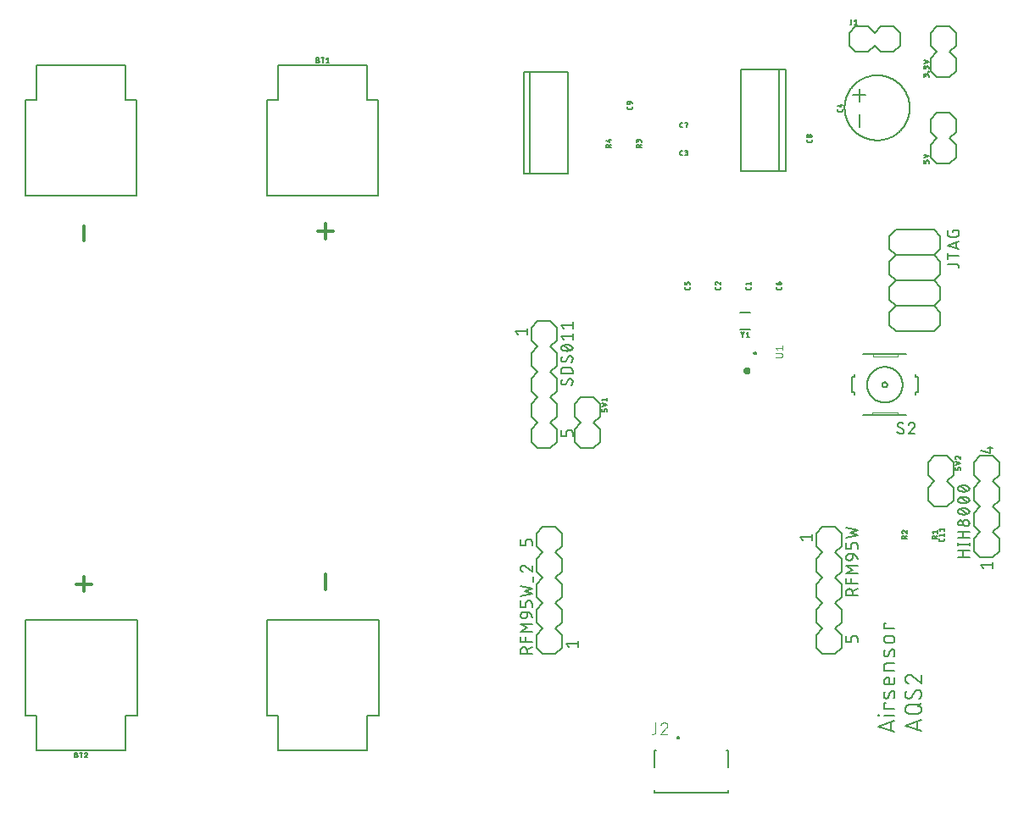
<source format=gbr>
G04 EAGLE Gerber RS-274X export*
G75*
%MOMM*%
%FSLAX34Y34*%
%LPD*%
%INSilkscreen Top*%
%IPPOS*%
%AMOC8*
5,1,8,0,0,1.08239X$1,22.5*%
G01*
%ADD10C,0.152400*%
%ADD11C,0.203200*%
%ADD12C,0.127000*%
%ADD13C,0.304800*%
%ADD14C,0.050800*%
%ADD15C,0.170000*%
%ADD16C,0.400000*%
%ADD17C,0.076200*%
%ADD18C,0.200000*%
%ADD19C,0.101600*%


D10*
X954786Y61976D02*
X938530Y67395D01*
X954786Y72813D01*
X950722Y71459D02*
X950722Y63331D01*
X954786Y78337D02*
X943949Y78337D01*
X939433Y77885D02*
X938530Y77885D01*
X938530Y78788D01*
X939433Y78788D01*
X939433Y77885D01*
X943949Y85230D02*
X954786Y85230D01*
X943949Y85230D02*
X943949Y90648D01*
X945755Y90648D01*
X948464Y96920D02*
X950270Y101436D01*
X948464Y96920D02*
X948427Y96832D01*
X948386Y96746D01*
X948342Y96661D01*
X948294Y96578D01*
X948243Y96498D01*
X948189Y96419D01*
X948131Y96343D01*
X948071Y96269D01*
X948007Y96197D01*
X947941Y96129D01*
X947871Y96063D01*
X947800Y96000D01*
X947725Y95939D01*
X947649Y95882D01*
X947570Y95829D01*
X947489Y95778D01*
X947406Y95731D01*
X947321Y95687D01*
X947234Y95647D01*
X947146Y95610D01*
X947056Y95577D01*
X946965Y95547D01*
X946873Y95522D01*
X946780Y95500D01*
X946686Y95482D01*
X946592Y95467D01*
X946497Y95457D01*
X946401Y95451D01*
X946306Y95448D01*
X946210Y95449D01*
X946115Y95455D01*
X946019Y95464D01*
X945925Y95477D01*
X945831Y95493D01*
X945737Y95514D01*
X945645Y95539D01*
X945554Y95567D01*
X945464Y95599D01*
X945375Y95634D01*
X945288Y95673D01*
X945202Y95716D01*
X945118Y95762D01*
X945037Y95812D01*
X944957Y95864D01*
X944879Y95920D01*
X944804Y95980D01*
X944732Y96042D01*
X944662Y96107D01*
X944594Y96175D01*
X944530Y96245D01*
X944468Y96318D01*
X944410Y96394D01*
X944354Y96472D01*
X944302Y96552D01*
X944253Y96634D01*
X944208Y96718D01*
X944166Y96804D01*
X944127Y96891D01*
X944092Y96980D01*
X944061Y97071D01*
X944034Y97162D01*
X944010Y97255D01*
X943990Y97348D01*
X943974Y97442D01*
X943962Y97537D01*
X943953Y97632D01*
X943949Y97728D01*
X943948Y97823D01*
X943955Y98070D01*
X943967Y98316D01*
X943985Y98562D01*
X944010Y98808D01*
X944040Y99052D01*
X944076Y99296D01*
X944118Y99539D01*
X944165Y99781D01*
X944219Y100022D01*
X944278Y100261D01*
X944343Y100499D01*
X944414Y100736D01*
X944490Y100970D01*
X944572Y101203D01*
X944660Y101433D01*
X944753Y101661D01*
X944851Y101888D01*
X950271Y101436D02*
X950308Y101524D01*
X950349Y101610D01*
X950393Y101695D01*
X950441Y101778D01*
X950492Y101858D01*
X950546Y101937D01*
X950604Y102013D01*
X950664Y102087D01*
X950728Y102159D01*
X950794Y102227D01*
X950864Y102293D01*
X950935Y102356D01*
X951010Y102417D01*
X951086Y102474D01*
X951165Y102527D01*
X951246Y102578D01*
X951329Y102625D01*
X951414Y102669D01*
X951501Y102709D01*
X951589Y102746D01*
X951679Y102779D01*
X951770Y102809D01*
X951862Y102834D01*
X951955Y102856D01*
X952049Y102874D01*
X952143Y102889D01*
X952238Y102899D01*
X952334Y102905D01*
X952429Y102908D01*
X952525Y102907D01*
X952620Y102901D01*
X952716Y102892D01*
X952810Y102879D01*
X952904Y102863D01*
X952998Y102842D01*
X953090Y102817D01*
X953181Y102789D01*
X953271Y102757D01*
X953360Y102722D01*
X953447Y102683D01*
X953533Y102640D01*
X953617Y102594D01*
X953698Y102544D01*
X953778Y102492D01*
X953856Y102436D01*
X953931Y102376D01*
X954003Y102314D01*
X954073Y102249D01*
X954141Y102181D01*
X954205Y102111D01*
X954267Y102038D01*
X954325Y101962D01*
X954381Y101884D01*
X954433Y101804D01*
X954482Y101722D01*
X954527Y101638D01*
X954569Y101552D01*
X954608Y101465D01*
X954643Y101376D01*
X954674Y101285D01*
X954701Y101194D01*
X954725Y101101D01*
X954745Y101008D01*
X954761Y100914D01*
X954773Y100819D01*
X954782Y100724D01*
X954786Y100628D01*
X954787Y100533D01*
X954786Y100533D02*
X954777Y100171D01*
X954759Y99809D01*
X954732Y99448D01*
X954697Y99088D01*
X954654Y98728D01*
X954602Y98369D01*
X954541Y98012D01*
X954472Y97657D01*
X954395Y97303D01*
X954309Y96951D01*
X954215Y96601D01*
X954112Y96253D01*
X954002Y95908D01*
X953883Y95566D01*
X954786Y111822D02*
X954786Y116338D01*
X954786Y111822D02*
X954784Y111721D01*
X954778Y111620D01*
X954769Y111519D01*
X954756Y111418D01*
X954739Y111318D01*
X954718Y111219D01*
X954694Y111121D01*
X954666Y111024D01*
X954634Y110927D01*
X954599Y110832D01*
X954560Y110739D01*
X954518Y110647D01*
X954472Y110556D01*
X954423Y110467D01*
X954371Y110381D01*
X954315Y110296D01*
X954257Y110213D01*
X954195Y110133D01*
X954130Y110055D01*
X954063Y109979D01*
X953993Y109906D01*
X953920Y109836D01*
X953844Y109769D01*
X953766Y109704D01*
X953686Y109642D01*
X953603Y109584D01*
X953518Y109528D01*
X953432Y109476D01*
X953343Y109427D01*
X953252Y109381D01*
X953160Y109339D01*
X953067Y109300D01*
X952972Y109265D01*
X952875Y109233D01*
X952778Y109205D01*
X952680Y109181D01*
X952581Y109160D01*
X952481Y109143D01*
X952380Y109130D01*
X952279Y109121D01*
X952178Y109115D01*
X952077Y109113D01*
X947561Y109113D01*
X947442Y109115D01*
X947322Y109121D01*
X947203Y109131D01*
X947085Y109145D01*
X946966Y109162D01*
X946849Y109184D01*
X946732Y109209D01*
X946617Y109239D01*
X946502Y109272D01*
X946388Y109309D01*
X946276Y109349D01*
X946165Y109394D01*
X946056Y109442D01*
X945948Y109493D01*
X945842Y109548D01*
X945738Y109607D01*
X945636Y109669D01*
X945536Y109734D01*
X945438Y109803D01*
X945342Y109875D01*
X945249Y109950D01*
X945159Y110027D01*
X945071Y110108D01*
X944986Y110192D01*
X944904Y110279D01*
X944824Y110368D01*
X944748Y110460D01*
X944674Y110554D01*
X944604Y110651D01*
X944537Y110749D01*
X944473Y110850D01*
X944413Y110954D01*
X944356Y111059D01*
X944303Y111166D01*
X944253Y111274D01*
X944207Y111384D01*
X944165Y111496D01*
X944126Y111609D01*
X944091Y111723D01*
X944060Y111838D01*
X944032Y111955D01*
X944009Y112072D01*
X943989Y112189D01*
X943973Y112308D01*
X943961Y112427D01*
X943953Y112546D01*
X943949Y112665D01*
X943949Y112785D01*
X943953Y112904D01*
X943961Y113023D01*
X943973Y113142D01*
X943989Y113261D01*
X944009Y113378D01*
X944032Y113495D01*
X944060Y113612D01*
X944091Y113727D01*
X944126Y113841D01*
X944165Y113954D01*
X944207Y114066D01*
X944253Y114176D01*
X944303Y114284D01*
X944356Y114391D01*
X944413Y114496D01*
X944473Y114600D01*
X944537Y114701D01*
X944604Y114799D01*
X944674Y114896D01*
X944748Y114990D01*
X944824Y115082D01*
X944904Y115171D01*
X944986Y115258D01*
X945071Y115342D01*
X945159Y115423D01*
X945249Y115500D01*
X945342Y115575D01*
X945438Y115647D01*
X945536Y115716D01*
X945636Y115781D01*
X945738Y115843D01*
X945842Y115902D01*
X945948Y115957D01*
X946056Y116008D01*
X946165Y116056D01*
X946276Y116101D01*
X946388Y116141D01*
X946502Y116178D01*
X946617Y116211D01*
X946732Y116241D01*
X946849Y116266D01*
X946966Y116288D01*
X947085Y116305D01*
X947203Y116319D01*
X947322Y116329D01*
X947442Y116335D01*
X947561Y116337D01*
X947561Y116338D02*
X949367Y116338D01*
X949367Y109113D01*
X954786Y123181D02*
X943949Y123181D01*
X943949Y127696D01*
X943951Y127800D01*
X943957Y127903D01*
X943967Y128007D01*
X943981Y128110D01*
X943999Y128212D01*
X944020Y128313D01*
X944046Y128414D01*
X944075Y128513D01*
X944108Y128612D01*
X944145Y128709D01*
X944186Y128804D01*
X944230Y128898D01*
X944278Y128990D01*
X944329Y129080D01*
X944384Y129169D01*
X944442Y129255D01*
X944504Y129338D01*
X944568Y129420D01*
X944636Y129498D01*
X944706Y129574D01*
X944779Y129648D01*
X944856Y129718D01*
X944934Y129786D01*
X945016Y129850D01*
X945099Y129912D01*
X945185Y129970D01*
X945274Y130025D01*
X945364Y130076D01*
X945456Y130124D01*
X945550Y130168D01*
X945645Y130209D01*
X945742Y130246D01*
X945841Y130279D01*
X945940Y130308D01*
X946041Y130334D01*
X946142Y130355D01*
X946244Y130373D01*
X946347Y130387D01*
X946451Y130397D01*
X946554Y130403D01*
X946658Y130405D01*
X946658Y130406D02*
X954786Y130406D01*
X948464Y138604D02*
X950270Y143119D01*
X948464Y138603D02*
X948427Y138515D01*
X948386Y138429D01*
X948342Y138344D01*
X948294Y138261D01*
X948243Y138181D01*
X948189Y138102D01*
X948131Y138026D01*
X948071Y137952D01*
X948007Y137880D01*
X947941Y137812D01*
X947871Y137746D01*
X947800Y137683D01*
X947725Y137622D01*
X947649Y137565D01*
X947570Y137512D01*
X947489Y137461D01*
X947406Y137414D01*
X947321Y137370D01*
X947234Y137330D01*
X947146Y137293D01*
X947056Y137260D01*
X946965Y137230D01*
X946873Y137205D01*
X946780Y137183D01*
X946686Y137165D01*
X946592Y137150D01*
X946497Y137140D01*
X946401Y137134D01*
X946306Y137131D01*
X946210Y137132D01*
X946115Y137138D01*
X946019Y137147D01*
X945925Y137160D01*
X945831Y137176D01*
X945737Y137197D01*
X945645Y137222D01*
X945554Y137250D01*
X945464Y137282D01*
X945375Y137317D01*
X945288Y137356D01*
X945202Y137399D01*
X945118Y137445D01*
X945037Y137495D01*
X944957Y137547D01*
X944879Y137603D01*
X944804Y137663D01*
X944732Y137725D01*
X944662Y137790D01*
X944594Y137858D01*
X944530Y137928D01*
X944468Y138001D01*
X944410Y138077D01*
X944354Y138155D01*
X944302Y138235D01*
X944253Y138317D01*
X944208Y138401D01*
X944166Y138487D01*
X944127Y138574D01*
X944092Y138663D01*
X944061Y138754D01*
X944034Y138845D01*
X944010Y138938D01*
X943990Y139031D01*
X943974Y139125D01*
X943962Y139220D01*
X943953Y139315D01*
X943949Y139411D01*
X943948Y139506D01*
X943955Y139753D01*
X943967Y139999D01*
X943985Y140245D01*
X944010Y140491D01*
X944040Y140735D01*
X944076Y140979D01*
X944118Y141222D01*
X944165Y141464D01*
X944219Y141705D01*
X944278Y141944D01*
X944343Y142182D01*
X944414Y142419D01*
X944490Y142653D01*
X944572Y142886D01*
X944660Y143116D01*
X944753Y143344D01*
X944851Y143571D01*
X950271Y143119D02*
X950308Y143207D01*
X950349Y143293D01*
X950393Y143378D01*
X950441Y143461D01*
X950492Y143541D01*
X950546Y143620D01*
X950604Y143696D01*
X950664Y143770D01*
X950728Y143842D01*
X950794Y143910D01*
X950864Y143976D01*
X950935Y144039D01*
X951010Y144100D01*
X951086Y144157D01*
X951165Y144210D01*
X951246Y144261D01*
X951329Y144308D01*
X951414Y144352D01*
X951501Y144392D01*
X951589Y144429D01*
X951679Y144462D01*
X951770Y144492D01*
X951862Y144517D01*
X951955Y144539D01*
X952049Y144557D01*
X952143Y144572D01*
X952238Y144582D01*
X952334Y144588D01*
X952429Y144591D01*
X952525Y144590D01*
X952620Y144584D01*
X952716Y144575D01*
X952810Y144562D01*
X952904Y144546D01*
X952998Y144525D01*
X953090Y144500D01*
X953181Y144472D01*
X953271Y144440D01*
X953360Y144405D01*
X953447Y144366D01*
X953533Y144323D01*
X953617Y144277D01*
X953698Y144227D01*
X953778Y144175D01*
X953856Y144119D01*
X953931Y144059D01*
X954003Y143997D01*
X954073Y143932D01*
X954141Y143864D01*
X954205Y143794D01*
X954267Y143721D01*
X954325Y143645D01*
X954381Y143567D01*
X954433Y143487D01*
X954482Y143405D01*
X954527Y143321D01*
X954569Y143235D01*
X954608Y143148D01*
X954643Y143059D01*
X954674Y142968D01*
X954701Y142877D01*
X954725Y142784D01*
X954745Y142691D01*
X954761Y142597D01*
X954773Y142502D01*
X954782Y142407D01*
X954786Y142311D01*
X954787Y142216D01*
X954786Y142216D02*
X954777Y141854D01*
X954759Y141492D01*
X954732Y141131D01*
X954697Y140771D01*
X954654Y140411D01*
X954602Y140052D01*
X954541Y139695D01*
X954472Y139340D01*
X954395Y138986D01*
X954309Y138634D01*
X954215Y138284D01*
X954112Y137936D01*
X954002Y137591D01*
X953883Y137249D01*
X951174Y150796D02*
X947561Y150796D01*
X947442Y150798D01*
X947322Y150804D01*
X947203Y150814D01*
X947085Y150828D01*
X946966Y150845D01*
X946849Y150867D01*
X946732Y150892D01*
X946617Y150922D01*
X946502Y150955D01*
X946388Y150992D01*
X946276Y151032D01*
X946165Y151077D01*
X946056Y151125D01*
X945948Y151176D01*
X945842Y151231D01*
X945738Y151290D01*
X945636Y151352D01*
X945536Y151417D01*
X945438Y151486D01*
X945342Y151558D01*
X945249Y151633D01*
X945159Y151710D01*
X945071Y151791D01*
X944986Y151875D01*
X944904Y151962D01*
X944824Y152051D01*
X944748Y152143D01*
X944674Y152237D01*
X944604Y152334D01*
X944537Y152432D01*
X944473Y152533D01*
X944413Y152637D01*
X944356Y152742D01*
X944303Y152849D01*
X944253Y152957D01*
X944207Y153067D01*
X944165Y153179D01*
X944126Y153292D01*
X944091Y153406D01*
X944060Y153521D01*
X944032Y153638D01*
X944009Y153755D01*
X943989Y153872D01*
X943973Y153991D01*
X943961Y154110D01*
X943953Y154229D01*
X943949Y154348D01*
X943949Y154468D01*
X943953Y154587D01*
X943961Y154706D01*
X943973Y154825D01*
X943989Y154944D01*
X944009Y155061D01*
X944032Y155178D01*
X944060Y155295D01*
X944091Y155410D01*
X944126Y155524D01*
X944165Y155637D01*
X944207Y155749D01*
X944253Y155859D01*
X944303Y155967D01*
X944356Y156074D01*
X944413Y156179D01*
X944473Y156283D01*
X944537Y156384D01*
X944604Y156482D01*
X944674Y156579D01*
X944748Y156673D01*
X944824Y156765D01*
X944904Y156854D01*
X944986Y156941D01*
X945071Y157025D01*
X945159Y157106D01*
X945249Y157183D01*
X945342Y157258D01*
X945438Y157330D01*
X945536Y157399D01*
X945636Y157464D01*
X945738Y157526D01*
X945842Y157585D01*
X945948Y157640D01*
X946056Y157691D01*
X946165Y157739D01*
X946276Y157784D01*
X946388Y157824D01*
X946502Y157861D01*
X946617Y157894D01*
X946732Y157924D01*
X946849Y157949D01*
X946966Y157971D01*
X947085Y157988D01*
X947203Y158002D01*
X947322Y158012D01*
X947442Y158018D01*
X947561Y158020D01*
X947561Y158021D02*
X951174Y158021D01*
X951174Y158020D02*
X951293Y158018D01*
X951413Y158012D01*
X951532Y158002D01*
X951650Y157988D01*
X951769Y157971D01*
X951886Y157949D01*
X952003Y157924D01*
X952118Y157894D01*
X952233Y157861D01*
X952347Y157824D01*
X952459Y157784D01*
X952570Y157739D01*
X952679Y157691D01*
X952787Y157640D01*
X952893Y157585D01*
X952997Y157526D01*
X953099Y157464D01*
X953199Y157399D01*
X953297Y157330D01*
X953393Y157258D01*
X953486Y157183D01*
X953576Y157106D01*
X953664Y157025D01*
X953749Y156941D01*
X953831Y156854D01*
X953911Y156765D01*
X953987Y156673D01*
X954061Y156579D01*
X954131Y156482D01*
X954198Y156384D01*
X954262Y156283D01*
X954322Y156179D01*
X954379Y156074D01*
X954432Y155967D01*
X954482Y155859D01*
X954528Y155749D01*
X954570Y155637D01*
X954609Y155524D01*
X954644Y155410D01*
X954675Y155295D01*
X954703Y155178D01*
X954726Y155061D01*
X954746Y154944D01*
X954762Y154825D01*
X954774Y154706D01*
X954782Y154587D01*
X954786Y154468D01*
X954786Y154348D01*
X954782Y154229D01*
X954774Y154110D01*
X954762Y153991D01*
X954746Y153872D01*
X954726Y153755D01*
X954703Y153638D01*
X954675Y153521D01*
X954644Y153406D01*
X954609Y153292D01*
X954570Y153179D01*
X954528Y153067D01*
X954482Y152957D01*
X954432Y152849D01*
X954379Y152742D01*
X954322Y152637D01*
X954262Y152533D01*
X954198Y152432D01*
X954131Y152334D01*
X954061Y152237D01*
X953987Y152143D01*
X953911Y152051D01*
X953831Y151962D01*
X953749Y151875D01*
X953664Y151791D01*
X953576Y151710D01*
X953486Y151633D01*
X953393Y151558D01*
X953297Y151486D01*
X953199Y151417D01*
X953099Y151352D01*
X952997Y151290D01*
X952893Y151231D01*
X952787Y151176D01*
X952679Y151125D01*
X952570Y151077D01*
X952459Y151032D01*
X952347Y150992D01*
X952233Y150955D01*
X952118Y150922D01*
X952003Y150892D01*
X951886Y150867D01*
X951769Y150845D01*
X951650Y150828D01*
X951532Y150814D01*
X951413Y150804D01*
X951293Y150798D01*
X951174Y150796D01*
X954786Y164949D02*
X943949Y164949D01*
X943949Y170368D01*
X945755Y170368D01*
X965200Y68157D02*
X981456Y62738D01*
X981456Y73575D02*
X965200Y68157D01*
X977392Y72221D02*
X977392Y64093D01*
X976940Y80109D02*
X969716Y80109D01*
X969716Y80108D02*
X969583Y80110D01*
X969451Y80116D01*
X969319Y80126D01*
X969187Y80139D01*
X969055Y80157D01*
X968925Y80178D01*
X968794Y80203D01*
X968665Y80232D01*
X968537Y80265D01*
X968409Y80301D01*
X968283Y80341D01*
X968158Y80385D01*
X968034Y80433D01*
X967912Y80484D01*
X967791Y80539D01*
X967672Y80597D01*
X967554Y80659D01*
X967439Y80724D01*
X967325Y80793D01*
X967214Y80864D01*
X967105Y80940D01*
X966998Y81018D01*
X966893Y81099D01*
X966791Y81184D01*
X966691Y81271D01*
X966594Y81361D01*
X966499Y81454D01*
X966408Y81550D01*
X966319Y81648D01*
X966233Y81749D01*
X966150Y81853D01*
X966070Y81959D01*
X965994Y82067D01*
X965920Y82177D01*
X965850Y82290D01*
X965783Y82404D01*
X965720Y82521D01*
X965660Y82639D01*
X965603Y82759D01*
X965550Y82881D01*
X965501Y83004D01*
X965455Y83128D01*
X965413Y83254D01*
X965375Y83381D01*
X965340Y83509D01*
X965309Y83638D01*
X965282Y83767D01*
X965259Y83898D01*
X965239Y84029D01*
X965224Y84161D01*
X965212Y84293D01*
X965204Y84425D01*
X965200Y84558D01*
X965200Y84690D01*
X965204Y84823D01*
X965212Y84955D01*
X965224Y85087D01*
X965239Y85219D01*
X965259Y85350D01*
X965282Y85481D01*
X965309Y85610D01*
X965340Y85739D01*
X965375Y85867D01*
X965413Y85994D01*
X965455Y86120D01*
X965501Y86244D01*
X965550Y86367D01*
X965603Y86489D01*
X965660Y86609D01*
X965720Y86727D01*
X965783Y86844D01*
X965850Y86958D01*
X965920Y87071D01*
X965994Y87181D01*
X966070Y87289D01*
X966150Y87395D01*
X966233Y87499D01*
X966319Y87600D01*
X966408Y87698D01*
X966499Y87794D01*
X966594Y87887D01*
X966691Y87977D01*
X966791Y88064D01*
X966893Y88149D01*
X966998Y88230D01*
X967105Y88308D01*
X967214Y88384D01*
X967325Y88455D01*
X967439Y88524D01*
X967554Y88589D01*
X967672Y88651D01*
X967791Y88709D01*
X967912Y88764D01*
X968034Y88815D01*
X968158Y88863D01*
X968283Y88907D01*
X968409Y88947D01*
X968537Y88983D01*
X968665Y89016D01*
X968794Y89045D01*
X968925Y89070D01*
X969055Y89091D01*
X969187Y89109D01*
X969319Y89122D01*
X969451Y89132D01*
X969583Y89138D01*
X969716Y89140D01*
X976940Y89140D01*
X977073Y89138D01*
X977205Y89132D01*
X977337Y89122D01*
X977469Y89109D01*
X977601Y89091D01*
X977731Y89070D01*
X977862Y89045D01*
X977991Y89016D01*
X978119Y88983D01*
X978247Y88947D01*
X978373Y88907D01*
X978498Y88863D01*
X978622Y88815D01*
X978744Y88764D01*
X978865Y88709D01*
X978984Y88651D01*
X979102Y88589D01*
X979217Y88524D01*
X979331Y88455D01*
X979442Y88384D01*
X979551Y88308D01*
X979658Y88230D01*
X979763Y88149D01*
X979865Y88064D01*
X979965Y87977D01*
X980062Y87887D01*
X980157Y87794D01*
X980248Y87698D01*
X980337Y87600D01*
X980423Y87499D01*
X980506Y87395D01*
X980586Y87289D01*
X980662Y87181D01*
X980736Y87071D01*
X980806Y86958D01*
X980873Y86844D01*
X980936Y86727D01*
X980996Y86609D01*
X981053Y86489D01*
X981106Y86367D01*
X981155Y86244D01*
X981201Y86120D01*
X981243Y85994D01*
X981281Y85867D01*
X981316Y85739D01*
X981347Y85610D01*
X981374Y85481D01*
X981397Y85350D01*
X981417Y85219D01*
X981432Y85087D01*
X981444Y84955D01*
X981452Y84823D01*
X981456Y84690D01*
X981456Y84558D01*
X981452Y84425D01*
X981444Y84293D01*
X981432Y84161D01*
X981417Y84029D01*
X981397Y83898D01*
X981374Y83767D01*
X981347Y83638D01*
X981316Y83509D01*
X981281Y83381D01*
X981243Y83254D01*
X981201Y83128D01*
X981155Y83004D01*
X981106Y82881D01*
X981053Y82759D01*
X980996Y82639D01*
X980936Y82521D01*
X980873Y82404D01*
X980806Y82290D01*
X980736Y82177D01*
X980662Y82067D01*
X980586Y81959D01*
X980506Y81853D01*
X980423Y81749D01*
X980337Y81648D01*
X980248Y81550D01*
X980157Y81454D01*
X980062Y81361D01*
X979965Y81271D01*
X979865Y81184D01*
X979763Y81099D01*
X979658Y81018D01*
X979551Y80940D01*
X979442Y80864D01*
X979331Y80793D01*
X979217Y80724D01*
X979102Y80659D01*
X978984Y80597D01*
X978865Y80539D01*
X978744Y80484D01*
X978622Y80433D01*
X978498Y80385D01*
X978373Y80341D01*
X978247Y80301D01*
X978119Y80265D01*
X977991Y80232D01*
X977862Y80203D01*
X977731Y80178D01*
X977601Y80157D01*
X977469Y80139D01*
X977337Y80126D01*
X977205Y80116D01*
X977073Y80110D01*
X976940Y80108D01*
X977844Y87334D02*
X981456Y90946D01*
X981456Y100322D02*
X981454Y100440D01*
X981448Y100558D01*
X981439Y100676D01*
X981425Y100793D01*
X981408Y100910D01*
X981387Y101027D01*
X981362Y101142D01*
X981333Y101257D01*
X981300Y101371D01*
X981264Y101483D01*
X981224Y101594D01*
X981181Y101704D01*
X981134Y101813D01*
X981084Y101920D01*
X981029Y102025D01*
X980972Y102128D01*
X980911Y102229D01*
X980847Y102329D01*
X980780Y102426D01*
X980710Y102521D01*
X980636Y102613D01*
X980560Y102704D01*
X980480Y102791D01*
X980398Y102876D01*
X980313Y102958D01*
X980226Y103038D01*
X980135Y103114D01*
X980043Y103188D01*
X979948Y103258D01*
X979851Y103325D01*
X979751Y103389D01*
X979650Y103450D01*
X979547Y103507D01*
X979442Y103562D01*
X979335Y103612D01*
X979226Y103659D01*
X979116Y103702D01*
X979005Y103742D01*
X978893Y103778D01*
X978779Y103811D01*
X978664Y103840D01*
X978549Y103865D01*
X978432Y103886D01*
X978315Y103903D01*
X978198Y103917D01*
X978080Y103926D01*
X977962Y103932D01*
X977844Y103934D01*
X981456Y100322D02*
X981454Y100139D01*
X981447Y99957D01*
X981436Y99775D01*
X981421Y99593D01*
X981401Y99411D01*
X981378Y99230D01*
X981349Y99050D01*
X981317Y98870D01*
X981280Y98691D01*
X981239Y98514D01*
X981193Y98337D01*
X981144Y98161D01*
X981090Y97987D01*
X981032Y97813D01*
X980970Y97642D01*
X980904Y97472D01*
X980833Y97303D01*
X980759Y97136D01*
X980681Y96971D01*
X980599Y96808D01*
X980513Y96647D01*
X980423Y96488D01*
X980329Y96331D01*
X980232Y96177D01*
X980131Y96025D01*
X980026Y95875D01*
X979918Y95728D01*
X979807Y95584D01*
X979692Y95442D01*
X979573Y95303D01*
X979451Y95167D01*
X979326Y95034D01*
X979198Y94904D01*
X968812Y95356D02*
X968694Y95358D01*
X968576Y95364D01*
X968458Y95373D01*
X968341Y95387D01*
X968224Y95404D01*
X968107Y95425D01*
X967992Y95450D01*
X967877Y95479D01*
X967763Y95512D01*
X967651Y95548D01*
X967540Y95588D01*
X967430Y95631D01*
X967321Y95678D01*
X967214Y95728D01*
X967109Y95783D01*
X967006Y95840D01*
X966905Y95901D01*
X966805Y95965D01*
X966708Y96032D01*
X966613Y96102D01*
X966521Y96176D01*
X966430Y96252D01*
X966343Y96332D01*
X966258Y96414D01*
X966176Y96499D01*
X966096Y96586D01*
X966020Y96677D01*
X965946Y96769D01*
X965876Y96864D01*
X965809Y96961D01*
X965745Y97061D01*
X965684Y97162D01*
X965627Y97265D01*
X965572Y97370D01*
X965522Y97477D01*
X965475Y97586D01*
X965432Y97696D01*
X965392Y97807D01*
X965356Y97919D01*
X965323Y98033D01*
X965294Y98148D01*
X965269Y98263D01*
X965248Y98380D01*
X965231Y98497D01*
X965217Y98614D01*
X965208Y98732D01*
X965202Y98850D01*
X965200Y98968D01*
X965202Y99129D01*
X965208Y99291D01*
X965217Y99452D01*
X965231Y99613D01*
X965248Y99773D01*
X965269Y99933D01*
X965294Y100093D01*
X965323Y100252D01*
X965355Y100410D01*
X965391Y100567D01*
X965431Y100723D01*
X965475Y100879D01*
X965523Y101033D01*
X965574Y101186D01*
X965628Y101338D01*
X965687Y101489D01*
X965748Y101638D01*
X965814Y101785D01*
X965883Y101931D01*
X965955Y102076D01*
X966031Y102218D01*
X966110Y102359D01*
X966192Y102498D01*
X966278Y102634D01*
X966367Y102769D01*
X966459Y102902D01*
X966555Y103032D01*
X971973Y97161D02*
X971911Y97060D01*
X971846Y96960D01*
X971777Y96863D01*
X971705Y96768D01*
X971631Y96675D01*
X971553Y96585D01*
X971472Y96497D01*
X971389Y96412D01*
X971303Y96330D01*
X971214Y96251D01*
X971123Y96174D01*
X971029Y96101D01*
X970933Y96030D01*
X970835Y95963D01*
X970735Y95899D01*
X970632Y95838D01*
X970528Y95781D01*
X970422Y95727D01*
X970314Y95677D01*
X970205Y95630D01*
X970094Y95586D01*
X969982Y95546D01*
X969868Y95510D01*
X969754Y95478D01*
X969638Y95449D01*
X969522Y95424D01*
X969405Y95403D01*
X969287Y95386D01*
X969169Y95372D01*
X969050Y95363D01*
X968931Y95357D01*
X968812Y95355D01*
X974683Y102129D02*
X974745Y102230D01*
X974810Y102330D01*
X974879Y102427D01*
X974951Y102522D01*
X975025Y102615D01*
X975103Y102705D01*
X975184Y102793D01*
X975267Y102878D01*
X975353Y102960D01*
X975442Y103039D01*
X975533Y103116D01*
X975627Y103189D01*
X975723Y103260D01*
X975821Y103327D01*
X975921Y103391D01*
X976024Y103452D01*
X976128Y103509D01*
X976234Y103563D01*
X976342Y103613D01*
X976451Y103660D01*
X976562Y103704D01*
X976674Y103744D01*
X976788Y103780D01*
X976902Y103812D01*
X977018Y103841D01*
X977134Y103866D01*
X977251Y103887D01*
X977369Y103904D01*
X977487Y103918D01*
X977606Y103927D01*
X977725Y103933D01*
X977844Y103935D01*
X974683Y102128D02*
X971973Y97161D01*
X965200Y114981D02*
X965202Y115106D01*
X965208Y115231D01*
X965217Y115356D01*
X965231Y115480D01*
X965248Y115604D01*
X965269Y115728D01*
X965294Y115850D01*
X965323Y115972D01*
X965355Y116093D01*
X965391Y116213D01*
X965431Y116332D01*
X965474Y116449D01*
X965521Y116565D01*
X965572Y116680D01*
X965626Y116792D01*
X965684Y116904D01*
X965744Y117013D01*
X965809Y117120D01*
X965876Y117226D01*
X965947Y117329D01*
X966021Y117430D01*
X966098Y117529D01*
X966178Y117625D01*
X966261Y117719D01*
X966346Y117810D01*
X966435Y117899D01*
X966526Y117984D01*
X966620Y118067D01*
X966716Y118147D01*
X966815Y118224D01*
X966916Y118298D01*
X967019Y118369D01*
X967125Y118436D01*
X967232Y118501D01*
X967341Y118561D01*
X967453Y118619D01*
X967565Y118673D01*
X967680Y118724D01*
X967796Y118771D01*
X967913Y118814D01*
X968032Y118854D01*
X968152Y118890D01*
X968273Y118922D01*
X968395Y118951D01*
X968517Y118976D01*
X968641Y118997D01*
X968765Y119014D01*
X968889Y119028D01*
X969014Y119037D01*
X969139Y119043D01*
X969264Y119045D01*
X965200Y114981D02*
X965202Y114838D01*
X965208Y114696D01*
X965218Y114553D01*
X965231Y114411D01*
X965249Y114270D01*
X965270Y114128D01*
X965295Y113988D01*
X965324Y113848D01*
X965357Y113709D01*
X965394Y113571D01*
X965434Y113434D01*
X965478Y113299D01*
X965526Y113164D01*
X965578Y113031D01*
X965633Y112899D01*
X965692Y112769D01*
X965754Y112641D01*
X965820Y112514D01*
X965889Y112389D01*
X965961Y112266D01*
X966037Y112145D01*
X966116Y112027D01*
X966199Y111910D01*
X966284Y111796D01*
X966373Y111684D01*
X966464Y111575D01*
X966559Y111468D01*
X966656Y111363D01*
X966757Y111262D01*
X966860Y111163D01*
X966965Y111067D01*
X967074Y110974D01*
X967185Y110884D01*
X967298Y110797D01*
X967413Y110713D01*
X967531Y110633D01*
X967651Y110555D01*
X967773Y110481D01*
X967897Y110411D01*
X968023Y110343D01*
X968151Y110280D01*
X968280Y110219D01*
X968411Y110162D01*
X968543Y110109D01*
X968677Y110060D01*
X968812Y110014D01*
X972425Y117690D02*
X972333Y117784D01*
X972239Y117874D01*
X972142Y117962D01*
X972042Y118047D01*
X971940Y118129D01*
X971835Y118207D01*
X971728Y118283D01*
X971619Y118355D01*
X971508Y118424D01*
X971394Y118490D01*
X971279Y118552D01*
X971162Y118611D01*
X971043Y118666D01*
X970923Y118717D01*
X970801Y118765D01*
X970678Y118810D01*
X970554Y118850D01*
X970428Y118887D01*
X970301Y118920D01*
X970174Y118949D01*
X970045Y118975D01*
X969916Y118996D01*
X969786Y119014D01*
X969656Y119027D01*
X969526Y119037D01*
X969395Y119043D01*
X969264Y119045D01*
X972425Y117690D02*
X981456Y110014D01*
X981456Y119045D01*
D11*
X990600Y722630D02*
X990600Y735330D01*
X996950Y741680D01*
X1009650Y741680D02*
X1016000Y735330D01*
X996950Y741680D02*
X990600Y748030D01*
X990600Y760730D01*
X996950Y767080D01*
X1009650Y767080D02*
X1016000Y760730D01*
X1016000Y748030D01*
X1009650Y741680D01*
X1009650Y716280D02*
X996950Y716280D01*
X990600Y722630D01*
X1009650Y716280D02*
X1016000Y722630D01*
X1016000Y735330D01*
X1009650Y767080D02*
X996950Y767080D01*
D12*
X988695Y718256D02*
X988695Y716915D01*
X988695Y718256D02*
X988693Y718327D01*
X988687Y718399D01*
X988678Y718469D01*
X988665Y718539D01*
X988648Y718609D01*
X988627Y718677D01*
X988603Y718744D01*
X988575Y718810D01*
X988544Y718874D01*
X988509Y718937D01*
X988471Y718997D01*
X988430Y719056D01*
X988386Y719112D01*
X988339Y719166D01*
X988290Y719217D01*
X988237Y719265D01*
X988182Y719311D01*
X988125Y719353D01*
X988065Y719393D01*
X988004Y719429D01*
X987940Y719462D01*
X987875Y719491D01*
X987809Y719517D01*
X987741Y719540D01*
X987672Y719559D01*
X987602Y719574D01*
X987532Y719585D01*
X987461Y719593D01*
X987390Y719597D01*
X987318Y719597D01*
X987247Y719593D01*
X987176Y719585D01*
X987106Y719574D01*
X987036Y719559D01*
X986967Y719540D01*
X986899Y719517D01*
X986833Y719491D01*
X986768Y719462D01*
X986704Y719429D01*
X986643Y719393D01*
X986583Y719353D01*
X986526Y719311D01*
X986471Y719265D01*
X986418Y719217D01*
X986369Y719166D01*
X986322Y719112D01*
X986278Y719056D01*
X986237Y718997D01*
X986199Y718937D01*
X986164Y718874D01*
X986133Y718810D01*
X986105Y718744D01*
X986081Y718677D01*
X986060Y718609D01*
X986043Y718539D01*
X986030Y718469D01*
X986021Y718399D01*
X986015Y718327D01*
X986013Y718256D01*
X983869Y718524D02*
X983869Y716915D01*
X983869Y718524D02*
X983871Y718589D01*
X983877Y718653D01*
X983887Y718717D01*
X983900Y718781D01*
X983918Y718843D01*
X983939Y718904D01*
X983963Y718964D01*
X983992Y719022D01*
X984024Y719079D01*
X984059Y719133D01*
X984097Y719185D01*
X984139Y719235D01*
X984183Y719282D01*
X984230Y719326D01*
X984280Y719368D01*
X984332Y719406D01*
X984386Y719441D01*
X984443Y719473D01*
X984501Y719502D01*
X984561Y719526D01*
X984622Y719547D01*
X984684Y719565D01*
X984748Y719578D01*
X984812Y719588D01*
X984876Y719594D01*
X984941Y719596D01*
X985006Y719594D01*
X985070Y719588D01*
X985134Y719578D01*
X985198Y719565D01*
X985260Y719547D01*
X985321Y719526D01*
X985381Y719502D01*
X985439Y719473D01*
X985496Y719441D01*
X985550Y719406D01*
X985602Y719368D01*
X985652Y719326D01*
X985699Y719282D01*
X985743Y719235D01*
X985785Y719185D01*
X985823Y719133D01*
X985858Y719079D01*
X985890Y719022D01*
X985919Y718964D01*
X985943Y718904D01*
X985964Y718843D01*
X985982Y718781D01*
X985995Y718717D01*
X986005Y718653D01*
X986011Y718589D01*
X986013Y718524D01*
X986014Y718524D02*
X986014Y717451D01*
X988427Y721962D02*
X988695Y721962D01*
X988427Y721962D02*
X988427Y722230D01*
X988695Y722230D01*
X988695Y721962D01*
X988695Y724596D02*
X988695Y725936D01*
X988693Y726007D01*
X988687Y726079D01*
X988678Y726149D01*
X988665Y726219D01*
X988648Y726289D01*
X988627Y726357D01*
X988603Y726424D01*
X988575Y726490D01*
X988544Y726554D01*
X988509Y726617D01*
X988471Y726677D01*
X988430Y726736D01*
X988386Y726792D01*
X988339Y726846D01*
X988290Y726897D01*
X988237Y726945D01*
X988182Y726991D01*
X988125Y727033D01*
X988065Y727073D01*
X988004Y727109D01*
X987940Y727142D01*
X987875Y727171D01*
X987809Y727197D01*
X987741Y727220D01*
X987672Y727239D01*
X987602Y727254D01*
X987532Y727265D01*
X987461Y727273D01*
X987390Y727277D01*
X987318Y727277D01*
X987247Y727273D01*
X987176Y727265D01*
X987106Y727254D01*
X987036Y727239D01*
X986967Y727220D01*
X986899Y727197D01*
X986833Y727171D01*
X986768Y727142D01*
X986704Y727109D01*
X986643Y727073D01*
X986583Y727033D01*
X986526Y726991D01*
X986471Y726945D01*
X986418Y726897D01*
X986369Y726846D01*
X986322Y726792D01*
X986278Y726736D01*
X986237Y726677D01*
X986199Y726617D01*
X986164Y726554D01*
X986133Y726490D01*
X986105Y726424D01*
X986081Y726357D01*
X986060Y726289D01*
X986043Y726219D01*
X986030Y726149D01*
X986021Y726079D01*
X986015Y726007D01*
X986013Y725936D01*
X983869Y726205D02*
X983869Y724596D01*
X983869Y726205D02*
X983871Y726270D01*
X983877Y726334D01*
X983887Y726398D01*
X983900Y726462D01*
X983918Y726524D01*
X983939Y726585D01*
X983963Y726645D01*
X983992Y726703D01*
X984024Y726760D01*
X984059Y726814D01*
X984097Y726866D01*
X984139Y726916D01*
X984183Y726963D01*
X984230Y727007D01*
X984280Y727049D01*
X984332Y727087D01*
X984386Y727122D01*
X984443Y727154D01*
X984501Y727183D01*
X984561Y727207D01*
X984622Y727228D01*
X984684Y727246D01*
X984748Y727259D01*
X984812Y727269D01*
X984876Y727275D01*
X984941Y727277D01*
X985006Y727275D01*
X985070Y727269D01*
X985134Y727259D01*
X985198Y727246D01*
X985260Y727228D01*
X985321Y727207D01*
X985381Y727183D01*
X985439Y727154D01*
X985496Y727122D01*
X985550Y727087D01*
X985602Y727049D01*
X985652Y727007D01*
X985699Y726963D01*
X985743Y726916D01*
X985785Y726866D01*
X985823Y726814D01*
X985858Y726760D01*
X985890Y726703D01*
X985919Y726645D01*
X985943Y726585D01*
X985964Y726524D01*
X985982Y726462D01*
X985995Y726398D01*
X986005Y726334D01*
X986011Y726270D01*
X986013Y726205D01*
X986014Y726205D02*
X986014Y725132D01*
X983869Y729814D02*
X988695Y731423D01*
X983869Y733031D01*
D11*
X990600Y648970D02*
X990600Y636270D01*
X990600Y648970D02*
X996950Y655320D01*
X1009650Y655320D02*
X1016000Y648970D01*
X996950Y655320D02*
X990600Y661670D01*
X990600Y674370D01*
X996950Y680720D01*
X1009650Y680720D02*
X1016000Y674370D01*
X1016000Y661670D01*
X1009650Y655320D01*
X1009650Y629920D02*
X996950Y629920D01*
X990600Y636270D01*
X1009650Y629920D02*
X1016000Y636270D01*
X1016000Y648970D01*
X1009650Y680720D02*
X996950Y680720D01*
D12*
X988695Y632164D02*
X988695Y630555D01*
X988695Y632164D02*
X988693Y632229D01*
X988687Y632293D01*
X988677Y632357D01*
X988664Y632421D01*
X988646Y632483D01*
X988625Y632544D01*
X988601Y632604D01*
X988572Y632662D01*
X988540Y632719D01*
X988505Y632773D01*
X988467Y632825D01*
X988425Y632875D01*
X988381Y632922D01*
X988334Y632966D01*
X988284Y633008D01*
X988232Y633046D01*
X988178Y633081D01*
X988121Y633113D01*
X988063Y633142D01*
X988003Y633166D01*
X987942Y633187D01*
X987880Y633205D01*
X987816Y633218D01*
X987752Y633228D01*
X987688Y633234D01*
X987623Y633236D01*
X987086Y633236D01*
X987021Y633234D01*
X986957Y633228D01*
X986893Y633218D01*
X986829Y633205D01*
X986767Y633187D01*
X986706Y633166D01*
X986646Y633142D01*
X986588Y633113D01*
X986531Y633081D01*
X986477Y633046D01*
X986425Y633008D01*
X986375Y632966D01*
X986328Y632922D01*
X986284Y632875D01*
X986242Y632825D01*
X986204Y632773D01*
X986169Y632719D01*
X986137Y632662D01*
X986108Y632604D01*
X986084Y632544D01*
X986063Y632483D01*
X986045Y632421D01*
X986032Y632357D01*
X986022Y632293D01*
X986016Y632229D01*
X986014Y632164D01*
X986014Y630555D01*
X983869Y630555D01*
X983869Y633236D01*
X983869Y635773D02*
X988695Y637382D01*
X983869Y638991D01*
D11*
X439066Y598380D02*
X327814Y598380D01*
X327814Y693730D01*
X338990Y693730D01*
X338990Y728528D01*
X427890Y728528D01*
X427890Y693730D01*
X439066Y693730D01*
X439066Y598380D01*
X439266Y173780D02*
X328014Y173780D01*
X439266Y173780D02*
X439266Y78430D01*
X428090Y78430D01*
X428090Y43632D01*
X339190Y43632D01*
X339190Y78430D01*
X328014Y78430D01*
X328014Y173780D01*
D13*
X386024Y555075D02*
X386024Y569976D01*
X393474Y562525D02*
X378573Y562525D01*
X386024Y219456D02*
X386024Y204555D01*
D12*
X378584Y733566D02*
X377244Y733566D01*
X378584Y733567D02*
X378655Y733565D01*
X378727Y733559D01*
X378797Y733550D01*
X378867Y733537D01*
X378937Y733520D01*
X379005Y733499D01*
X379072Y733475D01*
X379138Y733447D01*
X379202Y733416D01*
X379265Y733381D01*
X379325Y733343D01*
X379384Y733302D01*
X379440Y733258D01*
X379494Y733211D01*
X379545Y733162D01*
X379593Y733109D01*
X379639Y733054D01*
X379681Y732997D01*
X379721Y732937D01*
X379757Y732876D01*
X379790Y732812D01*
X379819Y732747D01*
X379845Y732681D01*
X379868Y732613D01*
X379887Y732544D01*
X379902Y732474D01*
X379913Y732404D01*
X379921Y732333D01*
X379925Y732262D01*
X379925Y732190D01*
X379921Y732119D01*
X379913Y732048D01*
X379902Y731978D01*
X379887Y731908D01*
X379868Y731839D01*
X379845Y731771D01*
X379819Y731705D01*
X379790Y731640D01*
X379757Y731576D01*
X379721Y731515D01*
X379681Y731455D01*
X379639Y731398D01*
X379593Y731343D01*
X379545Y731290D01*
X379494Y731241D01*
X379440Y731194D01*
X379384Y731150D01*
X379325Y731109D01*
X379265Y731071D01*
X379202Y731036D01*
X379138Y731005D01*
X379072Y730977D01*
X379005Y730953D01*
X378937Y730932D01*
X378867Y730915D01*
X378797Y730902D01*
X378727Y730893D01*
X378655Y730887D01*
X378584Y730885D01*
X377244Y730885D01*
X377244Y735711D01*
X378584Y735711D01*
X378649Y735709D01*
X378713Y735703D01*
X378777Y735693D01*
X378841Y735680D01*
X378903Y735662D01*
X378964Y735641D01*
X379024Y735617D01*
X379082Y735588D01*
X379139Y735556D01*
X379193Y735521D01*
X379245Y735483D01*
X379295Y735441D01*
X379342Y735397D01*
X379386Y735350D01*
X379428Y735300D01*
X379466Y735248D01*
X379501Y735194D01*
X379533Y735137D01*
X379562Y735079D01*
X379586Y735019D01*
X379607Y734958D01*
X379625Y734896D01*
X379638Y734832D01*
X379648Y734768D01*
X379654Y734704D01*
X379656Y734639D01*
X379654Y734574D01*
X379648Y734510D01*
X379638Y734446D01*
X379625Y734382D01*
X379607Y734320D01*
X379586Y734259D01*
X379562Y734199D01*
X379533Y734141D01*
X379501Y734084D01*
X379466Y734030D01*
X379428Y733978D01*
X379386Y733928D01*
X379342Y733881D01*
X379295Y733837D01*
X379245Y733795D01*
X379193Y733757D01*
X379139Y733722D01*
X379082Y733690D01*
X379024Y733661D01*
X378964Y733637D01*
X378903Y733616D01*
X378841Y733598D01*
X378777Y733585D01*
X378713Y733575D01*
X378649Y733569D01*
X378584Y733567D01*
X383375Y735711D02*
X383375Y730885D01*
X382035Y735711D02*
X384716Y735711D01*
X387155Y734639D02*
X388496Y735711D01*
X388496Y730885D01*
X389836Y730885D02*
X387155Y730885D01*
D11*
X197966Y173780D02*
X86714Y173780D01*
X197966Y173780D02*
X197966Y78430D01*
X186790Y78430D01*
X186790Y43632D01*
X97890Y43632D01*
X97890Y78430D01*
X86714Y78430D01*
X86714Y173780D01*
X86514Y598380D02*
X197766Y598380D01*
X86514Y598380D02*
X86514Y693730D01*
X97690Y693730D01*
X97690Y728528D01*
X186590Y728528D01*
X186590Y693730D01*
X197766Y693730D01*
X197766Y598380D01*
D13*
X144724Y217085D02*
X144724Y202184D01*
X152174Y209635D02*
X137273Y209635D01*
X144724Y552704D02*
X144724Y567605D01*
D12*
X137284Y39130D02*
X135944Y39130D01*
X137284Y39131D02*
X137355Y39129D01*
X137427Y39123D01*
X137497Y39114D01*
X137567Y39101D01*
X137637Y39084D01*
X137705Y39063D01*
X137772Y39039D01*
X137838Y39011D01*
X137902Y38980D01*
X137965Y38945D01*
X138025Y38907D01*
X138084Y38866D01*
X138140Y38822D01*
X138194Y38775D01*
X138245Y38726D01*
X138293Y38673D01*
X138339Y38618D01*
X138381Y38561D01*
X138421Y38501D01*
X138457Y38440D01*
X138490Y38376D01*
X138519Y38311D01*
X138545Y38245D01*
X138568Y38177D01*
X138587Y38108D01*
X138602Y38038D01*
X138613Y37968D01*
X138621Y37897D01*
X138625Y37826D01*
X138625Y37754D01*
X138621Y37683D01*
X138613Y37612D01*
X138602Y37542D01*
X138587Y37472D01*
X138568Y37403D01*
X138545Y37335D01*
X138519Y37269D01*
X138490Y37204D01*
X138457Y37140D01*
X138421Y37079D01*
X138381Y37019D01*
X138339Y36962D01*
X138293Y36907D01*
X138245Y36854D01*
X138194Y36805D01*
X138140Y36758D01*
X138084Y36714D01*
X138025Y36673D01*
X137965Y36635D01*
X137902Y36600D01*
X137838Y36569D01*
X137772Y36541D01*
X137705Y36517D01*
X137637Y36496D01*
X137567Y36479D01*
X137497Y36466D01*
X137427Y36457D01*
X137355Y36451D01*
X137284Y36449D01*
X135944Y36449D01*
X135944Y41275D01*
X137284Y41275D01*
X137349Y41273D01*
X137413Y41267D01*
X137477Y41257D01*
X137541Y41244D01*
X137603Y41226D01*
X137664Y41205D01*
X137724Y41181D01*
X137782Y41152D01*
X137839Y41120D01*
X137893Y41085D01*
X137945Y41047D01*
X137995Y41005D01*
X138042Y40961D01*
X138086Y40914D01*
X138128Y40864D01*
X138166Y40812D01*
X138201Y40758D01*
X138233Y40701D01*
X138262Y40643D01*
X138286Y40583D01*
X138307Y40522D01*
X138325Y40460D01*
X138338Y40396D01*
X138348Y40332D01*
X138354Y40268D01*
X138356Y40203D01*
X138354Y40138D01*
X138348Y40074D01*
X138338Y40010D01*
X138325Y39946D01*
X138307Y39884D01*
X138286Y39823D01*
X138262Y39763D01*
X138233Y39705D01*
X138201Y39648D01*
X138166Y39594D01*
X138128Y39542D01*
X138086Y39492D01*
X138042Y39445D01*
X137995Y39401D01*
X137945Y39359D01*
X137893Y39321D01*
X137839Y39286D01*
X137782Y39254D01*
X137724Y39225D01*
X137664Y39201D01*
X137603Y39180D01*
X137541Y39162D01*
X137477Y39149D01*
X137413Y39139D01*
X137349Y39133D01*
X137284Y39131D01*
X142075Y41275D02*
X142075Y36449D01*
X140735Y41275D02*
X143416Y41275D01*
X147330Y41275D02*
X147398Y41273D01*
X147465Y41267D01*
X147532Y41258D01*
X147599Y41245D01*
X147664Y41228D01*
X147729Y41207D01*
X147792Y41183D01*
X147854Y41155D01*
X147914Y41124D01*
X147972Y41090D01*
X148028Y41052D01*
X148083Y41012D01*
X148134Y40968D01*
X148183Y40921D01*
X148230Y40872D01*
X148274Y40821D01*
X148314Y40766D01*
X148352Y40710D01*
X148386Y40652D01*
X148417Y40592D01*
X148445Y40530D01*
X148469Y40467D01*
X148490Y40402D01*
X148507Y40337D01*
X148520Y40270D01*
X148529Y40203D01*
X148535Y40136D01*
X148537Y40068D01*
X147330Y41275D02*
X147252Y41273D01*
X147174Y41267D01*
X147097Y41257D01*
X147020Y41244D01*
X146944Y41226D01*
X146869Y41205D01*
X146795Y41180D01*
X146723Y41151D01*
X146652Y41119D01*
X146583Y41083D01*
X146515Y41044D01*
X146450Y41001D01*
X146387Y40955D01*
X146326Y40906D01*
X146268Y40854D01*
X146213Y40799D01*
X146160Y40742D01*
X146111Y40682D01*
X146064Y40619D01*
X146021Y40555D01*
X145981Y40488D01*
X145944Y40419D01*
X145911Y40348D01*
X145881Y40276D01*
X145855Y40203D01*
X148135Y39130D02*
X148184Y39179D01*
X148231Y39231D01*
X148274Y39286D01*
X148315Y39343D01*
X148353Y39402D01*
X148387Y39463D01*
X148418Y39526D01*
X148446Y39590D01*
X148470Y39656D01*
X148490Y39722D01*
X148507Y39790D01*
X148520Y39859D01*
X148529Y39928D01*
X148535Y39998D01*
X148537Y40068D01*
X148134Y39130D02*
X145855Y36449D01*
X148536Y36449D01*
D11*
X919480Y666750D02*
X919480Y679450D01*
X919480Y692150D02*
X919480Y704850D01*
X913130Y698500D02*
X925830Y698500D01*
X904760Y685800D02*
X904770Y686598D01*
X904799Y687395D01*
X904848Y688191D01*
X904916Y688986D01*
X905004Y689778D01*
X905112Y690569D01*
X905238Y691356D01*
X905384Y692140D01*
X905550Y692921D01*
X905734Y693697D01*
X905937Y694468D01*
X906159Y695234D01*
X906400Y695995D01*
X906660Y696749D01*
X906938Y697497D01*
X907234Y698237D01*
X907548Y698970D01*
X907880Y699696D01*
X908230Y700412D01*
X908598Y701120D01*
X908982Y701819D01*
X909384Y702508D01*
X909802Y703187D01*
X910237Y703856D01*
X910688Y704514D01*
X911156Y705160D01*
X911639Y705795D01*
X912137Y706418D01*
X912651Y707028D01*
X913179Y707626D01*
X913722Y708210D01*
X914279Y708781D01*
X914850Y709338D01*
X915434Y709881D01*
X916032Y710409D01*
X916642Y710923D01*
X917265Y711421D01*
X917900Y711904D01*
X918546Y712372D01*
X919204Y712823D01*
X919873Y713258D01*
X920552Y713676D01*
X921241Y714078D01*
X921940Y714462D01*
X922648Y714830D01*
X923364Y715180D01*
X924090Y715512D01*
X924823Y715826D01*
X925563Y716122D01*
X926311Y716400D01*
X927065Y716660D01*
X927826Y716901D01*
X928592Y717123D01*
X929363Y717326D01*
X930139Y717510D01*
X930920Y717676D01*
X931704Y717822D01*
X932491Y717948D01*
X933282Y718056D01*
X934074Y718144D01*
X934869Y718212D01*
X935665Y718261D01*
X936462Y718290D01*
X937260Y718300D01*
X938058Y718290D01*
X938855Y718261D01*
X939651Y718212D01*
X940446Y718144D01*
X941238Y718056D01*
X942029Y717948D01*
X942816Y717822D01*
X943600Y717676D01*
X944381Y717510D01*
X945157Y717326D01*
X945928Y717123D01*
X946694Y716901D01*
X947455Y716660D01*
X948209Y716400D01*
X948957Y716122D01*
X949697Y715826D01*
X950430Y715512D01*
X951156Y715180D01*
X951872Y714830D01*
X952580Y714462D01*
X953279Y714078D01*
X953968Y713676D01*
X954647Y713258D01*
X955316Y712823D01*
X955974Y712372D01*
X956620Y711904D01*
X957255Y711421D01*
X957878Y710923D01*
X958488Y710409D01*
X959086Y709881D01*
X959670Y709338D01*
X960241Y708781D01*
X960798Y708210D01*
X961341Y707626D01*
X961869Y707028D01*
X962383Y706418D01*
X962881Y705795D01*
X963364Y705160D01*
X963832Y704514D01*
X964283Y703856D01*
X964718Y703187D01*
X965136Y702508D01*
X965538Y701819D01*
X965922Y701120D01*
X966290Y700412D01*
X966640Y699696D01*
X966972Y698970D01*
X967286Y698237D01*
X967582Y697497D01*
X967860Y696749D01*
X968120Y695995D01*
X968361Y695234D01*
X968583Y694468D01*
X968786Y693697D01*
X968970Y692921D01*
X969136Y692140D01*
X969282Y691356D01*
X969408Y690569D01*
X969516Y689778D01*
X969604Y688986D01*
X969672Y688191D01*
X969721Y687395D01*
X969750Y686598D01*
X969760Y685800D01*
X969750Y685002D01*
X969721Y684205D01*
X969672Y683409D01*
X969604Y682614D01*
X969516Y681822D01*
X969408Y681031D01*
X969282Y680244D01*
X969136Y679460D01*
X968970Y678679D01*
X968786Y677903D01*
X968583Y677132D01*
X968361Y676366D01*
X968120Y675605D01*
X967860Y674851D01*
X967582Y674103D01*
X967286Y673363D01*
X966972Y672630D01*
X966640Y671904D01*
X966290Y671188D01*
X965922Y670480D01*
X965538Y669781D01*
X965136Y669092D01*
X964718Y668413D01*
X964283Y667744D01*
X963832Y667086D01*
X963364Y666440D01*
X962881Y665805D01*
X962383Y665182D01*
X961869Y664572D01*
X961341Y663974D01*
X960798Y663390D01*
X960241Y662819D01*
X959670Y662262D01*
X959086Y661719D01*
X958488Y661191D01*
X957878Y660677D01*
X957255Y660179D01*
X956620Y659696D01*
X955974Y659228D01*
X955316Y658777D01*
X954647Y658342D01*
X953968Y657924D01*
X953279Y657522D01*
X952580Y657138D01*
X951872Y656770D01*
X951156Y656420D01*
X950430Y656088D01*
X949697Y655774D01*
X948957Y655478D01*
X948209Y655200D01*
X947455Y654940D01*
X946694Y654699D01*
X945928Y654477D01*
X945157Y654274D01*
X944381Y654090D01*
X943600Y653924D01*
X942816Y653778D01*
X942029Y653652D01*
X941238Y653544D01*
X940446Y653456D01*
X939651Y653388D01*
X938855Y653339D01*
X938058Y653310D01*
X937260Y653300D01*
X936462Y653310D01*
X935665Y653339D01*
X934869Y653388D01*
X934074Y653456D01*
X933282Y653544D01*
X932491Y653652D01*
X931704Y653778D01*
X930920Y653924D01*
X930139Y654090D01*
X929363Y654274D01*
X928592Y654477D01*
X927826Y654699D01*
X927065Y654940D01*
X926311Y655200D01*
X925563Y655478D01*
X924823Y655774D01*
X924090Y656088D01*
X923364Y656420D01*
X922648Y656770D01*
X921940Y657138D01*
X921241Y657522D01*
X920552Y657924D01*
X919873Y658342D01*
X919204Y658777D01*
X918546Y659228D01*
X917900Y659696D01*
X917265Y660179D01*
X916642Y660677D01*
X916032Y661191D01*
X915434Y661719D01*
X914850Y662262D01*
X914279Y662819D01*
X913722Y663390D01*
X913179Y663974D01*
X912651Y664572D01*
X912137Y665182D01*
X911639Y665805D01*
X911156Y666440D01*
X910688Y667086D01*
X910237Y667744D01*
X909802Y668413D01*
X909384Y669092D01*
X908982Y669781D01*
X908598Y670480D01*
X908230Y671188D01*
X907880Y671904D01*
X907548Y672630D01*
X907234Y673363D01*
X906938Y674103D01*
X906660Y674851D01*
X906400Y675605D01*
X906159Y676366D01*
X905937Y677132D01*
X905734Y677903D01*
X905550Y678679D01*
X905384Y679460D01*
X905238Y680244D01*
X905112Y681031D01*
X905004Y681822D01*
X904916Y682614D01*
X904848Y683409D01*
X904799Y684205D01*
X904770Y685002D01*
X904760Y685800D01*
D12*
X902335Y684304D02*
X902335Y683232D01*
X902333Y683167D01*
X902327Y683103D01*
X902317Y683039D01*
X902304Y682975D01*
X902286Y682913D01*
X902265Y682852D01*
X902241Y682792D01*
X902212Y682734D01*
X902180Y682677D01*
X902145Y682623D01*
X902107Y682571D01*
X902065Y682521D01*
X902021Y682474D01*
X901974Y682430D01*
X901924Y682388D01*
X901872Y682350D01*
X901818Y682315D01*
X901761Y682283D01*
X901703Y682254D01*
X901643Y682230D01*
X901582Y682209D01*
X901520Y682191D01*
X901456Y682178D01*
X901392Y682168D01*
X901328Y682162D01*
X901263Y682160D01*
X901263Y682159D02*
X898581Y682159D01*
X898516Y682161D01*
X898452Y682167D01*
X898388Y682177D01*
X898324Y682190D01*
X898262Y682208D01*
X898201Y682229D01*
X898141Y682254D01*
X898082Y682282D01*
X898026Y682314D01*
X897971Y682349D01*
X897919Y682387D01*
X897869Y682429D01*
X897822Y682473D01*
X897778Y682520D01*
X897736Y682570D01*
X897698Y682622D01*
X897663Y682677D01*
X897631Y682733D01*
X897603Y682792D01*
X897578Y682851D01*
X897557Y682913D01*
X897539Y682975D01*
X897526Y683039D01*
X897516Y683103D01*
X897510Y683167D01*
X897508Y683232D01*
X897509Y683232D02*
X897509Y684304D01*
X897509Y687832D02*
X901263Y686760D01*
X901263Y689441D01*
X900190Y688637D02*
X902335Y688637D01*
D11*
X915670Y767080D02*
X928370Y767080D01*
X934720Y760730D01*
X934720Y748030D02*
X928370Y741680D01*
X934720Y760730D02*
X941070Y767080D01*
X953770Y767080D01*
X960120Y760730D01*
X960120Y748030D02*
X953770Y741680D01*
X941070Y741680D01*
X934720Y748030D01*
X909320Y748030D02*
X909320Y760730D01*
X915670Y767080D01*
X909320Y748030D02*
X915670Y741680D01*
X928370Y741680D01*
X960120Y748030D02*
X960120Y760730D01*
D12*
X911564Y770057D02*
X911564Y773811D01*
X911563Y770057D02*
X911561Y769992D01*
X911555Y769928D01*
X911545Y769864D01*
X911532Y769800D01*
X911514Y769738D01*
X911493Y769677D01*
X911469Y769617D01*
X911440Y769559D01*
X911408Y769502D01*
X911373Y769448D01*
X911335Y769396D01*
X911293Y769346D01*
X911249Y769299D01*
X911202Y769255D01*
X911152Y769213D01*
X911100Y769175D01*
X911046Y769140D01*
X910989Y769108D01*
X910931Y769079D01*
X910871Y769055D01*
X910810Y769034D01*
X910748Y769016D01*
X910684Y769003D01*
X910620Y768993D01*
X910556Y768987D01*
X910491Y768985D01*
X909955Y768985D01*
X914512Y772739D02*
X915852Y773811D01*
X915852Y768985D01*
X914512Y768985D02*
X917193Y768985D01*
D11*
X801370Y723900D02*
X801370Y622300D01*
X801370Y723900D02*
X839470Y723900D01*
X845820Y723900D01*
X845820Y622300D01*
X839470Y622300D01*
X801370Y622300D01*
X839470Y622300D02*
X839470Y723900D01*
X628650Y721360D02*
X628650Y619760D01*
X590550Y619760D01*
X584200Y619760D01*
X584200Y721360D01*
X590550Y721360D01*
X628650Y721360D01*
X590550Y721360D02*
X590550Y619760D01*
D10*
X911860Y416560D02*
X914400Y416560D01*
X911860Y416560D02*
X911860Y401320D01*
X914400Y401320D01*
X975360Y401320D02*
X977900Y401320D01*
X977900Y416560D01*
X975360Y416560D01*
D14*
X957580Y381000D02*
X957580Y378460D01*
X957580Y381000D02*
X932180Y381000D01*
X932180Y378460D01*
X933450Y436880D02*
X957580Y436880D01*
X933450Y436880D02*
X933450Y439420D01*
X957580Y439420D02*
X957580Y436880D01*
D10*
X957580Y439420D02*
X966470Y439420D01*
X932180Y378460D02*
X923290Y378460D01*
X932180Y378460D02*
X957580Y378460D01*
X966470Y378460D01*
X957580Y439420D02*
X933450Y439420D01*
X923290Y439420D01*
X914400Y419100D02*
X914400Y416560D01*
X914400Y401320D02*
X914400Y398780D01*
X975360Y416560D02*
X975360Y419100D01*
X975360Y401320D02*
X975360Y398780D01*
X927100Y408940D02*
X927105Y409376D01*
X927121Y409812D01*
X927148Y410248D01*
X927186Y410683D01*
X927234Y411116D01*
X927292Y411549D01*
X927362Y411980D01*
X927442Y412409D01*
X927532Y412836D01*
X927633Y413260D01*
X927744Y413682D01*
X927866Y414101D01*
X927997Y414517D01*
X928139Y414930D01*
X928291Y415339D01*
X928453Y415744D01*
X928625Y416145D01*
X928807Y416542D01*
X928998Y416934D01*
X929199Y417321D01*
X929410Y417704D01*
X929630Y418081D01*
X929859Y418452D01*
X930096Y418818D01*
X930343Y419178D01*
X930599Y419532D01*
X930863Y419879D01*
X931136Y420220D01*
X931417Y420553D01*
X931706Y420880D01*
X932003Y421200D01*
X932308Y421512D01*
X932620Y421817D01*
X932940Y422114D01*
X933267Y422403D01*
X933600Y422684D01*
X933941Y422957D01*
X934288Y423221D01*
X934642Y423477D01*
X935002Y423724D01*
X935368Y423961D01*
X935739Y424190D01*
X936116Y424410D01*
X936499Y424621D01*
X936886Y424822D01*
X937278Y425013D01*
X937675Y425195D01*
X938076Y425367D01*
X938481Y425529D01*
X938890Y425681D01*
X939303Y425823D01*
X939719Y425954D01*
X940138Y426076D01*
X940560Y426187D01*
X940984Y426288D01*
X941411Y426378D01*
X941840Y426458D01*
X942271Y426528D01*
X942704Y426586D01*
X943137Y426634D01*
X943572Y426672D01*
X944008Y426699D01*
X944444Y426715D01*
X944880Y426720D01*
X945316Y426715D01*
X945752Y426699D01*
X946188Y426672D01*
X946623Y426634D01*
X947056Y426586D01*
X947489Y426528D01*
X947920Y426458D01*
X948349Y426378D01*
X948776Y426288D01*
X949200Y426187D01*
X949622Y426076D01*
X950041Y425954D01*
X950457Y425823D01*
X950870Y425681D01*
X951279Y425529D01*
X951684Y425367D01*
X952085Y425195D01*
X952482Y425013D01*
X952874Y424822D01*
X953261Y424621D01*
X953644Y424410D01*
X954021Y424190D01*
X954392Y423961D01*
X954758Y423724D01*
X955118Y423477D01*
X955472Y423221D01*
X955819Y422957D01*
X956160Y422684D01*
X956493Y422403D01*
X956820Y422114D01*
X957140Y421817D01*
X957452Y421512D01*
X957757Y421200D01*
X958054Y420880D01*
X958343Y420553D01*
X958624Y420220D01*
X958897Y419879D01*
X959161Y419532D01*
X959417Y419178D01*
X959664Y418818D01*
X959901Y418452D01*
X960130Y418081D01*
X960350Y417704D01*
X960561Y417321D01*
X960762Y416934D01*
X960953Y416542D01*
X961135Y416145D01*
X961307Y415744D01*
X961469Y415339D01*
X961621Y414930D01*
X961763Y414517D01*
X961894Y414101D01*
X962016Y413682D01*
X962127Y413260D01*
X962228Y412836D01*
X962318Y412409D01*
X962398Y411980D01*
X962468Y411549D01*
X962526Y411116D01*
X962574Y410683D01*
X962612Y410248D01*
X962639Y409812D01*
X962655Y409376D01*
X962660Y408940D01*
X962655Y408504D01*
X962639Y408068D01*
X962612Y407632D01*
X962574Y407197D01*
X962526Y406764D01*
X962468Y406331D01*
X962398Y405900D01*
X962318Y405471D01*
X962228Y405044D01*
X962127Y404620D01*
X962016Y404198D01*
X961894Y403779D01*
X961763Y403363D01*
X961621Y402950D01*
X961469Y402541D01*
X961307Y402136D01*
X961135Y401735D01*
X960953Y401338D01*
X960762Y400946D01*
X960561Y400559D01*
X960350Y400176D01*
X960130Y399799D01*
X959901Y399428D01*
X959664Y399062D01*
X959417Y398702D01*
X959161Y398348D01*
X958897Y398001D01*
X958624Y397660D01*
X958343Y397327D01*
X958054Y397000D01*
X957757Y396680D01*
X957452Y396368D01*
X957140Y396063D01*
X956820Y395766D01*
X956493Y395477D01*
X956160Y395196D01*
X955819Y394923D01*
X955472Y394659D01*
X955118Y394403D01*
X954758Y394156D01*
X954392Y393919D01*
X954021Y393690D01*
X953644Y393470D01*
X953261Y393259D01*
X952874Y393058D01*
X952482Y392867D01*
X952085Y392685D01*
X951684Y392513D01*
X951279Y392351D01*
X950870Y392199D01*
X950457Y392057D01*
X950041Y391926D01*
X949622Y391804D01*
X949200Y391693D01*
X948776Y391592D01*
X948349Y391502D01*
X947920Y391422D01*
X947489Y391352D01*
X947056Y391294D01*
X946623Y391246D01*
X946188Y391208D01*
X945752Y391181D01*
X945316Y391165D01*
X944880Y391160D01*
X944444Y391165D01*
X944008Y391181D01*
X943572Y391208D01*
X943137Y391246D01*
X942704Y391294D01*
X942271Y391352D01*
X941840Y391422D01*
X941411Y391502D01*
X940984Y391592D01*
X940560Y391693D01*
X940138Y391804D01*
X939719Y391926D01*
X939303Y392057D01*
X938890Y392199D01*
X938481Y392351D01*
X938076Y392513D01*
X937675Y392685D01*
X937278Y392867D01*
X936886Y393058D01*
X936499Y393259D01*
X936116Y393470D01*
X935739Y393690D01*
X935368Y393919D01*
X935002Y394156D01*
X934642Y394403D01*
X934288Y394659D01*
X933941Y394923D01*
X933600Y395196D01*
X933267Y395477D01*
X932940Y395766D01*
X932620Y396063D01*
X932308Y396368D01*
X932003Y396680D01*
X931706Y397000D01*
X931417Y397327D01*
X931136Y397660D01*
X930863Y398001D01*
X930599Y398348D01*
X930343Y398702D01*
X930096Y399062D01*
X929859Y399428D01*
X929630Y399799D01*
X929410Y400176D01*
X929199Y400559D01*
X928998Y400946D01*
X928807Y401338D01*
X928625Y401735D01*
X928453Y402136D01*
X928291Y402541D01*
X928139Y402950D01*
X927997Y403363D01*
X927866Y403779D01*
X927744Y404198D01*
X927633Y404620D01*
X927532Y405044D01*
X927442Y405471D01*
X927362Y405900D01*
X927292Y406331D01*
X927234Y406764D01*
X927186Y407197D01*
X927148Y407632D01*
X927121Y408068D01*
X927105Y408504D01*
X927100Y408940D01*
X942340Y408940D02*
X942342Y409040D01*
X942348Y409141D01*
X942358Y409240D01*
X942372Y409340D01*
X942389Y409439D01*
X942411Y409537D01*
X942437Y409634D01*
X942466Y409730D01*
X942499Y409824D01*
X942536Y409918D01*
X942576Y410010D01*
X942620Y410100D01*
X942668Y410188D01*
X942719Y410275D01*
X942773Y410359D01*
X942831Y410441D01*
X942892Y410521D01*
X942956Y410598D01*
X943023Y410673D01*
X943093Y410745D01*
X943166Y410814D01*
X943241Y410880D01*
X943319Y410944D01*
X943399Y411004D01*
X943482Y411061D01*
X943567Y411114D01*
X943654Y411164D01*
X943743Y411211D01*
X943833Y411254D01*
X943925Y411294D01*
X944019Y411330D01*
X944114Y411362D01*
X944210Y411390D01*
X944308Y411415D01*
X944406Y411435D01*
X944505Y411452D01*
X944605Y411465D01*
X944704Y411474D01*
X944805Y411479D01*
X944905Y411480D01*
X945005Y411477D01*
X945106Y411470D01*
X945205Y411459D01*
X945305Y411444D01*
X945403Y411426D01*
X945501Y411403D01*
X945598Y411376D01*
X945693Y411346D01*
X945788Y411312D01*
X945881Y411274D01*
X945972Y411233D01*
X946062Y411188D01*
X946150Y411140D01*
X946236Y411088D01*
X946320Y411033D01*
X946401Y410974D01*
X946480Y410912D01*
X946557Y410848D01*
X946631Y410780D01*
X946702Y410709D01*
X946771Y410636D01*
X946836Y410560D01*
X946899Y410481D01*
X946958Y410400D01*
X947014Y410317D01*
X947067Y410232D01*
X947116Y410144D01*
X947162Y410055D01*
X947204Y409964D01*
X947243Y409871D01*
X947278Y409777D01*
X947309Y409682D01*
X947337Y409585D01*
X947360Y409488D01*
X947380Y409389D01*
X947396Y409290D01*
X947408Y409191D01*
X947416Y409090D01*
X947420Y408990D01*
X947420Y408890D01*
X947416Y408790D01*
X947408Y408689D01*
X947396Y408590D01*
X947380Y408491D01*
X947360Y408392D01*
X947337Y408295D01*
X947309Y408198D01*
X947278Y408103D01*
X947243Y408009D01*
X947204Y407916D01*
X947162Y407825D01*
X947116Y407736D01*
X947067Y407648D01*
X947014Y407563D01*
X946958Y407480D01*
X946899Y407399D01*
X946836Y407320D01*
X946771Y407244D01*
X946702Y407171D01*
X946631Y407100D01*
X946557Y407032D01*
X946480Y406968D01*
X946401Y406906D01*
X946320Y406847D01*
X946236Y406792D01*
X946150Y406740D01*
X946062Y406692D01*
X945972Y406647D01*
X945881Y406606D01*
X945788Y406568D01*
X945693Y406534D01*
X945598Y406504D01*
X945501Y406477D01*
X945403Y406454D01*
X945305Y406436D01*
X945205Y406421D01*
X945106Y406410D01*
X945005Y406403D01*
X944905Y406400D01*
X944805Y406401D01*
X944704Y406406D01*
X944605Y406415D01*
X944505Y406428D01*
X944406Y406445D01*
X944308Y406465D01*
X944210Y406490D01*
X944114Y406518D01*
X944019Y406550D01*
X943925Y406586D01*
X943833Y406626D01*
X943743Y406669D01*
X943654Y406716D01*
X943567Y406766D01*
X943482Y406819D01*
X943399Y406876D01*
X943319Y406936D01*
X943241Y407000D01*
X943166Y407066D01*
X943093Y407135D01*
X943023Y407207D01*
X942956Y407282D01*
X942892Y407359D01*
X942831Y407439D01*
X942773Y407521D01*
X942719Y407605D01*
X942668Y407692D01*
X942620Y407780D01*
X942576Y407870D01*
X942536Y407962D01*
X942499Y408056D01*
X942466Y408150D01*
X942437Y408246D01*
X942411Y408343D01*
X942389Y408441D01*
X942372Y408540D01*
X942358Y408640D01*
X942348Y408739D01*
X942342Y408840D01*
X942340Y408940D01*
D12*
X963676Y362585D02*
X963674Y362485D01*
X963668Y362386D01*
X963658Y362286D01*
X963645Y362188D01*
X963627Y362089D01*
X963606Y361992D01*
X963581Y361896D01*
X963552Y361800D01*
X963519Y361706D01*
X963483Y361613D01*
X963443Y361522D01*
X963399Y361432D01*
X963352Y361344D01*
X963302Y361258D01*
X963248Y361174D01*
X963191Y361092D01*
X963131Y361013D01*
X963067Y360935D01*
X963001Y360861D01*
X962932Y360789D01*
X962860Y360720D01*
X962786Y360654D01*
X962708Y360590D01*
X962629Y360530D01*
X962547Y360473D01*
X962463Y360419D01*
X962377Y360369D01*
X962289Y360322D01*
X962199Y360278D01*
X962108Y360238D01*
X962015Y360202D01*
X961921Y360169D01*
X961825Y360140D01*
X961729Y360115D01*
X961632Y360094D01*
X961533Y360076D01*
X961435Y360063D01*
X961335Y360053D01*
X961236Y360047D01*
X961136Y360045D01*
X960995Y360047D01*
X960854Y360052D01*
X960713Y360062D01*
X960572Y360075D01*
X960432Y360091D01*
X960292Y360112D01*
X960153Y360136D01*
X960014Y360164D01*
X959877Y360195D01*
X959740Y360230D01*
X959604Y360268D01*
X959469Y360310D01*
X959336Y360356D01*
X959203Y360405D01*
X959072Y360458D01*
X958943Y360514D01*
X958814Y360573D01*
X958688Y360636D01*
X958563Y360702D01*
X958440Y360771D01*
X958319Y360844D01*
X958200Y360920D01*
X958082Y360999D01*
X957967Y361080D01*
X957855Y361165D01*
X957744Y361253D01*
X957636Y361344D01*
X957530Y361437D01*
X957427Y361534D01*
X957326Y361633D01*
X957644Y368935D02*
X957646Y369035D01*
X957652Y369134D01*
X957662Y369234D01*
X957675Y369332D01*
X957693Y369431D01*
X957714Y369528D01*
X957739Y369624D01*
X957768Y369720D01*
X957801Y369814D01*
X957837Y369907D01*
X957877Y369998D01*
X957921Y370088D01*
X957968Y370176D01*
X958018Y370262D01*
X958072Y370346D01*
X958129Y370428D01*
X958189Y370507D01*
X958253Y370585D01*
X958319Y370659D01*
X958388Y370731D01*
X958460Y370800D01*
X958534Y370866D01*
X958612Y370930D01*
X958691Y370990D01*
X958773Y371047D01*
X958857Y371101D01*
X958943Y371151D01*
X959031Y371198D01*
X959121Y371242D01*
X959212Y371282D01*
X959305Y371318D01*
X959399Y371351D01*
X959495Y371380D01*
X959591Y371405D01*
X959688Y371426D01*
X959787Y371444D01*
X959885Y371457D01*
X959985Y371467D01*
X960084Y371473D01*
X960184Y371475D01*
X960184Y371476D02*
X960317Y371474D01*
X960450Y371469D01*
X960583Y371459D01*
X960716Y371446D01*
X960848Y371429D01*
X960980Y371409D01*
X961111Y371385D01*
X961241Y371357D01*
X961371Y371326D01*
X961499Y371291D01*
X961627Y371252D01*
X961753Y371210D01*
X961878Y371164D01*
X962002Y371115D01*
X962125Y371063D01*
X962246Y371007D01*
X962365Y370947D01*
X962483Y370885D01*
X962598Y370819D01*
X962712Y370750D01*
X962824Y370677D01*
X962934Y370602D01*
X963042Y370523D01*
X958913Y366712D02*
X958829Y366764D01*
X958746Y366819D01*
X958666Y366878D01*
X958588Y366939D01*
X958513Y367003D01*
X958440Y367071D01*
X958369Y367141D01*
X958302Y367213D01*
X958237Y367288D01*
X958175Y367366D01*
X958116Y367446D01*
X958060Y367528D01*
X958008Y367612D01*
X957959Y367698D01*
X957913Y367786D01*
X957870Y367876D01*
X957831Y367967D01*
X957796Y368060D01*
X957764Y368154D01*
X957736Y368249D01*
X957711Y368345D01*
X957691Y368442D01*
X957673Y368540D01*
X957660Y368638D01*
X957651Y368737D01*
X957645Y368836D01*
X957643Y368935D01*
X962406Y364808D02*
X962490Y364756D01*
X962573Y364701D01*
X962653Y364642D01*
X962731Y364581D01*
X962806Y364517D01*
X962879Y364449D01*
X962950Y364379D01*
X963017Y364307D01*
X963082Y364232D01*
X963144Y364154D01*
X963203Y364074D01*
X963259Y363992D01*
X963311Y363908D01*
X963360Y363822D01*
X963406Y363734D01*
X963449Y363644D01*
X963488Y363553D01*
X963523Y363460D01*
X963555Y363366D01*
X963583Y363271D01*
X963608Y363175D01*
X963628Y363078D01*
X963646Y362980D01*
X963659Y362882D01*
X963668Y362783D01*
X963674Y362684D01*
X963676Y362585D01*
X962406Y364808D02*
X958914Y366713D01*
X971868Y371476D02*
X971972Y371474D01*
X972077Y371468D01*
X972181Y371459D01*
X972284Y371446D01*
X972387Y371428D01*
X972489Y371408D01*
X972591Y371383D01*
X972691Y371355D01*
X972791Y371323D01*
X972889Y371287D01*
X972986Y371248D01*
X973081Y371206D01*
X973175Y371160D01*
X973267Y371110D01*
X973357Y371058D01*
X973445Y371002D01*
X973531Y370942D01*
X973615Y370880D01*
X973696Y370815D01*
X973775Y370747D01*
X973852Y370675D01*
X973925Y370602D01*
X973997Y370525D01*
X974065Y370446D01*
X974130Y370365D01*
X974192Y370281D01*
X974252Y370195D01*
X974308Y370107D01*
X974360Y370017D01*
X974410Y369925D01*
X974456Y369831D01*
X974498Y369736D01*
X974537Y369639D01*
X974573Y369541D01*
X974605Y369441D01*
X974633Y369341D01*
X974658Y369239D01*
X974678Y369137D01*
X974696Y369034D01*
X974709Y368931D01*
X974718Y368827D01*
X974724Y368722D01*
X974726Y368618D01*
X971868Y371475D02*
X971750Y371473D01*
X971631Y371467D01*
X971513Y371458D01*
X971396Y371445D01*
X971279Y371427D01*
X971162Y371407D01*
X971046Y371382D01*
X970931Y371354D01*
X970818Y371321D01*
X970705Y371286D01*
X970593Y371246D01*
X970483Y371204D01*
X970374Y371157D01*
X970266Y371107D01*
X970161Y371054D01*
X970057Y370997D01*
X969955Y370937D01*
X969855Y370874D01*
X969757Y370807D01*
X969661Y370738D01*
X969568Y370665D01*
X969477Y370589D01*
X969388Y370511D01*
X969302Y370429D01*
X969219Y370345D01*
X969138Y370259D01*
X969061Y370169D01*
X968986Y370078D01*
X968914Y369984D01*
X968845Y369887D01*
X968780Y369789D01*
X968717Y369688D01*
X968658Y369585D01*
X968602Y369481D01*
X968550Y369375D01*
X968501Y369267D01*
X968456Y369158D01*
X968414Y369047D01*
X968376Y368935D01*
X973773Y366396D02*
X973849Y366471D01*
X973924Y366550D01*
X973995Y366631D01*
X974064Y366715D01*
X974129Y366801D01*
X974191Y366889D01*
X974251Y366979D01*
X974307Y367071D01*
X974360Y367166D01*
X974409Y367262D01*
X974455Y367360D01*
X974498Y367459D01*
X974537Y367560D01*
X974572Y367662D01*
X974604Y367765D01*
X974632Y367869D01*
X974657Y367974D01*
X974678Y368081D01*
X974695Y368187D01*
X974708Y368294D01*
X974717Y368402D01*
X974723Y368510D01*
X974725Y368618D01*
X973773Y366395D02*
X968375Y360045D01*
X974725Y360045D01*
D15*
X814150Y440480D02*
X814152Y440543D01*
X814158Y440605D01*
X814168Y440667D01*
X814181Y440729D01*
X814199Y440789D01*
X814220Y440848D01*
X814245Y440906D01*
X814274Y440962D01*
X814306Y441016D01*
X814341Y441068D01*
X814379Y441117D01*
X814421Y441165D01*
X814465Y441209D01*
X814513Y441251D01*
X814562Y441289D01*
X814614Y441324D01*
X814668Y441356D01*
X814724Y441385D01*
X814782Y441410D01*
X814841Y441431D01*
X814901Y441449D01*
X814963Y441462D01*
X815025Y441472D01*
X815087Y441478D01*
X815150Y441480D01*
X815213Y441478D01*
X815275Y441472D01*
X815337Y441462D01*
X815399Y441449D01*
X815459Y441431D01*
X815518Y441410D01*
X815576Y441385D01*
X815632Y441356D01*
X815686Y441324D01*
X815738Y441289D01*
X815787Y441251D01*
X815835Y441209D01*
X815879Y441165D01*
X815921Y441117D01*
X815959Y441068D01*
X815994Y441016D01*
X816026Y440962D01*
X816055Y440906D01*
X816080Y440848D01*
X816101Y440789D01*
X816119Y440729D01*
X816132Y440667D01*
X816142Y440605D01*
X816148Y440543D01*
X816150Y440480D01*
X816148Y440417D01*
X816142Y440355D01*
X816132Y440293D01*
X816119Y440231D01*
X816101Y440171D01*
X816080Y440112D01*
X816055Y440054D01*
X816026Y439998D01*
X815994Y439944D01*
X815959Y439892D01*
X815921Y439843D01*
X815879Y439795D01*
X815835Y439751D01*
X815787Y439709D01*
X815738Y439671D01*
X815686Y439636D01*
X815632Y439604D01*
X815576Y439575D01*
X815518Y439550D01*
X815459Y439529D01*
X815399Y439511D01*
X815337Y439498D01*
X815275Y439488D01*
X815213Y439482D01*
X815150Y439480D01*
X815087Y439482D01*
X815025Y439488D01*
X814963Y439498D01*
X814901Y439511D01*
X814841Y439529D01*
X814782Y439550D01*
X814724Y439575D01*
X814668Y439604D01*
X814614Y439636D01*
X814562Y439671D01*
X814513Y439709D01*
X814465Y439751D01*
X814421Y439795D01*
X814379Y439843D01*
X814341Y439892D01*
X814306Y439944D01*
X814274Y439998D01*
X814245Y440054D01*
X814220Y440112D01*
X814199Y440171D01*
X814181Y440231D01*
X814168Y440293D01*
X814158Y440355D01*
X814152Y440417D01*
X814150Y440480D01*
D16*
X805630Y423210D02*
X805632Y423281D01*
X805638Y423352D01*
X805648Y423423D01*
X805662Y423493D01*
X805680Y423562D01*
X805701Y423629D01*
X805727Y423696D01*
X805756Y423761D01*
X805788Y423824D01*
X805825Y423886D01*
X805864Y423945D01*
X805907Y424002D01*
X805953Y424056D01*
X806002Y424108D01*
X806054Y424157D01*
X806108Y424203D01*
X806165Y424246D01*
X806224Y424285D01*
X806286Y424322D01*
X806349Y424354D01*
X806414Y424383D01*
X806481Y424409D01*
X806548Y424430D01*
X806617Y424448D01*
X806687Y424462D01*
X806758Y424472D01*
X806829Y424478D01*
X806900Y424480D01*
X806971Y424478D01*
X807042Y424472D01*
X807113Y424462D01*
X807183Y424448D01*
X807252Y424430D01*
X807319Y424409D01*
X807386Y424383D01*
X807451Y424354D01*
X807514Y424322D01*
X807576Y424285D01*
X807635Y424246D01*
X807692Y424203D01*
X807746Y424157D01*
X807798Y424108D01*
X807847Y424056D01*
X807893Y424002D01*
X807936Y423945D01*
X807975Y423886D01*
X808012Y423824D01*
X808044Y423761D01*
X808073Y423696D01*
X808099Y423629D01*
X808120Y423562D01*
X808138Y423493D01*
X808152Y423423D01*
X808162Y423352D01*
X808168Y423281D01*
X808170Y423210D01*
X808168Y423139D01*
X808162Y423068D01*
X808152Y422997D01*
X808138Y422927D01*
X808120Y422858D01*
X808099Y422791D01*
X808073Y422724D01*
X808044Y422659D01*
X808012Y422596D01*
X807975Y422534D01*
X807936Y422475D01*
X807893Y422418D01*
X807847Y422364D01*
X807798Y422312D01*
X807746Y422263D01*
X807692Y422217D01*
X807635Y422174D01*
X807576Y422135D01*
X807514Y422098D01*
X807451Y422066D01*
X807386Y422037D01*
X807319Y422011D01*
X807252Y421990D01*
X807183Y421972D01*
X807113Y421958D01*
X807042Y421948D01*
X806971Y421942D01*
X806900Y421940D01*
X806829Y421942D01*
X806758Y421948D01*
X806687Y421958D01*
X806617Y421972D01*
X806548Y421990D01*
X806481Y422011D01*
X806414Y422037D01*
X806349Y422066D01*
X806286Y422098D01*
X806224Y422135D01*
X806165Y422174D01*
X806108Y422217D01*
X806054Y422263D01*
X806002Y422312D01*
X805953Y422364D01*
X805907Y422418D01*
X805864Y422475D01*
X805825Y422534D01*
X805788Y422596D01*
X805756Y422659D01*
X805727Y422724D01*
X805701Y422791D01*
X805680Y422858D01*
X805662Y422927D01*
X805648Y422997D01*
X805638Y423068D01*
X805632Y423139D01*
X805630Y423210D01*
D17*
X835526Y436367D02*
X840852Y436367D01*
X840941Y436369D01*
X841030Y436375D01*
X841119Y436385D01*
X841208Y436398D01*
X841295Y436416D01*
X841382Y436437D01*
X841468Y436462D01*
X841552Y436491D01*
X841636Y436523D01*
X841718Y436559D01*
X841798Y436598D01*
X841876Y436641D01*
X841952Y436688D01*
X842027Y436737D01*
X842099Y436790D01*
X842168Y436846D01*
X842236Y436905D01*
X842300Y436967D01*
X842362Y437031D01*
X842421Y437099D01*
X842477Y437168D01*
X842530Y437240D01*
X842579Y437315D01*
X842626Y437391D01*
X842669Y437469D01*
X842708Y437549D01*
X842744Y437631D01*
X842776Y437715D01*
X842805Y437799D01*
X842830Y437885D01*
X842851Y437972D01*
X842869Y438059D01*
X842882Y438148D01*
X842892Y438237D01*
X842898Y438326D01*
X842900Y438415D01*
X842898Y438504D01*
X842892Y438593D01*
X842882Y438682D01*
X842869Y438771D01*
X842851Y438858D01*
X842830Y438945D01*
X842805Y439031D01*
X842776Y439115D01*
X842744Y439199D01*
X842708Y439281D01*
X842669Y439361D01*
X842626Y439439D01*
X842579Y439515D01*
X842530Y439590D01*
X842477Y439662D01*
X842421Y439731D01*
X842362Y439799D01*
X842300Y439863D01*
X842236Y439925D01*
X842168Y439984D01*
X842099Y440040D01*
X842027Y440093D01*
X841952Y440142D01*
X841876Y440189D01*
X841798Y440232D01*
X841718Y440271D01*
X841636Y440307D01*
X841552Y440339D01*
X841468Y440368D01*
X841382Y440393D01*
X841295Y440414D01*
X841208Y440432D01*
X841119Y440445D01*
X841030Y440455D01*
X840941Y440461D01*
X840852Y440463D01*
X835526Y440463D01*
X837164Y443933D02*
X835526Y445982D01*
X842900Y445982D01*
X842900Y448030D02*
X842900Y443933D01*
D11*
X810180Y463940D02*
X800180Y463940D01*
X800180Y480940D02*
X810180Y480940D01*
D12*
X800962Y461375D02*
X802571Y459096D01*
X804180Y461375D01*
X802571Y459096D02*
X802571Y456549D01*
X806717Y460303D02*
X808057Y461375D01*
X808057Y456549D01*
X806717Y456549D02*
X809398Y456549D01*
D10*
X617220Y453390D02*
X617220Y466090D01*
X617220Y453390D02*
X610870Y447040D01*
X598170Y447040D02*
X591820Y453390D01*
X610870Y447040D02*
X617220Y440690D01*
X617220Y427990D01*
X610870Y421640D01*
X598170Y421640D02*
X591820Y427990D01*
X591820Y440690D01*
X598170Y447040D01*
X598170Y472440D02*
X610870Y472440D01*
X617220Y466090D01*
X598170Y472440D02*
X591820Y466090D01*
X591820Y453390D01*
X610870Y421640D02*
X617220Y415290D01*
X617220Y402590D01*
X610870Y396240D01*
X598170Y396240D02*
X591820Y402590D01*
X591820Y415290D01*
X598170Y421640D01*
X617220Y389890D02*
X617220Y377190D01*
X610870Y370840D01*
X598170Y370840D02*
X591820Y377190D01*
X610870Y370840D02*
X617220Y364490D01*
X617220Y351790D01*
X610870Y345440D01*
X598170Y345440D01*
X591820Y351790D01*
X591820Y364490D01*
X598170Y370840D01*
X617220Y389890D02*
X610870Y396240D01*
X598170Y396240D02*
X591820Y389890D01*
X591820Y377190D01*
D12*
X578485Y459105D02*
X575945Y462280D01*
X587375Y462280D01*
X587375Y459105D02*
X587375Y465455D01*
X633095Y361315D02*
X633095Y357505D01*
X633095Y361315D02*
X633093Y361415D01*
X633087Y361514D01*
X633077Y361614D01*
X633064Y361712D01*
X633046Y361811D01*
X633025Y361908D01*
X633000Y362004D01*
X632971Y362100D01*
X632938Y362194D01*
X632902Y362287D01*
X632862Y362378D01*
X632818Y362468D01*
X632771Y362556D01*
X632721Y362642D01*
X632667Y362726D01*
X632610Y362808D01*
X632550Y362887D01*
X632486Y362965D01*
X632420Y363039D01*
X632351Y363111D01*
X632279Y363180D01*
X632205Y363246D01*
X632127Y363310D01*
X632048Y363370D01*
X631966Y363427D01*
X631882Y363481D01*
X631796Y363531D01*
X631708Y363578D01*
X631618Y363622D01*
X631527Y363662D01*
X631434Y363698D01*
X631340Y363731D01*
X631244Y363760D01*
X631148Y363785D01*
X631051Y363806D01*
X630952Y363824D01*
X630854Y363837D01*
X630754Y363847D01*
X630655Y363853D01*
X630555Y363855D01*
X629285Y363855D01*
X629185Y363853D01*
X629086Y363847D01*
X628986Y363837D01*
X628888Y363824D01*
X628789Y363806D01*
X628692Y363785D01*
X628596Y363760D01*
X628500Y363731D01*
X628406Y363698D01*
X628313Y363662D01*
X628222Y363622D01*
X628132Y363578D01*
X628044Y363531D01*
X627958Y363481D01*
X627874Y363427D01*
X627792Y363370D01*
X627713Y363310D01*
X627635Y363246D01*
X627561Y363180D01*
X627489Y363111D01*
X627420Y363039D01*
X627354Y362965D01*
X627290Y362887D01*
X627230Y362808D01*
X627173Y362726D01*
X627119Y362642D01*
X627069Y362556D01*
X627022Y362468D01*
X626978Y362378D01*
X626938Y362287D01*
X626902Y362194D01*
X626869Y362100D01*
X626840Y362004D01*
X626815Y361908D01*
X626794Y361811D01*
X626776Y361712D01*
X626763Y361614D01*
X626753Y361514D01*
X626747Y361415D01*
X626745Y361315D01*
X626745Y357505D01*
X621665Y357505D01*
X621665Y363855D01*
X633095Y412496D02*
X633093Y412596D01*
X633087Y412695D01*
X633077Y412795D01*
X633064Y412893D01*
X633046Y412992D01*
X633025Y413089D01*
X633000Y413185D01*
X632971Y413281D01*
X632938Y413375D01*
X632902Y413468D01*
X632862Y413559D01*
X632818Y413649D01*
X632771Y413737D01*
X632721Y413823D01*
X632667Y413907D01*
X632610Y413989D01*
X632550Y414068D01*
X632486Y414146D01*
X632420Y414220D01*
X632351Y414292D01*
X632279Y414361D01*
X632205Y414427D01*
X632127Y414491D01*
X632048Y414551D01*
X631966Y414608D01*
X631882Y414662D01*
X631796Y414712D01*
X631708Y414759D01*
X631618Y414803D01*
X631527Y414843D01*
X631434Y414879D01*
X631340Y414912D01*
X631244Y414941D01*
X631148Y414966D01*
X631051Y414987D01*
X630952Y415005D01*
X630854Y415018D01*
X630754Y415028D01*
X630655Y415034D01*
X630555Y415036D01*
X633095Y412496D02*
X633093Y412355D01*
X633088Y412214D01*
X633078Y412073D01*
X633065Y411932D01*
X633049Y411792D01*
X633028Y411652D01*
X633004Y411513D01*
X632976Y411374D01*
X632945Y411237D01*
X632910Y411100D01*
X632872Y410964D01*
X632830Y410829D01*
X632784Y410696D01*
X632735Y410563D01*
X632682Y410432D01*
X632626Y410303D01*
X632567Y410174D01*
X632504Y410048D01*
X632438Y409923D01*
X632369Y409800D01*
X632296Y409679D01*
X632220Y409560D01*
X632141Y409442D01*
X632060Y409327D01*
X631975Y409215D01*
X631887Y409104D01*
X631796Y408996D01*
X631703Y408890D01*
X631606Y408787D01*
X631507Y408686D01*
X624205Y409004D02*
X624105Y409006D01*
X624006Y409012D01*
X623906Y409022D01*
X623808Y409035D01*
X623709Y409053D01*
X623612Y409074D01*
X623516Y409099D01*
X623420Y409128D01*
X623326Y409161D01*
X623233Y409197D01*
X623142Y409237D01*
X623052Y409281D01*
X622964Y409328D01*
X622878Y409378D01*
X622794Y409432D01*
X622712Y409489D01*
X622633Y409549D01*
X622555Y409613D01*
X622481Y409679D01*
X622409Y409748D01*
X622340Y409820D01*
X622274Y409894D01*
X622210Y409972D01*
X622150Y410051D01*
X622093Y410133D01*
X622039Y410217D01*
X621989Y410303D01*
X621942Y410391D01*
X621898Y410481D01*
X621858Y410572D01*
X621822Y410665D01*
X621789Y410759D01*
X621760Y410855D01*
X621735Y410951D01*
X621714Y411048D01*
X621696Y411147D01*
X621683Y411245D01*
X621673Y411345D01*
X621667Y411444D01*
X621665Y411544D01*
X621667Y411677D01*
X621672Y411810D01*
X621682Y411943D01*
X621695Y412076D01*
X621712Y412208D01*
X621732Y412340D01*
X621756Y412471D01*
X621784Y412601D01*
X621815Y412731D01*
X621850Y412859D01*
X621889Y412987D01*
X621931Y413113D01*
X621977Y413238D01*
X622026Y413362D01*
X622078Y413485D01*
X622134Y413606D01*
X622194Y413725D01*
X622256Y413843D01*
X622322Y413958D01*
X622391Y414072D01*
X622464Y414184D01*
X622539Y414294D01*
X622618Y414402D01*
X626428Y410273D02*
X626376Y410189D01*
X626321Y410106D01*
X626262Y410026D01*
X626201Y409948D01*
X626137Y409873D01*
X626069Y409800D01*
X625999Y409729D01*
X625927Y409662D01*
X625852Y409597D01*
X625774Y409535D01*
X625694Y409476D01*
X625612Y409420D01*
X625528Y409368D01*
X625442Y409319D01*
X625354Y409273D01*
X625264Y409230D01*
X625173Y409191D01*
X625080Y409156D01*
X624986Y409124D01*
X624891Y409096D01*
X624795Y409071D01*
X624698Y409051D01*
X624600Y409033D01*
X624502Y409020D01*
X624403Y409011D01*
X624304Y409005D01*
X624205Y409003D01*
X628332Y413766D02*
X628384Y413850D01*
X628439Y413933D01*
X628498Y414013D01*
X628559Y414091D01*
X628623Y414166D01*
X628691Y414239D01*
X628761Y414310D01*
X628833Y414377D01*
X628908Y414442D01*
X628986Y414504D01*
X629066Y414563D01*
X629148Y414619D01*
X629232Y414671D01*
X629318Y414720D01*
X629406Y414766D01*
X629496Y414809D01*
X629587Y414848D01*
X629680Y414883D01*
X629774Y414915D01*
X629869Y414943D01*
X629965Y414968D01*
X630062Y414988D01*
X630160Y415006D01*
X630258Y415019D01*
X630357Y415028D01*
X630456Y415034D01*
X630555Y415036D01*
X628333Y413766D02*
X626428Y410274D01*
X621665Y420116D02*
X633095Y420116D01*
X621665Y420116D02*
X621665Y423291D01*
X621667Y423402D01*
X621673Y423512D01*
X621682Y423623D01*
X621696Y423733D01*
X621713Y423842D01*
X621734Y423951D01*
X621759Y424059D01*
X621788Y424166D01*
X621820Y424272D01*
X621856Y424377D01*
X621896Y424480D01*
X621939Y424582D01*
X621986Y424683D01*
X622037Y424782D01*
X622090Y424879D01*
X622147Y424973D01*
X622208Y425066D01*
X622271Y425157D01*
X622338Y425246D01*
X622408Y425332D01*
X622481Y425415D01*
X622556Y425497D01*
X622634Y425575D01*
X622716Y425650D01*
X622799Y425723D01*
X622885Y425793D01*
X622974Y425860D01*
X623065Y425923D01*
X623158Y425984D01*
X623253Y426041D01*
X623349Y426094D01*
X623448Y426145D01*
X623549Y426192D01*
X623651Y426235D01*
X623754Y426275D01*
X623859Y426311D01*
X623965Y426343D01*
X624072Y426372D01*
X624180Y426397D01*
X624289Y426418D01*
X624398Y426435D01*
X624508Y426449D01*
X624619Y426458D01*
X624729Y426464D01*
X624840Y426466D01*
X629920Y426466D01*
X630031Y426464D01*
X630141Y426458D01*
X630252Y426449D01*
X630362Y426435D01*
X630471Y426418D01*
X630580Y426397D01*
X630688Y426372D01*
X630795Y426343D01*
X630901Y426311D01*
X631006Y426275D01*
X631109Y426235D01*
X631211Y426192D01*
X631312Y426145D01*
X631411Y426094D01*
X631508Y426041D01*
X631602Y425984D01*
X631695Y425923D01*
X631786Y425860D01*
X631875Y425793D01*
X631961Y425723D01*
X632044Y425650D01*
X632126Y425575D01*
X632204Y425497D01*
X632279Y425415D01*
X632352Y425332D01*
X632422Y425246D01*
X632489Y425157D01*
X632552Y425066D01*
X632613Y424973D01*
X632670Y424879D01*
X632723Y424782D01*
X632774Y424683D01*
X632821Y424582D01*
X632864Y424480D01*
X632904Y424377D01*
X632940Y424272D01*
X632972Y424166D01*
X633001Y424059D01*
X633026Y423951D01*
X633047Y423842D01*
X633064Y423733D01*
X633078Y423623D01*
X633087Y423512D01*
X633093Y423402D01*
X633095Y423291D01*
X633095Y420116D01*
X633095Y435356D02*
X633093Y435456D01*
X633087Y435555D01*
X633077Y435655D01*
X633064Y435753D01*
X633046Y435852D01*
X633025Y435949D01*
X633000Y436045D01*
X632971Y436141D01*
X632938Y436235D01*
X632902Y436328D01*
X632862Y436419D01*
X632818Y436509D01*
X632771Y436597D01*
X632721Y436683D01*
X632667Y436767D01*
X632610Y436849D01*
X632550Y436928D01*
X632486Y437006D01*
X632420Y437080D01*
X632351Y437152D01*
X632279Y437221D01*
X632205Y437287D01*
X632127Y437351D01*
X632048Y437411D01*
X631966Y437468D01*
X631882Y437522D01*
X631796Y437572D01*
X631708Y437619D01*
X631618Y437663D01*
X631527Y437703D01*
X631434Y437739D01*
X631340Y437772D01*
X631244Y437801D01*
X631148Y437826D01*
X631051Y437847D01*
X630952Y437865D01*
X630854Y437878D01*
X630754Y437888D01*
X630655Y437894D01*
X630555Y437896D01*
X633095Y435356D02*
X633093Y435215D01*
X633088Y435074D01*
X633078Y434933D01*
X633065Y434792D01*
X633049Y434652D01*
X633028Y434512D01*
X633004Y434373D01*
X632976Y434234D01*
X632945Y434097D01*
X632910Y433960D01*
X632872Y433824D01*
X632830Y433689D01*
X632784Y433556D01*
X632735Y433423D01*
X632682Y433292D01*
X632626Y433163D01*
X632567Y433034D01*
X632504Y432908D01*
X632438Y432783D01*
X632369Y432660D01*
X632296Y432539D01*
X632220Y432420D01*
X632141Y432302D01*
X632060Y432187D01*
X631975Y432075D01*
X631887Y431964D01*
X631796Y431856D01*
X631703Y431750D01*
X631606Y431647D01*
X631507Y431546D01*
X624205Y431864D02*
X624105Y431866D01*
X624006Y431872D01*
X623906Y431882D01*
X623808Y431895D01*
X623709Y431913D01*
X623612Y431934D01*
X623516Y431959D01*
X623420Y431988D01*
X623326Y432021D01*
X623233Y432057D01*
X623142Y432097D01*
X623052Y432141D01*
X622964Y432188D01*
X622878Y432238D01*
X622794Y432292D01*
X622712Y432349D01*
X622633Y432409D01*
X622555Y432473D01*
X622481Y432539D01*
X622409Y432608D01*
X622340Y432680D01*
X622274Y432754D01*
X622210Y432832D01*
X622150Y432911D01*
X622093Y432993D01*
X622039Y433077D01*
X621989Y433163D01*
X621942Y433251D01*
X621898Y433341D01*
X621858Y433432D01*
X621822Y433525D01*
X621789Y433619D01*
X621760Y433715D01*
X621735Y433811D01*
X621714Y433908D01*
X621696Y434007D01*
X621683Y434105D01*
X621673Y434205D01*
X621667Y434304D01*
X621665Y434404D01*
X621667Y434537D01*
X621672Y434670D01*
X621682Y434803D01*
X621695Y434936D01*
X621712Y435068D01*
X621732Y435200D01*
X621756Y435331D01*
X621784Y435461D01*
X621815Y435591D01*
X621850Y435719D01*
X621889Y435847D01*
X621931Y435973D01*
X621977Y436098D01*
X622026Y436222D01*
X622078Y436345D01*
X622134Y436466D01*
X622194Y436585D01*
X622256Y436703D01*
X622322Y436818D01*
X622391Y436932D01*
X622464Y437044D01*
X622539Y437154D01*
X622618Y437262D01*
X626428Y433133D02*
X626376Y433049D01*
X626321Y432966D01*
X626262Y432886D01*
X626201Y432808D01*
X626137Y432733D01*
X626069Y432660D01*
X625999Y432589D01*
X625927Y432522D01*
X625852Y432457D01*
X625774Y432395D01*
X625694Y432336D01*
X625612Y432280D01*
X625528Y432228D01*
X625442Y432179D01*
X625354Y432133D01*
X625264Y432090D01*
X625173Y432051D01*
X625080Y432016D01*
X624986Y431984D01*
X624891Y431956D01*
X624795Y431931D01*
X624698Y431911D01*
X624600Y431893D01*
X624502Y431880D01*
X624403Y431871D01*
X624304Y431865D01*
X624205Y431863D01*
X628332Y436626D02*
X628384Y436710D01*
X628439Y436793D01*
X628498Y436873D01*
X628559Y436951D01*
X628623Y437026D01*
X628691Y437099D01*
X628761Y437170D01*
X628833Y437237D01*
X628908Y437302D01*
X628986Y437364D01*
X629066Y437423D01*
X629148Y437479D01*
X629232Y437531D01*
X629318Y437580D01*
X629406Y437626D01*
X629496Y437669D01*
X629587Y437708D01*
X629680Y437743D01*
X629774Y437775D01*
X629869Y437803D01*
X629965Y437828D01*
X630062Y437848D01*
X630160Y437866D01*
X630258Y437879D01*
X630357Y437888D01*
X630456Y437894D01*
X630555Y437896D01*
X628333Y436626D02*
X626428Y433134D01*
X627380Y442595D02*
X627155Y442598D01*
X626930Y442606D01*
X626706Y442619D01*
X626482Y442638D01*
X626258Y442662D01*
X626035Y442691D01*
X625813Y442726D01*
X625592Y442766D01*
X625372Y442812D01*
X625153Y442862D01*
X624935Y442918D01*
X624718Y442979D01*
X624503Y443045D01*
X624290Y443116D01*
X624079Y443193D01*
X623869Y443274D01*
X623661Y443360D01*
X623456Y443451D01*
X623253Y443547D01*
X623165Y443579D01*
X623078Y443615D01*
X622992Y443654D01*
X622908Y443697D01*
X622826Y443743D01*
X622746Y443792D01*
X622668Y443844D01*
X622592Y443900D01*
X622518Y443958D01*
X622447Y444020D01*
X622378Y444084D01*
X622312Y444151D01*
X622249Y444220D01*
X622188Y444292D01*
X622130Y444366D01*
X622076Y444443D01*
X622024Y444521D01*
X621976Y444602D01*
X621931Y444684D01*
X621889Y444769D01*
X621851Y444855D01*
X621816Y444942D01*
X621784Y445030D01*
X621757Y445120D01*
X621732Y445211D01*
X621712Y445303D01*
X621695Y445395D01*
X621682Y445489D01*
X621673Y445582D01*
X621667Y445676D01*
X621665Y445770D01*
X621667Y445864D01*
X621673Y445958D01*
X621682Y446051D01*
X621695Y446145D01*
X621712Y446237D01*
X621732Y446329D01*
X621757Y446420D01*
X621784Y446510D01*
X621816Y446598D01*
X621851Y446685D01*
X621889Y446771D01*
X621931Y446856D01*
X621976Y446938D01*
X622024Y447019D01*
X622076Y447097D01*
X622130Y447174D01*
X622188Y447248D01*
X622249Y447320D01*
X622312Y447389D01*
X622378Y447456D01*
X622447Y447520D01*
X622518Y447582D01*
X622592Y447640D01*
X622668Y447696D01*
X622746Y447748D01*
X622826Y447797D01*
X622908Y447843D01*
X622992Y447886D01*
X623078Y447925D01*
X623165Y447961D01*
X623253Y447993D01*
X623456Y448089D01*
X623661Y448180D01*
X623869Y448266D01*
X624079Y448347D01*
X624290Y448424D01*
X624503Y448495D01*
X624718Y448561D01*
X624935Y448622D01*
X625153Y448678D01*
X625372Y448728D01*
X625592Y448774D01*
X625813Y448814D01*
X626035Y448849D01*
X626258Y448878D01*
X626482Y448902D01*
X626706Y448921D01*
X626930Y448934D01*
X627155Y448942D01*
X627380Y448945D01*
X627380Y442595D02*
X627605Y442598D01*
X627830Y442606D01*
X628054Y442619D01*
X628278Y442638D01*
X628502Y442662D01*
X628725Y442691D01*
X628947Y442726D01*
X629168Y442766D01*
X629388Y442812D01*
X629607Y442862D01*
X629825Y442918D01*
X630042Y442979D01*
X630257Y443045D01*
X630470Y443116D01*
X630681Y443193D01*
X630891Y443274D01*
X631099Y443360D01*
X631304Y443451D01*
X631507Y443547D01*
X631508Y443547D02*
X631596Y443579D01*
X631683Y443615D01*
X631769Y443654D01*
X631853Y443697D01*
X631935Y443743D01*
X632015Y443792D01*
X632093Y443844D01*
X632169Y443900D01*
X632243Y443958D01*
X632314Y444020D01*
X632383Y444084D01*
X632449Y444151D01*
X632512Y444220D01*
X632573Y444292D01*
X632631Y444366D01*
X632685Y444443D01*
X632737Y444521D01*
X632785Y444602D01*
X632830Y444684D01*
X632872Y444769D01*
X632910Y444855D01*
X632945Y444942D01*
X632977Y445030D01*
X633004Y445120D01*
X633029Y445211D01*
X633049Y445303D01*
X633066Y445395D01*
X633079Y445489D01*
X633088Y445582D01*
X633094Y445676D01*
X633096Y445770D01*
X631507Y447993D02*
X631304Y448089D01*
X631099Y448180D01*
X630891Y448266D01*
X630681Y448347D01*
X630470Y448424D01*
X630257Y448495D01*
X630042Y448561D01*
X629825Y448622D01*
X629607Y448678D01*
X629388Y448728D01*
X629168Y448774D01*
X628947Y448814D01*
X628725Y448849D01*
X628502Y448878D01*
X628278Y448902D01*
X628054Y448921D01*
X627830Y448934D01*
X627605Y448942D01*
X627380Y448945D01*
X631508Y447993D02*
X631596Y447961D01*
X631683Y447925D01*
X631769Y447886D01*
X631853Y447843D01*
X631935Y447797D01*
X632015Y447748D01*
X632093Y447696D01*
X632169Y447640D01*
X632243Y447582D01*
X632314Y447520D01*
X632383Y447456D01*
X632449Y447389D01*
X632512Y447320D01*
X632573Y447248D01*
X632631Y447174D01*
X632685Y447097D01*
X632737Y447019D01*
X632785Y446938D01*
X632830Y446856D01*
X632872Y446771D01*
X632910Y446685D01*
X632945Y446598D01*
X632977Y446510D01*
X633004Y446420D01*
X633029Y446329D01*
X633049Y446237D01*
X633066Y446145D01*
X633079Y446051D01*
X633088Y445958D01*
X633094Y445864D01*
X633096Y445770D01*
X630555Y443230D02*
X624205Y448310D01*
X624205Y454025D02*
X621665Y457200D01*
X633095Y457200D01*
X633095Y454025D02*
X633095Y460375D01*
X624205Y465455D02*
X621665Y468630D01*
X633095Y468630D01*
X633095Y465455D02*
X633095Y471805D01*
D10*
X1033780Y255270D02*
X1033780Y242570D01*
X1033780Y255270D02*
X1040130Y261620D01*
X1052830Y261620D02*
X1059180Y255270D01*
X1040130Y261620D02*
X1033780Y267970D01*
X1033780Y280670D01*
X1040130Y287020D01*
X1052830Y287020D02*
X1059180Y280670D01*
X1059180Y267970D01*
X1052830Y261620D01*
X1052830Y236220D02*
X1040130Y236220D01*
X1033780Y242570D01*
X1052830Y236220D02*
X1059180Y242570D01*
X1059180Y255270D01*
X1040130Y287020D02*
X1033780Y293370D01*
X1033780Y306070D01*
X1040130Y312420D01*
X1052830Y312420D02*
X1059180Y306070D01*
X1059180Y293370D01*
X1052830Y287020D01*
X1033780Y318770D02*
X1033780Y331470D01*
X1040130Y337820D01*
X1052830Y337820D01*
X1059180Y331470D01*
X1040130Y312420D02*
X1033780Y318770D01*
X1052830Y312420D02*
X1059180Y318770D01*
X1059180Y331470D01*
D12*
X1040765Y228600D02*
X1043305Y225425D01*
X1040765Y228600D02*
X1052195Y228600D01*
X1052195Y225425D02*
X1052195Y231775D01*
X1049655Y340995D02*
X1040765Y343535D01*
X1049655Y340995D02*
X1049655Y347345D01*
X1047115Y345440D02*
X1052195Y345440D01*
X1029335Y236855D02*
X1017905Y236855D01*
X1022985Y236855D02*
X1022985Y243205D01*
X1017905Y243205D02*
X1029335Y243205D01*
X1029335Y249555D02*
X1017905Y249555D01*
X1029335Y248285D02*
X1029335Y250825D01*
X1017905Y250825D02*
X1017905Y248285D01*
X1017905Y255905D02*
X1029335Y255905D01*
X1022985Y255905D02*
X1022985Y262255D01*
X1017905Y262255D02*
X1029335Y262255D01*
X1026160Y267716D02*
X1026049Y267718D01*
X1025939Y267724D01*
X1025828Y267733D01*
X1025718Y267747D01*
X1025609Y267764D01*
X1025500Y267785D01*
X1025392Y267810D01*
X1025285Y267839D01*
X1025179Y267871D01*
X1025074Y267907D01*
X1024971Y267947D01*
X1024869Y267990D01*
X1024768Y268037D01*
X1024669Y268088D01*
X1024573Y268141D01*
X1024478Y268198D01*
X1024385Y268259D01*
X1024294Y268322D01*
X1024205Y268389D01*
X1024119Y268459D01*
X1024036Y268532D01*
X1023954Y268607D01*
X1023876Y268685D01*
X1023801Y268767D01*
X1023728Y268850D01*
X1023658Y268936D01*
X1023591Y269025D01*
X1023528Y269116D01*
X1023467Y269209D01*
X1023410Y269304D01*
X1023357Y269400D01*
X1023306Y269499D01*
X1023259Y269600D01*
X1023216Y269702D01*
X1023176Y269805D01*
X1023140Y269910D01*
X1023108Y270016D01*
X1023079Y270123D01*
X1023054Y270231D01*
X1023033Y270340D01*
X1023016Y270449D01*
X1023002Y270559D01*
X1022993Y270670D01*
X1022987Y270780D01*
X1022985Y270891D01*
X1022987Y271002D01*
X1022993Y271112D01*
X1023002Y271223D01*
X1023016Y271333D01*
X1023033Y271442D01*
X1023054Y271551D01*
X1023079Y271659D01*
X1023108Y271766D01*
X1023140Y271872D01*
X1023176Y271977D01*
X1023216Y272080D01*
X1023259Y272182D01*
X1023306Y272283D01*
X1023357Y272382D01*
X1023410Y272479D01*
X1023467Y272573D01*
X1023528Y272666D01*
X1023591Y272757D01*
X1023658Y272846D01*
X1023728Y272932D01*
X1023801Y273015D01*
X1023876Y273097D01*
X1023954Y273175D01*
X1024036Y273250D01*
X1024119Y273323D01*
X1024205Y273393D01*
X1024294Y273460D01*
X1024385Y273523D01*
X1024478Y273584D01*
X1024573Y273641D01*
X1024669Y273694D01*
X1024768Y273745D01*
X1024869Y273792D01*
X1024971Y273835D01*
X1025074Y273875D01*
X1025179Y273911D01*
X1025285Y273943D01*
X1025392Y273972D01*
X1025500Y273997D01*
X1025609Y274018D01*
X1025718Y274035D01*
X1025828Y274049D01*
X1025939Y274058D01*
X1026049Y274064D01*
X1026160Y274066D01*
X1026271Y274064D01*
X1026381Y274058D01*
X1026492Y274049D01*
X1026602Y274035D01*
X1026711Y274018D01*
X1026820Y273997D01*
X1026928Y273972D01*
X1027035Y273943D01*
X1027141Y273911D01*
X1027246Y273875D01*
X1027349Y273835D01*
X1027451Y273792D01*
X1027552Y273745D01*
X1027651Y273694D01*
X1027748Y273641D01*
X1027842Y273584D01*
X1027935Y273523D01*
X1028026Y273460D01*
X1028115Y273393D01*
X1028201Y273323D01*
X1028284Y273250D01*
X1028366Y273175D01*
X1028444Y273097D01*
X1028519Y273015D01*
X1028592Y272932D01*
X1028662Y272846D01*
X1028729Y272757D01*
X1028792Y272666D01*
X1028853Y272573D01*
X1028910Y272478D01*
X1028963Y272382D01*
X1029014Y272283D01*
X1029061Y272182D01*
X1029104Y272080D01*
X1029144Y271977D01*
X1029180Y271872D01*
X1029212Y271766D01*
X1029241Y271659D01*
X1029266Y271551D01*
X1029287Y271442D01*
X1029304Y271333D01*
X1029318Y271223D01*
X1029327Y271112D01*
X1029333Y271002D01*
X1029335Y270891D01*
X1029333Y270780D01*
X1029327Y270670D01*
X1029318Y270559D01*
X1029304Y270449D01*
X1029287Y270340D01*
X1029266Y270231D01*
X1029241Y270123D01*
X1029212Y270016D01*
X1029180Y269910D01*
X1029144Y269805D01*
X1029104Y269702D01*
X1029061Y269600D01*
X1029014Y269499D01*
X1028963Y269400D01*
X1028910Y269303D01*
X1028853Y269209D01*
X1028792Y269116D01*
X1028729Y269025D01*
X1028662Y268936D01*
X1028592Y268850D01*
X1028519Y268767D01*
X1028444Y268685D01*
X1028366Y268607D01*
X1028284Y268532D01*
X1028201Y268459D01*
X1028115Y268389D01*
X1028026Y268322D01*
X1027935Y268259D01*
X1027842Y268198D01*
X1027748Y268141D01*
X1027651Y268088D01*
X1027552Y268037D01*
X1027451Y267990D01*
X1027349Y267947D01*
X1027246Y267907D01*
X1027141Y267871D01*
X1027035Y267839D01*
X1026928Y267810D01*
X1026820Y267785D01*
X1026711Y267764D01*
X1026602Y267747D01*
X1026492Y267733D01*
X1026381Y267724D01*
X1026271Y267718D01*
X1026160Y267716D01*
X1020445Y268351D02*
X1020345Y268353D01*
X1020246Y268359D01*
X1020146Y268369D01*
X1020048Y268382D01*
X1019949Y268400D01*
X1019852Y268421D01*
X1019756Y268446D01*
X1019660Y268475D01*
X1019566Y268508D01*
X1019473Y268544D01*
X1019382Y268584D01*
X1019292Y268628D01*
X1019204Y268675D01*
X1019118Y268725D01*
X1019034Y268779D01*
X1018952Y268836D01*
X1018873Y268896D01*
X1018795Y268960D01*
X1018721Y269026D01*
X1018649Y269095D01*
X1018580Y269167D01*
X1018514Y269241D01*
X1018450Y269319D01*
X1018390Y269398D01*
X1018333Y269480D01*
X1018279Y269564D01*
X1018229Y269650D01*
X1018182Y269738D01*
X1018138Y269828D01*
X1018098Y269919D01*
X1018062Y270012D01*
X1018029Y270106D01*
X1018000Y270202D01*
X1017975Y270298D01*
X1017954Y270395D01*
X1017936Y270494D01*
X1017923Y270592D01*
X1017913Y270692D01*
X1017907Y270791D01*
X1017905Y270891D01*
X1017907Y270991D01*
X1017913Y271090D01*
X1017923Y271190D01*
X1017936Y271288D01*
X1017954Y271387D01*
X1017975Y271484D01*
X1018000Y271580D01*
X1018029Y271676D01*
X1018062Y271770D01*
X1018098Y271863D01*
X1018138Y271954D01*
X1018182Y272044D01*
X1018229Y272132D01*
X1018279Y272218D01*
X1018333Y272302D01*
X1018390Y272384D01*
X1018450Y272463D01*
X1018514Y272541D01*
X1018580Y272615D01*
X1018649Y272687D01*
X1018721Y272756D01*
X1018795Y272822D01*
X1018873Y272886D01*
X1018952Y272946D01*
X1019034Y273003D01*
X1019118Y273057D01*
X1019204Y273107D01*
X1019292Y273154D01*
X1019382Y273198D01*
X1019473Y273238D01*
X1019566Y273274D01*
X1019660Y273307D01*
X1019756Y273336D01*
X1019852Y273361D01*
X1019949Y273382D01*
X1020048Y273400D01*
X1020146Y273413D01*
X1020246Y273423D01*
X1020345Y273429D01*
X1020445Y273431D01*
X1020545Y273429D01*
X1020644Y273423D01*
X1020744Y273413D01*
X1020842Y273400D01*
X1020941Y273382D01*
X1021038Y273361D01*
X1021134Y273336D01*
X1021230Y273307D01*
X1021324Y273274D01*
X1021417Y273238D01*
X1021508Y273198D01*
X1021598Y273154D01*
X1021686Y273107D01*
X1021772Y273057D01*
X1021856Y273003D01*
X1021938Y272946D01*
X1022017Y272886D01*
X1022095Y272822D01*
X1022169Y272756D01*
X1022241Y272687D01*
X1022310Y272615D01*
X1022376Y272541D01*
X1022440Y272463D01*
X1022500Y272384D01*
X1022557Y272302D01*
X1022611Y272218D01*
X1022661Y272132D01*
X1022708Y272044D01*
X1022752Y271954D01*
X1022792Y271863D01*
X1022828Y271770D01*
X1022861Y271676D01*
X1022890Y271580D01*
X1022915Y271484D01*
X1022936Y271387D01*
X1022954Y271288D01*
X1022967Y271190D01*
X1022977Y271090D01*
X1022983Y270991D01*
X1022985Y270891D01*
X1022983Y270791D01*
X1022977Y270692D01*
X1022967Y270592D01*
X1022954Y270494D01*
X1022936Y270395D01*
X1022915Y270298D01*
X1022890Y270202D01*
X1022861Y270106D01*
X1022828Y270012D01*
X1022792Y269919D01*
X1022752Y269828D01*
X1022708Y269738D01*
X1022661Y269650D01*
X1022611Y269564D01*
X1022557Y269480D01*
X1022500Y269398D01*
X1022440Y269319D01*
X1022376Y269241D01*
X1022310Y269167D01*
X1022241Y269095D01*
X1022169Y269026D01*
X1022095Y268960D01*
X1022017Y268896D01*
X1021938Y268836D01*
X1021856Y268779D01*
X1021772Y268725D01*
X1021686Y268675D01*
X1021598Y268628D01*
X1021508Y268584D01*
X1021417Y268544D01*
X1021324Y268508D01*
X1021230Y268475D01*
X1021134Y268446D01*
X1021038Y268421D01*
X1020941Y268400D01*
X1020842Y268382D01*
X1020744Y268369D01*
X1020644Y268359D01*
X1020545Y268353D01*
X1020445Y268351D01*
X1023620Y279146D02*
X1023395Y279149D01*
X1023170Y279157D01*
X1022946Y279170D01*
X1022722Y279189D01*
X1022498Y279213D01*
X1022275Y279242D01*
X1022053Y279277D01*
X1021832Y279317D01*
X1021612Y279363D01*
X1021393Y279413D01*
X1021175Y279469D01*
X1020958Y279530D01*
X1020743Y279596D01*
X1020530Y279667D01*
X1020319Y279744D01*
X1020109Y279825D01*
X1019901Y279911D01*
X1019696Y280002D01*
X1019493Y280098D01*
X1019405Y280130D01*
X1019318Y280166D01*
X1019232Y280205D01*
X1019148Y280248D01*
X1019066Y280294D01*
X1018986Y280343D01*
X1018908Y280395D01*
X1018832Y280451D01*
X1018758Y280509D01*
X1018687Y280571D01*
X1018618Y280635D01*
X1018552Y280702D01*
X1018489Y280771D01*
X1018428Y280843D01*
X1018370Y280917D01*
X1018316Y280994D01*
X1018264Y281072D01*
X1018216Y281153D01*
X1018171Y281235D01*
X1018129Y281320D01*
X1018091Y281406D01*
X1018056Y281493D01*
X1018024Y281581D01*
X1017997Y281671D01*
X1017972Y281762D01*
X1017952Y281854D01*
X1017935Y281946D01*
X1017922Y282040D01*
X1017913Y282133D01*
X1017907Y282227D01*
X1017905Y282321D01*
X1017907Y282415D01*
X1017913Y282509D01*
X1017922Y282602D01*
X1017935Y282696D01*
X1017952Y282788D01*
X1017972Y282880D01*
X1017997Y282971D01*
X1018024Y283061D01*
X1018056Y283149D01*
X1018091Y283236D01*
X1018129Y283322D01*
X1018171Y283407D01*
X1018216Y283489D01*
X1018264Y283570D01*
X1018316Y283648D01*
X1018370Y283725D01*
X1018428Y283799D01*
X1018489Y283871D01*
X1018552Y283940D01*
X1018618Y284007D01*
X1018687Y284071D01*
X1018758Y284133D01*
X1018832Y284191D01*
X1018908Y284247D01*
X1018986Y284299D01*
X1019066Y284348D01*
X1019148Y284394D01*
X1019232Y284437D01*
X1019318Y284476D01*
X1019405Y284512D01*
X1019493Y284544D01*
X1019696Y284640D01*
X1019901Y284731D01*
X1020109Y284817D01*
X1020319Y284898D01*
X1020530Y284975D01*
X1020743Y285046D01*
X1020958Y285112D01*
X1021175Y285173D01*
X1021393Y285229D01*
X1021612Y285279D01*
X1021832Y285325D01*
X1022053Y285365D01*
X1022275Y285400D01*
X1022498Y285429D01*
X1022722Y285453D01*
X1022946Y285472D01*
X1023170Y285485D01*
X1023395Y285493D01*
X1023620Y285496D01*
X1023620Y279146D02*
X1023845Y279149D01*
X1024070Y279157D01*
X1024294Y279170D01*
X1024518Y279189D01*
X1024742Y279213D01*
X1024965Y279242D01*
X1025187Y279277D01*
X1025408Y279317D01*
X1025628Y279363D01*
X1025847Y279413D01*
X1026065Y279469D01*
X1026282Y279530D01*
X1026497Y279596D01*
X1026710Y279667D01*
X1026921Y279744D01*
X1027131Y279825D01*
X1027339Y279911D01*
X1027544Y280002D01*
X1027747Y280098D01*
X1027748Y280098D02*
X1027836Y280130D01*
X1027923Y280166D01*
X1028009Y280205D01*
X1028093Y280248D01*
X1028175Y280294D01*
X1028255Y280343D01*
X1028333Y280395D01*
X1028409Y280451D01*
X1028483Y280509D01*
X1028554Y280571D01*
X1028623Y280635D01*
X1028689Y280702D01*
X1028752Y280771D01*
X1028813Y280843D01*
X1028871Y280917D01*
X1028925Y280994D01*
X1028977Y281072D01*
X1029025Y281153D01*
X1029070Y281235D01*
X1029112Y281320D01*
X1029150Y281406D01*
X1029185Y281493D01*
X1029217Y281581D01*
X1029244Y281671D01*
X1029269Y281762D01*
X1029289Y281854D01*
X1029306Y281946D01*
X1029319Y282040D01*
X1029328Y282133D01*
X1029334Y282227D01*
X1029336Y282321D01*
X1027747Y284544D02*
X1027544Y284640D01*
X1027339Y284731D01*
X1027131Y284817D01*
X1026921Y284898D01*
X1026710Y284975D01*
X1026497Y285046D01*
X1026282Y285112D01*
X1026065Y285173D01*
X1025847Y285229D01*
X1025628Y285279D01*
X1025408Y285325D01*
X1025187Y285365D01*
X1024965Y285400D01*
X1024742Y285429D01*
X1024518Y285453D01*
X1024294Y285472D01*
X1024070Y285485D01*
X1023845Y285493D01*
X1023620Y285496D01*
X1027748Y284544D02*
X1027836Y284512D01*
X1027923Y284476D01*
X1028009Y284437D01*
X1028093Y284394D01*
X1028175Y284348D01*
X1028255Y284299D01*
X1028333Y284247D01*
X1028409Y284191D01*
X1028483Y284133D01*
X1028554Y284071D01*
X1028623Y284007D01*
X1028689Y283940D01*
X1028752Y283871D01*
X1028813Y283799D01*
X1028871Y283725D01*
X1028925Y283648D01*
X1028977Y283570D01*
X1029025Y283489D01*
X1029070Y283407D01*
X1029112Y283322D01*
X1029150Y283236D01*
X1029185Y283149D01*
X1029217Y283061D01*
X1029244Y282971D01*
X1029269Y282880D01*
X1029289Y282788D01*
X1029306Y282696D01*
X1029319Y282602D01*
X1029328Y282509D01*
X1029334Y282415D01*
X1029336Y282321D01*
X1026795Y279781D02*
X1020445Y284861D01*
X1023620Y290576D02*
X1023395Y290579D01*
X1023170Y290587D01*
X1022946Y290600D01*
X1022722Y290619D01*
X1022498Y290643D01*
X1022275Y290672D01*
X1022053Y290707D01*
X1021832Y290747D01*
X1021612Y290793D01*
X1021393Y290843D01*
X1021175Y290899D01*
X1020958Y290960D01*
X1020743Y291026D01*
X1020530Y291097D01*
X1020319Y291174D01*
X1020109Y291255D01*
X1019901Y291341D01*
X1019696Y291432D01*
X1019493Y291528D01*
X1019405Y291560D01*
X1019318Y291596D01*
X1019232Y291635D01*
X1019148Y291678D01*
X1019066Y291724D01*
X1018986Y291773D01*
X1018908Y291825D01*
X1018832Y291881D01*
X1018758Y291939D01*
X1018687Y292001D01*
X1018618Y292065D01*
X1018552Y292132D01*
X1018489Y292201D01*
X1018428Y292273D01*
X1018370Y292347D01*
X1018316Y292424D01*
X1018264Y292502D01*
X1018216Y292583D01*
X1018171Y292665D01*
X1018129Y292750D01*
X1018091Y292836D01*
X1018056Y292923D01*
X1018024Y293011D01*
X1017997Y293101D01*
X1017972Y293192D01*
X1017952Y293284D01*
X1017935Y293376D01*
X1017922Y293470D01*
X1017913Y293563D01*
X1017907Y293657D01*
X1017905Y293751D01*
X1017907Y293845D01*
X1017913Y293939D01*
X1017922Y294032D01*
X1017935Y294126D01*
X1017952Y294218D01*
X1017972Y294310D01*
X1017997Y294401D01*
X1018024Y294491D01*
X1018056Y294579D01*
X1018091Y294666D01*
X1018129Y294752D01*
X1018171Y294837D01*
X1018216Y294919D01*
X1018264Y295000D01*
X1018316Y295078D01*
X1018370Y295155D01*
X1018428Y295229D01*
X1018489Y295301D01*
X1018552Y295370D01*
X1018618Y295437D01*
X1018687Y295501D01*
X1018758Y295563D01*
X1018832Y295621D01*
X1018908Y295677D01*
X1018986Y295729D01*
X1019066Y295778D01*
X1019148Y295824D01*
X1019232Y295867D01*
X1019318Y295906D01*
X1019405Y295942D01*
X1019493Y295974D01*
X1019696Y296070D01*
X1019901Y296161D01*
X1020109Y296247D01*
X1020319Y296328D01*
X1020530Y296405D01*
X1020743Y296476D01*
X1020958Y296542D01*
X1021175Y296603D01*
X1021393Y296659D01*
X1021612Y296709D01*
X1021832Y296755D01*
X1022053Y296795D01*
X1022275Y296830D01*
X1022498Y296859D01*
X1022722Y296883D01*
X1022946Y296902D01*
X1023170Y296915D01*
X1023395Y296923D01*
X1023620Y296926D01*
X1023620Y290576D02*
X1023845Y290579D01*
X1024070Y290587D01*
X1024294Y290600D01*
X1024518Y290619D01*
X1024742Y290643D01*
X1024965Y290672D01*
X1025187Y290707D01*
X1025408Y290747D01*
X1025628Y290793D01*
X1025847Y290843D01*
X1026065Y290899D01*
X1026282Y290960D01*
X1026497Y291026D01*
X1026710Y291097D01*
X1026921Y291174D01*
X1027131Y291255D01*
X1027339Y291341D01*
X1027544Y291432D01*
X1027747Y291528D01*
X1027748Y291528D02*
X1027836Y291560D01*
X1027923Y291596D01*
X1028009Y291635D01*
X1028093Y291678D01*
X1028175Y291724D01*
X1028255Y291773D01*
X1028333Y291825D01*
X1028409Y291881D01*
X1028483Y291939D01*
X1028554Y292001D01*
X1028623Y292065D01*
X1028689Y292132D01*
X1028752Y292201D01*
X1028813Y292273D01*
X1028871Y292347D01*
X1028925Y292424D01*
X1028977Y292502D01*
X1029025Y292583D01*
X1029070Y292665D01*
X1029112Y292750D01*
X1029150Y292836D01*
X1029185Y292923D01*
X1029217Y293011D01*
X1029244Y293101D01*
X1029269Y293192D01*
X1029289Y293284D01*
X1029306Y293376D01*
X1029319Y293470D01*
X1029328Y293563D01*
X1029334Y293657D01*
X1029336Y293751D01*
X1027747Y295974D02*
X1027544Y296070D01*
X1027339Y296161D01*
X1027131Y296247D01*
X1026921Y296328D01*
X1026710Y296405D01*
X1026497Y296476D01*
X1026282Y296542D01*
X1026065Y296603D01*
X1025847Y296659D01*
X1025628Y296709D01*
X1025408Y296755D01*
X1025187Y296795D01*
X1024965Y296830D01*
X1024742Y296859D01*
X1024518Y296883D01*
X1024294Y296902D01*
X1024070Y296915D01*
X1023845Y296923D01*
X1023620Y296926D01*
X1027748Y295974D02*
X1027836Y295942D01*
X1027923Y295906D01*
X1028009Y295867D01*
X1028093Y295824D01*
X1028175Y295778D01*
X1028255Y295729D01*
X1028333Y295677D01*
X1028409Y295621D01*
X1028483Y295563D01*
X1028554Y295501D01*
X1028623Y295437D01*
X1028689Y295370D01*
X1028752Y295301D01*
X1028813Y295229D01*
X1028871Y295155D01*
X1028925Y295078D01*
X1028977Y295000D01*
X1029025Y294919D01*
X1029070Y294837D01*
X1029112Y294752D01*
X1029150Y294666D01*
X1029185Y294579D01*
X1029217Y294491D01*
X1029244Y294401D01*
X1029269Y294310D01*
X1029289Y294218D01*
X1029306Y294126D01*
X1029319Y294032D01*
X1029328Y293939D01*
X1029334Y293845D01*
X1029336Y293751D01*
X1026795Y291211D02*
X1020445Y296291D01*
X1023620Y302006D02*
X1023395Y302009D01*
X1023170Y302017D01*
X1022946Y302030D01*
X1022722Y302049D01*
X1022498Y302073D01*
X1022275Y302102D01*
X1022053Y302137D01*
X1021832Y302177D01*
X1021612Y302223D01*
X1021393Y302273D01*
X1021175Y302329D01*
X1020958Y302390D01*
X1020743Y302456D01*
X1020530Y302527D01*
X1020319Y302604D01*
X1020109Y302685D01*
X1019901Y302771D01*
X1019696Y302862D01*
X1019493Y302958D01*
X1019405Y302990D01*
X1019318Y303026D01*
X1019232Y303065D01*
X1019148Y303108D01*
X1019066Y303154D01*
X1018986Y303203D01*
X1018908Y303255D01*
X1018832Y303311D01*
X1018758Y303369D01*
X1018687Y303431D01*
X1018618Y303495D01*
X1018552Y303562D01*
X1018489Y303631D01*
X1018428Y303703D01*
X1018370Y303777D01*
X1018316Y303854D01*
X1018264Y303932D01*
X1018216Y304013D01*
X1018171Y304095D01*
X1018129Y304180D01*
X1018091Y304266D01*
X1018056Y304353D01*
X1018024Y304441D01*
X1017997Y304531D01*
X1017972Y304622D01*
X1017952Y304714D01*
X1017935Y304806D01*
X1017922Y304900D01*
X1017913Y304993D01*
X1017907Y305087D01*
X1017905Y305181D01*
X1017907Y305275D01*
X1017913Y305369D01*
X1017922Y305462D01*
X1017935Y305556D01*
X1017952Y305648D01*
X1017972Y305740D01*
X1017997Y305831D01*
X1018024Y305921D01*
X1018056Y306009D01*
X1018091Y306096D01*
X1018129Y306182D01*
X1018171Y306267D01*
X1018216Y306349D01*
X1018264Y306430D01*
X1018316Y306508D01*
X1018370Y306585D01*
X1018428Y306659D01*
X1018489Y306731D01*
X1018552Y306800D01*
X1018618Y306867D01*
X1018687Y306931D01*
X1018758Y306993D01*
X1018832Y307051D01*
X1018908Y307107D01*
X1018986Y307159D01*
X1019066Y307208D01*
X1019148Y307254D01*
X1019232Y307297D01*
X1019318Y307336D01*
X1019405Y307372D01*
X1019493Y307404D01*
X1019696Y307500D01*
X1019901Y307591D01*
X1020109Y307677D01*
X1020319Y307758D01*
X1020530Y307835D01*
X1020743Y307906D01*
X1020958Y307972D01*
X1021175Y308033D01*
X1021393Y308089D01*
X1021612Y308139D01*
X1021832Y308185D01*
X1022053Y308225D01*
X1022275Y308260D01*
X1022498Y308289D01*
X1022722Y308313D01*
X1022946Y308332D01*
X1023170Y308345D01*
X1023395Y308353D01*
X1023620Y308356D01*
X1023620Y302006D02*
X1023845Y302009D01*
X1024070Y302017D01*
X1024294Y302030D01*
X1024518Y302049D01*
X1024742Y302073D01*
X1024965Y302102D01*
X1025187Y302137D01*
X1025408Y302177D01*
X1025628Y302223D01*
X1025847Y302273D01*
X1026065Y302329D01*
X1026282Y302390D01*
X1026497Y302456D01*
X1026710Y302527D01*
X1026921Y302604D01*
X1027131Y302685D01*
X1027339Y302771D01*
X1027544Y302862D01*
X1027747Y302958D01*
X1027748Y302958D02*
X1027836Y302990D01*
X1027923Y303026D01*
X1028009Y303065D01*
X1028093Y303108D01*
X1028175Y303154D01*
X1028255Y303203D01*
X1028333Y303255D01*
X1028409Y303311D01*
X1028483Y303369D01*
X1028554Y303431D01*
X1028623Y303495D01*
X1028689Y303562D01*
X1028752Y303631D01*
X1028813Y303703D01*
X1028871Y303777D01*
X1028925Y303854D01*
X1028977Y303932D01*
X1029025Y304013D01*
X1029070Y304095D01*
X1029112Y304180D01*
X1029150Y304266D01*
X1029185Y304353D01*
X1029217Y304441D01*
X1029244Y304531D01*
X1029269Y304622D01*
X1029289Y304714D01*
X1029306Y304806D01*
X1029319Y304900D01*
X1029328Y304993D01*
X1029334Y305087D01*
X1029336Y305181D01*
X1027747Y307404D02*
X1027544Y307500D01*
X1027339Y307591D01*
X1027131Y307677D01*
X1026921Y307758D01*
X1026710Y307835D01*
X1026497Y307906D01*
X1026282Y307972D01*
X1026065Y308033D01*
X1025847Y308089D01*
X1025628Y308139D01*
X1025408Y308185D01*
X1025187Y308225D01*
X1024965Y308260D01*
X1024742Y308289D01*
X1024518Y308313D01*
X1024294Y308332D01*
X1024070Y308345D01*
X1023845Y308353D01*
X1023620Y308356D01*
X1027748Y307404D02*
X1027836Y307372D01*
X1027923Y307336D01*
X1028009Y307297D01*
X1028093Y307254D01*
X1028175Y307208D01*
X1028255Y307159D01*
X1028333Y307107D01*
X1028409Y307051D01*
X1028483Y306993D01*
X1028554Y306931D01*
X1028623Y306867D01*
X1028689Y306800D01*
X1028752Y306731D01*
X1028813Y306659D01*
X1028871Y306585D01*
X1028925Y306508D01*
X1028977Y306430D01*
X1029025Y306349D01*
X1029070Y306267D01*
X1029112Y306182D01*
X1029150Y306096D01*
X1029185Y306009D01*
X1029217Y305921D01*
X1029244Y305831D01*
X1029269Y305740D01*
X1029289Y305648D01*
X1029306Y305556D01*
X1029319Y305462D01*
X1029328Y305369D01*
X1029334Y305275D01*
X1029336Y305181D01*
X1026795Y302641D02*
X1020445Y307721D01*
D10*
X901700Y260350D02*
X901700Y247650D01*
X895350Y241300D01*
X882650Y241300D02*
X876300Y247650D01*
X895350Y241300D02*
X901700Y234950D01*
X901700Y222250D01*
X895350Y215900D01*
X882650Y215900D02*
X876300Y222250D01*
X876300Y234950D01*
X882650Y241300D01*
X882650Y266700D02*
X895350Y266700D01*
X901700Y260350D01*
X882650Y266700D02*
X876300Y260350D01*
X876300Y247650D01*
X895350Y215900D02*
X901700Y209550D01*
X901700Y196850D01*
X895350Y190500D01*
X882650Y190500D02*
X876300Y196850D01*
X876300Y209550D01*
X882650Y215900D01*
X901700Y184150D02*
X901700Y171450D01*
X895350Y165100D01*
X882650Y165100D02*
X876300Y171450D01*
X895350Y165100D02*
X901700Y158750D01*
X901700Y146050D01*
X895350Y139700D01*
X882650Y139700D01*
X876300Y146050D01*
X876300Y158750D01*
X882650Y165100D01*
X901700Y184150D02*
X895350Y190500D01*
X882650Y190500D02*
X876300Y184150D01*
X876300Y171450D01*
D12*
X862965Y253365D02*
X860425Y256540D01*
X871855Y256540D01*
X871855Y253365D02*
X871855Y259715D01*
X917575Y155575D02*
X917575Y151765D01*
X917575Y155575D02*
X917573Y155675D01*
X917567Y155774D01*
X917557Y155874D01*
X917544Y155972D01*
X917526Y156071D01*
X917505Y156168D01*
X917480Y156264D01*
X917451Y156360D01*
X917418Y156454D01*
X917382Y156547D01*
X917342Y156638D01*
X917298Y156728D01*
X917251Y156816D01*
X917201Y156902D01*
X917147Y156986D01*
X917090Y157068D01*
X917030Y157147D01*
X916966Y157225D01*
X916900Y157299D01*
X916831Y157371D01*
X916759Y157440D01*
X916685Y157506D01*
X916607Y157570D01*
X916528Y157630D01*
X916446Y157687D01*
X916362Y157741D01*
X916276Y157791D01*
X916188Y157838D01*
X916098Y157882D01*
X916007Y157922D01*
X915914Y157958D01*
X915820Y157991D01*
X915724Y158020D01*
X915628Y158045D01*
X915531Y158066D01*
X915432Y158084D01*
X915334Y158097D01*
X915234Y158107D01*
X915135Y158113D01*
X915035Y158115D01*
X913765Y158115D01*
X913665Y158113D01*
X913566Y158107D01*
X913466Y158097D01*
X913368Y158084D01*
X913269Y158066D01*
X913172Y158045D01*
X913076Y158020D01*
X912980Y157991D01*
X912886Y157958D01*
X912793Y157922D01*
X912702Y157882D01*
X912612Y157838D01*
X912524Y157791D01*
X912438Y157741D01*
X912354Y157687D01*
X912272Y157630D01*
X912193Y157570D01*
X912115Y157506D01*
X912041Y157440D01*
X911969Y157371D01*
X911900Y157299D01*
X911834Y157225D01*
X911770Y157147D01*
X911710Y157068D01*
X911653Y156986D01*
X911599Y156902D01*
X911549Y156816D01*
X911502Y156728D01*
X911458Y156638D01*
X911418Y156547D01*
X911382Y156454D01*
X911349Y156360D01*
X911320Y156264D01*
X911295Y156168D01*
X911274Y156071D01*
X911256Y155972D01*
X911243Y155874D01*
X911233Y155774D01*
X911227Y155675D01*
X911225Y155575D01*
X911225Y151765D01*
X906145Y151765D01*
X906145Y158115D01*
X906145Y198457D02*
X917575Y198457D01*
X906145Y198457D02*
X906145Y201632D01*
X906147Y201743D01*
X906153Y201853D01*
X906162Y201964D01*
X906176Y202074D01*
X906193Y202183D01*
X906214Y202292D01*
X906239Y202400D01*
X906268Y202507D01*
X906300Y202613D01*
X906336Y202718D01*
X906376Y202821D01*
X906419Y202923D01*
X906466Y203024D01*
X906517Y203123D01*
X906570Y203220D01*
X906627Y203314D01*
X906688Y203407D01*
X906751Y203498D01*
X906818Y203587D01*
X906888Y203673D01*
X906961Y203756D01*
X907036Y203838D01*
X907114Y203916D01*
X907196Y203991D01*
X907279Y204064D01*
X907365Y204134D01*
X907454Y204201D01*
X907545Y204264D01*
X907638Y204325D01*
X907733Y204382D01*
X907829Y204435D01*
X907928Y204486D01*
X908029Y204533D01*
X908131Y204576D01*
X908234Y204616D01*
X908339Y204652D01*
X908445Y204684D01*
X908552Y204713D01*
X908660Y204738D01*
X908769Y204759D01*
X908878Y204776D01*
X908988Y204790D01*
X909099Y204799D01*
X909209Y204805D01*
X909320Y204807D01*
X909431Y204805D01*
X909541Y204799D01*
X909652Y204790D01*
X909762Y204776D01*
X909871Y204759D01*
X909980Y204738D01*
X910088Y204713D01*
X910195Y204684D01*
X910301Y204652D01*
X910406Y204616D01*
X910509Y204576D01*
X910611Y204533D01*
X910712Y204486D01*
X910811Y204435D01*
X910908Y204382D01*
X911002Y204325D01*
X911095Y204264D01*
X911186Y204201D01*
X911275Y204134D01*
X911361Y204064D01*
X911444Y203991D01*
X911526Y203916D01*
X911604Y203838D01*
X911679Y203756D01*
X911752Y203673D01*
X911822Y203587D01*
X911889Y203498D01*
X911952Y203407D01*
X912013Y203314D01*
X912070Y203220D01*
X912123Y203123D01*
X912174Y203024D01*
X912221Y202923D01*
X912264Y202821D01*
X912304Y202718D01*
X912340Y202613D01*
X912372Y202507D01*
X912401Y202400D01*
X912426Y202292D01*
X912447Y202183D01*
X912464Y202074D01*
X912478Y201964D01*
X912487Y201853D01*
X912493Y201743D01*
X912495Y201632D01*
X912495Y198457D01*
X912495Y202267D02*
X917575Y204807D01*
X917575Y210210D02*
X906145Y210210D01*
X906145Y215290D01*
X911225Y215290D02*
X911225Y210210D01*
X906145Y220218D02*
X917575Y220218D01*
X912495Y224028D02*
X906145Y220218D01*
X912495Y224028D02*
X906145Y227838D01*
X917575Y227838D01*
X912495Y235966D02*
X912495Y239776D01*
X912495Y235966D02*
X912493Y235866D01*
X912487Y235767D01*
X912477Y235667D01*
X912464Y235569D01*
X912446Y235470D01*
X912425Y235373D01*
X912400Y235277D01*
X912371Y235181D01*
X912338Y235087D01*
X912302Y234994D01*
X912262Y234903D01*
X912218Y234813D01*
X912171Y234725D01*
X912121Y234639D01*
X912067Y234555D01*
X912010Y234473D01*
X911950Y234394D01*
X911886Y234316D01*
X911820Y234242D01*
X911751Y234170D01*
X911679Y234101D01*
X911605Y234035D01*
X911527Y233971D01*
X911448Y233911D01*
X911366Y233854D01*
X911282Y233800D01*
X911196Y233750D01*
X911108Y233703D01*
X911018Y233659D01*
X910927Y233619D01*
X910834Y233583D01*
X910740Y233550D01*
X910644Y233521D01*
X910548Y233496D01*
X910451Y233475D01*
X910352Y233457D01*
X910254Y233444D01*
X910154Y233434D01*
X910055Y233428D01*
X909955Y233426D01*
X909320Y233426D01*
X909209Y233428D01*
X909099Y233434D01*
X908988Y233443D01*
X908878Y233457D01*
X908769Y233474D01*
X908660Y233495D01*
X908552Y233520D01*
X908445Y233549D01*
X908339Y233581D01*
X908234Y233617D01*
X908131Y233657D01*
X908029Y233700D01*
X907928Y233747D01*
X907829Y233798D01*
X907733Y233851D01*
X907638Y233908D01*
X907545Y233969D01*
X907454Y234032D01*
X907365Y234099D01*
X907279Y234169D01*
X907196Y234242D01*
X907114Y234317D01*
X907036Y234395D01*
X906961Y234477D01*
X906888Y234560D01*
X906818Y234646D01*
X906751Y234735D01*
X906688Y234826D01*
X906627Y234919D01*
X906570Y235014D01*
X906517Y235110D01*
X906466Y235209D01*
X906419Y235310D01*
X906376Y235412D01*
X906336Y235515D01*
X906300Y235620D01*
X906268Y235726D01*
X906239Y235833D01*
X906214Y235941D01*
X906193Y236050D01*
X906176Y236159D01*
X906162Y236269D01*
X906153Y236380D01*
X906147Y236490D01*
X906145Y236601D01*
X906147Y236712D01*
X906153Y236822D01*
X906162Y236933D01*
X906176Y237043D01*
X906193Y237152D01*
X906214Y237261D01*
X906239Y237369D01*
X906268Y237476D01*
X906300Y237582D01*
X906336Y237687D01*
X906376Y237790D01*
X906419Y237892D01*
X906466Y237993D01*
X906517Y238092D01*
X906570Y238189D01*
X906627Y238283D01*
X906688Y238376D01*
X906751Y238467D01*
X906818Y238556D01*
X906888Y238642D01*
X906961Y238725D01*
X907036Y238807D01*
X907114Y238885D01*
X907196Y238960D01*
X907279Y239033D01*
X907365Y239103D01*
X907454Y239170D01*
X907545Y239233D01*
X907638Y239294D01*
X907733Y239351D01*
X907829Y239404D01*
X907928Y239455D01*
X908029Y239502D01*
X908131Y239545D01*
X908234Y239585D01*
X908339Y239621D01*
X908445Y239653D01*
X908552Y239682D01*
X908660Y239707D01*
X908769Y239728D01*
X908878Y239745D01*
X908988Y239759D01*
X909099Y239768D01*
X909209Y239774D01*
X909320Y239776D01*
X912495Y239776D01*
X912635Y239774D01*
X912775Y239768D01*
X912915Y239759D01*
X913054Y239745D01*
X913193Y239728D01*
X913331Y239707D01*
X913469Y239682D01*
X913606Y239653D01*
X913742Y239621D01*
X913877Y239584D01*
X914011Y239544D01*
X914144Y239501D01*
X914276Y239453D01*
X914407Y239403D01*
X914536Y239348D01*
X914663Y239290D01*
X914789Y239229D01*
X914913Y239164D01*
X915035Y239095D01*
X915155Y239024D01*
X915273Y238949D01*
X915390Y238871D01*
X915504Y238789D01*
X915615Y238705D01*
X915724Y238617D01*
X915831Y238527D01*
X915936Y238433D01*
X916037Y238337D01*
X916136Y238238D01*
X916232Y238137D01*
X916326Y238032D01*
X916416Y237925D01*
X916504Y237816D01*
X916588Y237705D01*
X916670Y237591D01*
X916748Y237474D01*
X916823Y237356D01*
X916894Y237236D01*
X916963Y237114D01*
X917028Y236990D01*
X917089Y236864D01*
X917147Y236737D01*
X917202Y236608D01*
X917252Y236477D01*
X917300Y236345D01*
X917343Y236212D01*
X917383Y236078D01*
X917420Y235943D01*
X917452Y235807D01*
X917481Y235670D01*
X917506Y235532D01*
X917527Y235394D01*
X917544Y235255D01*
X917558Y235116D01*
X917567Y234976D01*
X917573Y234836D01*
X917575Y234696D01*
X917575Y244856D02*
X917575Y248666D01*
X917573Y248766D01*
X917567Y248865D01*
X917557Y248965D01*
X917544Y249063D01*
X917526Y249162D01*
X917505Y249259D01*
X917480Y249355D01*
X917451Y249451D01*
X917418Y249545D01*
X917382Y249638D01*
X917342Y249729D01*
X917298Y249819D01*
X917251Y249907D01*
X917201Y249993D01*
X917147Y250077D01*
X917090Y250159D01*
X917030Y250238D01*
X916966Y250316D01*
X916900Y250390D01*
X916831Y250462D01*
X916759Y250531D01*
X916685Y250597D01*
X916607Y250661D01*
X916528Y250721D01*
X916446Y250778D01*
X916362Y250832D01*
X916276Y250882D01*
X916188Y250929D01*
X916098Y250973D01*
X916007Y251013D01*
X915914Y251049D01*
X915820Y251082D01*
X915724Y251111D01*
X915628Y251136D01*
X915531Y251157D01*
X915432Y251175D01*
X915334Y251188D01*
X915234Y251198D01*
X915135Y251204D01*
X915035Y251206D01*
X913765Y251206D01*
X913665Y251204D01*
X913566Y251198D01*
X913466Y251188D01*
X913368Y251175D01*
X913269Y251157D01*
X913172Y251136D01*
X913076Y251111D01*
X912980Y251082D01*
X912886Y251049D01*
X912793Y251013D01*
X912702Y250973D01*
X912612Y250929D01*
X912524Y250882D01*
X912438Y250832D01*
X912354Y250778D01*
X912272Y250721D01*
X912193Y250661D01*
X912115Y250597D01*
X912041Y250531D01*
X911969Y250462D01*
X911900Y250390D01*
X911834Y250316D01*
X911770Y250238D01*
X911710Y250159D01*
X911653Y250077D01*
X911599Y249993D01*
X911549Y249907D01*
X911502Y249819D01*
X911458Y249729D01*
X911418Y249638D01*
X911382Y249545D01*
X911349Y249451D01*
X911320Y249355D01*
X911295Y249259D01*
X911274Y249162D01*
X911256Y249063D01*
X911243Y248965D01*
X911233Y248865D01*
X911227Y248766D01*
X911225Y248666D01*
X911225Y244856D01*
X906145Y244856D01*
X906145Y251206D01*
X906145Y255905D02*
X917575Y258445D01*
X909955Y260985D01*
X917575Y263525D01*
X906145Y266065D01*
D10*
X596900Y158750D02*
X596900Y146050D01*
X596900Y158750D02*
X603250Y165100D01*
X615950Y165100D02*
X622300Y158750D01*
X603250Y165100D02*
X596900Y171450D01*
X596900Y184150D01*
X603250Y190500D01*
X615950Y190500D02*
X622300Y184150D01*
X622300Y171450D01*
X615950Y165100D01*
X615950Y139700D02*
X603250Y139700D01*
X596900Y146050D01*
X615950Y139700D02*
X622300Y146050D01*
X622300Y158750D01*
X603250Y190500D02*
X596900Y196850D01*
X596900Y209550D01*
X603250Y215900D01*
X615950Y215900D02*
X622300Y209550D01*
X622300Y196850D01*
X615950Y190500D01*
X596900Y222250D02*
X596900Y234950D01*
X603250Y241300D01*
X615950Y241300D02*
X622300Y234950D01*
X603250Y241300D02*
X596900Y247650D01*
X596900Y260350D01*
X603250Y266700D01*
X615950Y266700D01*
X622300Y260350D01*
X622300Y247650D01*
X615950Y241300D01*
X596900Y222250D02*
X603250Y215900D01*
X615950Y215900D02*
X622300Y222250D01*
X622300Y234950D01*
D12*
X626745Y149860D02*
X629285Y146685D01*
X626745Y149860D02*
X638175Y149860D01*
X638175Y146685D02*
X638175Y153035D01*
X592455Y248285D02*
X592455Y252095D01*
X592453Y252195D01*
X592447Y252294D01*
X592437Y252394D01*
X592424Y252492D01*
X592406Y252591D01*
X592385Y252688D01*
X592360Y252784D01*
X592331Y252880D01*
X592298Y252974D01*
X592262Y253067D01*
X592222Y253158D01*
X592178Y253248D01*
X592131Y253336D01*
X592081Y253422D01*
X592027Y253506D01*
X591970Y253588D01*
X591910Y253667D01*
X591846Y253745D01*
X591780Y253819D01*
X591711Y253891D01*
X591639Y253960D01*
X591565Y254026D01*
X591487Y254090D01*
X591408Y254150D01*
X591326Y254207D01*
X591242Y254261D01*
X591156Y254311D01*
X591068Y254358D01*
X590978Y254402D01*
X590887Y254442D01*
X590794Y254478D01*
X590700Y254511D01*
X590604Y254540D01*
X590508Y254565D01*
X590411Y254586D01*
X590312Y254604D01*
X590214Y254617D01*
X590114Y254627D01*
X590015Y254633D01*
X589915Y254635D01*
X588645Y254635D01*
X588545Y254633D01*
X588446Y254627D01*
X588346Y254617D01*
X588248Y254604D01*
X588149Y254586D01*
X588052Y254565D01*
X587956Y254540D01*
X587860Y254511D01*
X587766Y254478D01*
X587673Y254442D01*
X587582Y254402D01*
X587492Y254358D01*
X587404Y254311D01*
X587318Y254261D01*
X587234Y254207D01*
X587152Y254150D01*
X587073Y254090D01*
X586995Y254026D01*
X586921Y253960D01*
X586849Y253891D01*
X586780Y253819D01*
X586714Y253745D01*
X586650Y253667D01*
X586590Y253588D01*
X586533Y253506D01*
X586479Y253422D01*
X586429Y253336D01*
X586382Y253248D01*
X586338Y253158D01*
X586298Y253067D01*
X586262Y252974D01*
X586229Y252880D01*
X586200Y252784D01*
X586175Y252688D01*
X586154Y252591D01*
X586136Y252492D01*
X586123Y252394D01*
X586113Y252294D01*
X586107Y252195D01*
X586105Y252095D01*
X586105Y248285D01*
X581025Y248285D01*
X581025Y254635D01*
X581025Y140335D02*
X592455Y140335D01*
X581025Y140335D02*
X581025Y143510D01*
X581027Y143621D01*
X581033Y143731D01*
X581042Y143842D01*
X581056Y143952D01*
X581073Y144061D01*
X581094Y144170D01*
X581119Y144278D01*
X581148Y144385D01*
X581180Y144491D01*
X581216Y144596D01*
X581256Y144699D01*
X581299Y144801D01*
X581346Y144902D01*
X581397Y145001D01*
X581450Y145098D01*
X581507Y145192D01*
X581568Y145285D01*
X581631Y145376D01*
X581698Y145465D01*
X581768Y145551D01*
X581841Y145634D01*
X581916Y145716D01*
X581994Y145794D01*
X582076Y145869D01*
X582159Y145942D01*
X582245Y146012D01*
X582334Y146079D01*
X582425Y146142D01*
X582518Y146203D01*
X582613Y146260D01*
X582709Y146313D01*
X582808Y146364D01*
X582909Y146411D01*
X583011Y146454D01*
X583114Y146494D01*
X583219Y146530D01*
X583325Y146562D01*
X583432Y146591D01*
X583540Y146616D01*
X583649Y146637D01*
X583758Y146654D01*
X583868Y146668D01*
X583979Y146677D01*
X584089Y146683D01*
X584200Y146685D01*
X584311Y146683D01*
X584421Y146677D01*
X584532Y146668D01*
X584642Y146654D01*
X584751Y146637D01*
X584860Y146616D01*
X584968Y146591D01*
X585075Y146562D01*
X585181Y146530D01*
X585286Y146494D01*
X585389Y146454D01*
X585491Y146411D01*
X585592Y146364D01*
X585691Y146313D01*
X585788Y146260D01*
X585882Y146203D01*
X585975Y146142D01*
X586066Y146079D01*
X586155Y146012D01*
X586241Y145942D01*
X586324Y145869D01*
X586406Y145794D01*
X586484Y145716D01*
X586559Y145634D01*
X586632Y145551D01*
X586702Y145465D01*
X586769Y145376D01*
X586832Y145285D01*
X586893Y145192D01*
X586950Y145098D01*
X587003Y145001D01*
X587054Y144902D01*
X587101Y144801D01*
X587144Y144699D01*
X587184Y144596D01*
X587220Y144491D01*
X587252Y144385D01*
X587281Y144278D01*
X587306Y144170D01*
X587327Y144061D01*
X587344Y143952D01*
X587358Y143842D01*
X587367Y143731D01*
X587373Y143621D01*
X587375Y143510D01*
X587375Y140335D01*
X587375Y144145D02*
X592455Y146685D01*
X592455Y152089D02*
X581025Y152089D01*
X581025Y157169D01*
X586105Y157169D02*
X586105Y152089D01*
X581025Y162096D02*
X592455Y162096D01*
X587375Y165906D02*
X581025Y162096D01*
X587375Y165906D02*
X581025Y169716D01*
X592455Y169716D01*
X587375Y177844D02*
X587375Y181654D01*
X587375Y177844D02*
X587373Y177744D01*
X587367Y177645D01*
X587357Y177545D01*
X587344Y177447D01*
X587326Y177348D01*
X587305Y177251D01*
X587280Y177155D01*
X587251Y177059D01*
X587218Y176965D01*
X587182Y176872D01*
X587142Y176781D01*
X587098Y176691D01*
X587051Y176603D01*
X587001Y176517D01*
X586947Y176433D01*
X586890Y176351D01*
X586830Y176272D01*
X586766Y176194D01*
X586700Y176120D01*
X586631Y176048D01*
X586559Y175979D01*
X586485Y175913D01*
X586407Y175849D01*
X586328Y175789D01*
X586246Y175732D01*
X586162Y175678D01*
X586076Y175628D01*
X585988Y175581D01*
X585898Y175537D01*
X585807Y175497D01*
X585714Y175461D01*
X585620Y175428D01*
X585524Y175399D01*
X585428Y175374D01*
X585331Y175353D01*
X585232Y175335D01*
X585134Y175322D01*
X585034Y175312D01*
X584935Y175306D01*
X584835Y175304D01*
X584200Y175304D01*
X584089Y175306D01*
X583979Y175312D01*
X583868Y175321D01*
X583758Y175335D01*
X583649Y175352D01*
X583540Y175373D01*
X583432Y175398D01*
X583325Y175427D01*
X583219Y175459D01*
X583114Y175495D01*
X583011Y175535D01*
X582909Y175578D01*
X582808Y175625D01*
X582709Y175676D01*
X582613Y175729D01*
X582518Y175786D01*
X582425Y175847D01*
X582334Y175910D01*
X582245Y175977D01*
X582159Y176047D01*
X582076Y176120D01*
X581994Y176195D01*
X581916Y176273D01*
X581841Y176355D01*
X581768Y176438D01*
X581698Y176524D01*
X581631Y176613D01*
X581568Y176704D01*
X581507Y176797D01*
X581450Y176892D01*
X581397Y176988D01*
X581346Y177087D01*
X581299Y177188D01*
X581256Y177290D01*
X581216Y177393D01*
X581180Y177498D01*
X581148Y177604D01*
X581119Y177711D01*
X581094Y177819D01*
X581073Y177928D01*
X581056Y178037D01*
X581042Y178147D01*
X581033Y178258D01*
X581027Y178368D01*
X581025Y178479D01*
X581027Y178590D01*
X581033Y178700D01*
X581042Y178811D01*
X581056Y178921D01*
X581073Y179030D01*
X581094Y179139D01*
X581119Y179247D01*
X581148Y179354D01*
X581180Y179460D01*
X581216Y179565D01*
X581256Y179668D01*
X581299Y179770D01*
X581346Y179871D01*
X581397Y179970D01*
X581450Y180067D01*
X581507Y180161D01*
X581568Y180254D01*
X581631Y180345D01*
X581698Y180434D01*
X581768Y180520D01*
X581841Y180603D01*
X581916Y180685D01*
X581994Y180763D01*
X582076Y180838D01*
X582159Y180911D01*
X582245Y180981D01*
X582334Y181048D01*
X582425Y181111D01*
X582518Y181172D01*
X582613Y181229D01*
X582709Y181282D01*
X582808Y181333D01*
X582909Y181380D01*
X583011Y181423D01*
X583114Y181463D01*
X583219Y181499D01*
X583325Y181531D01*
X583432Y181560D01*
X583540Y181585D01*
X583649Y181606D01*
X583758Y181623D01*
X583868Y181637D01*
X583979Y181646D01*
X584089Y181652D01*
X584200Y181654D01*
X587375Y181654D01*
X587515Y181652D01*
X587655Y181646D01*
X587795Y181637D01*
X587934Y181623D01*
X588073Y181606D01*
X588211Y181585D01*
X588349Y181560D01*
X588486Y181531D01*
X588622Y181499D01*
X588757Y181462D01*
X588891Y181422D01*
X589024Y181379D01*
X589156Y181331D01*
X589287Y181281D01*
X589416Y181226D01*
X589543Y181168D01*
X589669Y181107D01*
X589793Y181042D01*
X589915Y180973D01*
X590035Y180902D01*
X590153Y180827D01*
X590270Y180749D01*
X590384Y180667D01*
X590495Y180583D01*
X590604Y180495D01*
X590711Y180405D01*
X590816Y180311D01*
X590917Y180215D01*
X591016Y180116D01*
X591112Y180015D01*
X591206Y179910D01*
X591296Y179803D01*
X591384Y179694D01*
X591468Y179583D01*
X591550Y179469D01*
X591628Y179352D01*
X591703Y179234D01*
X591774Y179114D01*
X591843Y178992D01*
X591908Y178868D01*
X591969Y178742D01*
X592027Y178615D01*
X592082Y178486D01*
X592132Y178355D01*
X592180Y178223D01*
X592223Y178090D01*
X592263Y177956D01*
X592300Y177821D01*
X592332Y177685D01*
X592361Y177548D01*
X592386Y177410D01*
X592407Y177272D01*
X592424Y177133D01*
X592438Y176994D01*
X592447Y176854D01*
X592453Y176714D01*
X592455Y176574D01*
X592455Y186734D02*
X592455Y190544D01*
X592453Y190644D01*
X592447Y190743D01*
X592437Y190843D01*
X592424Y190941D01*
X592406Y191040D01*
X592385Y191137D01*
X592360Y191233D01*
X592331Y191329D01*
X592298Y191423D01*
X592262Y191516D01*
X592222Y191607D01*
X592178Y191697D01*
X592131Y191785D01*
X592081Y191871D01*
X592027Y191955D01*
X591970Y192037D01*
X591910Y192116D01*
X591846Y192194D01*
X591780Y192268D01*
X591711Y192340D01*
X591639Y192409D01*
X591565Y192475D01*
X591487Y192539D01*
X591408Y192599D01*
X591326Y192656D01*
X591242Y192710D01*
X591156Y192760D01*
X591068Y192807D01*
X590978Y192851D01*
X590887Y192891D01*
X590794Y192927D01*
X590700Y192960D01*
X590604Y192989D01*
X590508Y193014D01*
X590411Y193035D01*
X590312Y193053D01*
X590214Y193066D01*
X590114Y193076D01*
X590015Y193082D01*
X589915Y193084D01*
X588645Y193084D01*
X588545Y193082D01*
X588446Y193076D01*
X588346Y193066D01*
X588248Y193053D01*
X588149Y193035D01*
X588052Y193014D01*
X587956Y192989D01*
X587860Y192960D01*
X587766Y192927D01*
X587673Y192891D01*
X587582Y192851D01*
X587492Y192807D01*
X587404Y192760D01*
X587318Y192710D01*
X587234Y192656D01*
X587152Y192599D01*
X587073Y192539D01*
X586995Y192475D01*
X586921Y192409D01*
X586849Y192340D01*
X586780Y192268D01*
X586714Y192194D01*
X586650Y192116D01*
X586590Y192037D01*
X586533Y191955D01*
X586479Y191871D01*
X586429Y191785D01*
X586382Y191697D01*
X586338Y191607D01*
X586298Y191516D01*
X586262Y191423D01*
X586229Y191329D01*
X586200Y191233D01*
X586175Y191137D01*
X586154Y191040D01*
X586136Y190941D01*
X586123Y190843D01*
X586113Y190743D01*
X586107Y190644D01*
X586105Y190544D01*
X586105Y186734D01*
X581025Y186734D01*
X581025Y193084D01*
X581025Y197783D02*
X592455Y200323D01*
X584835Y202863D01*
X592455Y205403D01*
X581025Y207943D01*
X593725Y212134D02*
X593725Y217214D01*
X583883Y228137D02*
X583779Y228135D01*
X583674Y228129D01*
X583570Y228120D01*
X583467Y228107D01*
X583364Y228089D01*
X583262Y228069D01*
X583160Y228044D01*
X583060Y228016D01*
X582960Y227984D01*
X582862Y227948D01*
X582765Y227909D01*
X582670Y227867D01*
X582576Y227821D01*
X582484Y227771D01*
X582394Y227719D01*
X582306Y227663D01*
X582220Y227603D01*
X582136Y227541D01*
X582055Y227476D01*
X581976Y227408D01*
X581899Y227336D01*
X581826Y227263D01*
X581754Y227186D01*
X581686Y227107D01*
X581621Y227026D01*
X581559Y226942D01*
X581499Y226856D01*
X581443Y226768D01*
X581391Y226678D01*
X581341Y226586D01*
X581295Y226492D01*
X581253Y226397D01*
X581214Y226300D01*
X581178Y226202D01*
X581146Y226102D01*
X581118Y226002D01*
X581093Y225900D01*
X581073Y225798D01*
X581055Y225695D01*
X581042Y225592D01*
X581033Y225488D01*
X581027Y225383D01*
X581025Y225279D01*
X581027Y225161D01*
X581033Y225042D01*
X581042Y224924D01*
X581055Y224807D01*
X581073Y224690D01*
X581093Y224573D01*
X581118Y224457D01*
X581146Y224342D01*
X581179Y224229D01*
X581214Y224116D01*
X581254Y224004D01*
X581296Y223894D01*
X581343Y223785D01*
X581393Y223677D01*
X581446Y223572D01*
X581503Y223468D01*
X581563Y223366D01*
X581626Y223266D01*
X581693Y223168D01*
X581762Y223072D01*
X581835Y222979D01*
X581911Y222888D01*
X581989Y222799D01*
X582071Y222713D01*
X582155Y222630D01*
X582241Y222549D01*
X582331Y222472D01*
X582422Y222397D01*
X582516Y222325D01*
X582613Y222256D01*
X582711Y222191D01*
X582812Y222128D01*
X582915Y222069D01*
X583019Y222013D01*
X583125Y221961D01*
X583233Y221912D01*
X583342Y221867D01*
X583453Y221825D01*
X583565Y221787D01*
X586105Y227184D02*
X586030Y227260D01*
X585951Y227335D01*
X585870Y227406D01*
X585786Y227475D01*
X585700Y227540D01*
X585612Y227602D01*
X585522Y227662D01*
X585430Y227718D01*
X585335Y227771D01*
X585239Y227820D01*
X585141Y227866D01*
X585042Y227909D01*
X584941Y227948D01*
X584839Y227983D01*
X584736Y228015D01*
X584632Y228043D01*
X584527Y228068D01*
X584420Y228089D01*
X584314Y228106D01*
X584207Y228119D01*
X584099Y228128D01*
X583991Y228134D01*
X583883Y228136D01*
X586105Y227184D02*
X592455Y221786D01*
X592455Y228136D01*
D11*
X660400Y377190D02*
X660400Y389890D01*
X660400Y377190D02*
X654050Y370840D01*
X641350Y370840D02*
X635000Y377190D01*
X654050Y370840D02*
X660400Y364490D01*
X660400Y351790D01*
X654050Y345440D01*
X641350Y345440D02*
X635000Y351790D01*
X635000Y364490D01*
X641350Y370840D01*
X641350Y396240D02*
X654050Y396240D01*
X660400Y389890D01*
X641350Y396240D02*
X635000Y389890D01*
X635000Y377190D01*
X641350Y345440D02*
X654050Y345440D01*
D12*
X667131Y381951D02*
X667131Y383560D01*
X667129Y383625D01*
X667123Y383689D01*
X667113Y383753D01*
X667100Y383817D01*
X667082Y383879D01*
X667061Y383940D01*
X667037Y384000D01*
X667008Y384058D01*
X666976Y384115D01*
X666941Y384169D01*
X666903Y384221D01*
X666861Y384271D01*
X666817Y384318D01*
X666770Y384362D01*
X666720Y384404D01*
X666668Y384442D01*
X666614Y384477D01*
X666557Y384509D01*
X666499Y384538D01*
X666439Y384562D01*
X666378Y384583D01*
X666316Y384601D01*
X666252Y384614D01*
X666188Y384624D01*
X666124Y384630D01*
X666059Y384632D01*
X665522Y384632D01*
X665457Y384630D01*
X665393Y384624D01*
X665329Y384614D01*
X665265Y384601D01*
X665203Y384583D01*
X665142Y384562D01*
X665082Y384538D01*
X665024Y384509D01*
X664967Y384477D01*
X664913Y384442D01*
X664861Y384404D01*
X664811Y384362D01*
X664764Y384318D01*
X664720Y384271D01*
X664678Y384221D01*
X664640Y384169D01*
X664605Y384115D01*
X664573Y384058D01*
X664544Y384000D01*
X664520Y383940D01*
X664499Y383879D01*
X664481Y383817D01*
X664468Y383753D01*
X664458Y383689D01*
X664452Y383625D01*
X664450Y383560D01*
X664450Y381951D01*
X662305Y381951D01*
X662305Y384632D01*
X662305Y387169D02*
X667131Y388778D01*
X662305Y390387D01*
X663377Y392924D02*
X662305Y394264D01*
X667131Y394264D01*
X667131Y392924D02*
X667131Y395605D01*
D11*
X1013460Y331470D02*
X1013460Y318770D01*
X1007110Y312420D01*
X994410Y312420D02*
X988060Y318770D01*
X1007110Y312420D02*
X1013460Y306070D01*
X1013460Y293370D01*
X1007110Y287020D01*
X994410Y287020D02*
X988060Y293370D01*
X988060Y306070D01*
X994410Y312420D01*
X994410Y337820D02*
X1007110Y337820D01*
X1013460Y331470D01*
X994410Y337820D02*
X988060Y331470D01*
X988060Y318770D01*
X994410Y287020D02*
X1007110Y287020D01*
D12*
X1020191Y323531D02*
X1020191Y325140D01*
X1020189Y325205D01*
X1020183Y325269D01*
X1020173Y325333D01*
X1020160Y325397D01*
X1020142Y325459D01*
X1020121Y325520D01*
X1020097Y325580D01*
X1020068Y325638D01*
X1020036Y325695D01*
X1020001Y325749D01*
X1019963Y325801D01*
X1019921Y325851D01*
X1019877Y325898D01*
X1019830Y325942D01*
X1019780Y325984D01*
X1019728Y326022D01*
X1019674Y326057D01*
X1019617Y326089D01*
X1019559Y326118D01*
X1019499Y326142D01*
X1019438Y326163D01*
X1019376Y326181D01*
X1019312Y326194D01*
X1019248Y326204D01*
X1019184Y326210D01*
X1019119Y326212D01*
X1018582Y326212D01*
X1018517Y326210D01*
X1018453Y326204D01*
X1018389Y326194D01*
X1018325Y326181D01*
X1018263Y326163D01*
X1018202Y326142D01*
X1018142Y326118D01*
X1018084Y326089D01*
X1018027Y326057D01*
X1017973Y326022D01*
X1017921Y325984D01*
X1017871Y325942D01*
X1017824Y325898D01*
X1017780Y325851D01*
X1017738Y325801D01*
X1017700Y325749D01*
X1017665Y325695D01*
X1017633Y325638D01*
X1017604Y325580D01*
X1017580Y325520D01*
X1017559Y325459D01*
X1017541Y325397D01*
X1017528Y325333D01*
X1017518Y325269D01*
X1017512Y325205D01*
X1017510Y325140D01*
X1017510Y323531D01*
X1015365Y323531D01*
X1015365Y326212D01*
X1015365Y328749D02*
X1020191Y330358D01*
X1015365Y331967D01*
X1015365Y335978D02*
X1015367Y336046D01*
X1015373Y336113D01*
X1015382Y336180D01*
X1015395Y336247D01*
X1015412Y336312D01*
X1015433Y336377D01*
X1015457Y336440D01*
X1015485Y336502D01*
X1015516Y336562D01*
X1015550Y336620D01*
X1015588Y336676D01*
X1015628Y336731D01*
X1015672Y336782D01*
X1015719Y336831D01*
X1015768Y336878D01*
X1015819Y336922D01*
X1015874Y336962D01*
X1015930Y337000D01*
X1015988Y337034D01*
X1016048Y337065D01*
X1016110Y337093D01*
X1016173Y337117D01*
X1016238Y337138D01*
X1016303Y337155D01*
X1016370Y337168D01*
X1016437Y337177D01*
X1016504Y337183D01*
X1016572Y337185D01*
X1015365Y335978D02*
X1015367Y335900D01*
X1015373Y335822D01*
X1015383Y335745D01*
X1015396Y335668D01*
X1015414Y335592D01*
X1015435Y335517D01*
X1015460Y335443D01*
X1015489Y335371D01*
X1015521Y335300D01*
X1015557Y335231D01*
X1015596Y335163D01*
X1015639Y335098D01*
X1015685Y335035D01*
X1015734Y334974D01*
X1015786Y334916D01*
X1015841Y334861D01*
X1015898Y334808D01*
X1015958Y334759D01*
X1016021Y334712D01*
X1016086Y334669D01*
X1016152Y334629D01*
X1016221Y334592D01*
X1016292Y334559D01*
X1016364Y334529D01*
X1016438Y334503D01*
X1017510Y336783D02*
X1017461Y336832D01*
X1017409Y336879D01*
X1017354Y336922D01*
X1017297Y336963D01*
X1017238Y337001D01*
X1017177Y337035D01*
X1017114Y337066D01*
X1017050Y337094D01*
X1016984Y337118D01*
X1016918Y337138D01*
X1016850Y337155D01*
X1016781Y337168D01*
X1016712Y337177D01*
X1016642Y337183D01*
X1016572Y337185D01*
X1017510Y336783D02*
X1020191Y334504D01*
X1020191Y337185D01*
X714840Y43740D02*
X714840Y26190D01*
X788840Y26190D02*
X788840Y43740D01*
X716640Y43740D02*
X714840Y43740D01*
X787040Y43740D02*
X788840Y43740D01*
X714840Y3440D02*
X714840Y740D01*
X788840Y740D02*
X788840Y3440D01*
X788840Y740D02*
X714840Y740D01*
D18*
X737340Y56240D02*
X737342Y56303D01*
X737348Y56365D01*
X737358Y56427D01*
X737371Y56489D01*
X737389Y56549D01*
X737410Y56608D01*
X737435Y56666D01*
X737464Y56722D01*
X737496Y56776D01*
X737531Y56828D01*
X737569Y56877D01*
X737611Y56925D01*
X737655Y56969D01*
X737703Y57011D01*
X737752Y57049D01*
X737804Y57084D01*
X737858Y57116D01*
X737914Y57145D01*
X737972Y57170D01*
X738031Y57191D01*
X738091Y57209D01*
X738153Y57222D01*
X738215Y57232D01*
X738277Y57238D01*
X738340Y57240D01*
X738403Y57238D01*
X738465Y57232D01*
X738527Y57222D01*
X738589Y57209D01*
X738649Y57191D01*
X738708Y57170D01*
X738766Y57145D01*
X738822Y57116D01*
X738876Y57084D01*
X738928Y57049D01*
X738977Y57011D01*
X739025Y56969D01*
X739069Y56925D01*
X739111Y56877D01*
X739149Y56828D01*
X739184Y56776D01*
X739216Y56722D01*
X739245Y56666D01*
X739270Y56608D01*
X739291Y56549D01*
X739309Y56489D01*
X739322Y56427D01*
X739332Y56365D01*
X739338Y56303D01*
X739340Y56240D01*
X739338Y56177D01*
X739332Y56115D01*
X739322Y56053D01*
X739309Y55991D01*
X739291Y55931D01*
X739270Y55872D01*
X739245Y55814D01*
X739216Y55758D01*
X739184Y55704D01*
X739149Y55652D01*
X739111Y55603D01*
X739069Y55555D01*
X739025Y55511D01*
X738977Y55469D01*
X738928Y55431D01*
X738876Y55396D01*
X738822Y55364D01*
X738766Y55335D01*
X738708Y55310D01*
X738649Y55289D01*
X738589Y55271D01*
X738527Y55258D01*
X738465Y55248D01*
X738403Y55242D01*
X738340Y55240D01*
X738277Y55242D01*
X738215Y55248D01*
X738153Y55258D01*
X738091Y55271D01*
X738031Y55289D01*
X737972Y55310D01*
X737914Y55335D01*
X737858Y55364D01*
X737804Y55396D01*
X737752Y55431D01*
X737703Y55469D01*
X737655Y55511D01*
X737611Y55555D01*
X737569Y55603D01*
X737531Y55652D01*
X737496Y55704D01*
X737464Y55758D01*
X737435Y55814D01*
X737410Y55872D01*
X737389Y55931D01*
X737371Y55991D01*
X737358Y56053D01*
X737348Y56115D01*
X737342Y56177D01*
X737340Y56240D01*
D19*
X715804Y62239D02*
X715804Y71336D01*
X715804Y62239D02*
X715802Y62139D01*
X715796Y62040D01*
X715787Y61941D01*
X715774Y61842D01*
X715756Y61744D01*
X715736Y61647D01*
X715711Y61550D01*
X715683Y61455D01*
X715651Y61360D01*
X715616Y61267D01*
X715577Y61176D01*
X715534Y61086D01*
X715488Y60997D01*
X715439Y60911D01*
X715387Y60826D01*
X715331Y60744D01*
X715272Y60663D01*
X715210Y60585D01*
X715145Y60510D01*
X715078Y60437D01*
X715007Y60366D01*
X714934Y60299D01*
X714859Y60234D01*
X714781Y60172D01*
X714700Y60113D01*
X714618Y60057D01*
X714533Y60005D01*
X714447Y59956D01*
X714358Y59910D01*
X714268Y59867D01*
X714177Y59828D01*
X714084Y59793D01*
X713989Y59761D01*
X713894Y59733D01*
X713797Y59708D01*
X713700Y59688D01*
X713602Y59670D01*
X713503Y59657D01*
X713404Y59648D01*
X713305Y59642D01*
X713205Y59640D01*
X713205Y59639D02*
X711905Y59639D01*
X724656Y71335D02*
X724763Y71333D01*
X724869Y71327D01*
X724976Y71317D01*
X725082Y71304D01*
X725187Y71286D01*
X725292Y71265D01*
X725396Y71240D01*
X725498Y71211D01*
X725600Y71178D01*
X725701Y71142D01*
X725800Y71102D01*
X725897Y71059D01*
X725993Y71011D01*
X726087Y70961D01*
X726179Y70907D01*
X726269Y70850D01*
X726357Y70789D01*
X726443Y70725D01*
X726526Y70659D01*
X726607Y70589D01*
X726685Y70516D01*
X726761Y70440D01*
X726834Y70362D01*
X726904Y70281D01*
X726970Y70198D01*
X727034Y70112D01*
X727095Y70024D01*
X727152Y69934D01*
X727206Y69842D01*
X727256Y69748D01*
X727304Y69652D01*
X727347Y69555D01*
X727387Y69456D01*
X727423Y69355D01*
X727456Y69253D01*
X727485Y69151D01*
X727510Y69047D01*
X727531Y68942D01*
X727549Y68837D01*
X727562Y68731D01*
X727572Y68624D01*
X727578Y68518D01*
X727580Y68411D01*
X724656Y71336D02*
X724535Y71334D01*
X724414Y71328D01*
X724293Y71318D01*
X724173Y71305D01*
X724053Y71287D01*
X723934Y71266D01*
X723815Y71241D01*
X723698Y71212D01*
X723581Y71179D01*
X723465Y71142D01*
X723351Y71102D01*
X723238Y71058D01*
X723127Y71011D01*
X723017Y70960D01*
X722909Y70905D01*
X722802Y70847D01*
X722698Y70785D01*
X722596Y70721D01*
X722496Y70653D01*
X722398Y70581D01*
X722302Y70507D01*
X722209Y70430D01*
X722118Y70349D01*
X722030Y70266D01*
X721945Y70180D01*
X721862Y70091D01*
X721783Y70000D01*
X721706Y69906D01*
X721633Y69810D01*
X721562Y69711D01*
X721495Y69610D01*
X721432Y69507D01*
X721371Y69402D01*
X721314Y69295D01*
X721260Y69187D01*
X721210Y69076D01*
X721164Y68964D01*
X721121Y68851D01*
X721082Y68737D01*
X726605Y66136D02*
X726684Y66214D01*
X726760Y66295D01*
X726833Y66378D01*
X726903Y66463D01*
X726970Y66551D01*
X727034Y66641D01*
X727095Y66734D01*
X727152Y66828D01*
X727206Y66925D01*
X727257Y67023D01*
X727304Y67123D01*
X727347Y67225D01*
X727387Y67328D01*
X727424Y67432D01*
X727456Y67538D01*
X727485Y67645D01*
X727510Y67752D01*
X727531Y67861D01*
X727549Y67970D01*
X727562Y68080D01*
X727572Y68190D01*
X727578Y68300D01*
X727580Y68411D01*
X726605Y66137D02*
X721082Y59639D01*
X727580Y59639D01*
D12*
X692531Y685772D02*
X692531Y686844D01*
X692531Y685772D02*
X692529Y685707D01*
X692523Y685643D01*
X692513Y685579D01*
X692500Y685515D01*
X692482Y685453D01*
X692461Y685392D01*
X692437Y685332D01*
X692408Y685274D01*
X692376Y685217D01*
X692341Y685163D01*
X692303Y685111D01*
X692261Y685061D01*
X692217Y685014D01*
X692170Y684970D01*
X692120Y684928D01*
X692068Y684890D01*
X692014Y684855D01*
X691957Y684823D01*
X691899Y684794D01*
X691839Y684770D01*
X691778Y684749D01*
X691716Y684731D01*
X691652Y684718D01*
X691588Y684708D01*
X691524Y684702D01*
X691459Y684700D01*
X691459Y684699D02*
X688777Y684699D01*
X688712Y684701D01*
X688648Y684707D01*
X688584Y684717D01*
X688520Y684730D01*
X688458Y684748D01*
X688397Y684769D01*
X688337Y684794D01*
X688278Y684822D01*
X688222Y684854D01*
X688167Y684889D01*
X688115Y684927D01*
X688065Y684969D01*
X688018Y685013D01*
X687974Y685060D01*
X687932Y685110D01*
X687894Y685162D01*
X687859Y685217D01*
X687827Y685273D01*
X687799Y685332D01*
X687774Y685391D01*
X687753Y685453D01*
X687735Y685515D01*
X687722Y685579D01*
X687712Y685643D01*
X687706Y685707D01*
X687704Y685772D01*
X687705Y685772D02*
X687705Y686844D01*
X690386Y690372D02*
X690386Y691981D01*
X690386Y690372D02*
X690384Y690307D01*
X690378Y690243D01*
X690368Y690179D01*
X690355Y690115D01*
X690337Y690053D01*
X690316Y689992D01*
X690292Y689932D01*
X690263Y689874D01*
X690231Y689817D01*
X690196Y689763D01*
X690158Y689711D01*
X690116Y689661D01*
X690072Y689614D01*
X690025Y689570D01*
X689975Y689528D01*
X689923Y689490D01*
X689869Y689455D01*
X689812Y689423D01*
X689754Y689394D01*
X689694Y689370D01*
X689633Y689349D01*
X689571Y689331D01*
X689507Y689318D01*
X689443Y689308D01*
X689379Y689302D01*
X689314Y689300D01*
X689046Y689300D01*
X689046Y689299D02*
X688975Y689301D01*
X688903Y689307D01*
X688833Y689316D01*
X688763Y689329D01*
X688693Y689346D01*
X688625Y689367D01*
X688558Y689391D01*
X688492Y689419D01*
X688428Y689450D01*
X688365Y689485D01*
X688305Y689523D01*
X688246Y689564D01*
X688190Y689608D01*
X688136Y689655D01*
X688085Y689704D01*
X688037Y689757D01*
X687991Y689812D01*
X687949Y689869D01*
X687909Y689929D01*
X687873Y689990D01*
X687840Y690054D01*
X687811Y690119D01*
X687785Y690185D01*
X687762Y690253D01*
X687743Y690322D01*
X687728Y690392D01*
X687717Y690462D01*
X687709Y690533D01*
X687705Y690604D01*
X687705Y690676D01*
X687709Y690747D01*
X687717Y690818D01*
X687728Y690888D01*
X687743Y690958D01*
X687762Y691027D01*
X687785Y691095D01*
X687811Y691161D01*
X687840Y691226D01*
X687873Y691290D01*
X687909Y691351D01*
X687949Y691411D01*
X687991Y691468D01*
X688037Y691523D01*
X688085Y691576D01*
X688136Y691625D01*
X688190Y691672D01*
X688246Y691716D01*
X688305Y691757D01*
X688365Y691795D01*
X688428Y691830D01*
X688492Y691861D01*
X688558Y691889D01*
X688625Y691913D01*
X688693Y691934D01*
X688763Y691951D01*
X688833Y691964D01*
X688903Y691973D01*
X688975Y691979D01*
X689046Y691981D01*
X690386Y691981D01*
X690477Y691979D01*
X690568Y691973D01*
X690658Y691964D01*
X690749Y691950D01*
X690838Y691933D01*
X690926Y691912D01*
X691014Y691887D01*
X691101Y691858D01*
X691186Y691826D01*
X691270Y691791D01*
X691352Y691751D01*
X691432Y691709D01*
X691511Y691663D01*
X691587Y691613D01*
X691661Y691561D01*
X691734Y691505D01*
X691803Y691446D01*
X691870Y691385D01*
X691935Y691320D01*
X691996Y691253D01*
X692055Y691184D01*
X692111Y691111D01*
X692163Y691037D01*
X692213Y690961D01*
X692259Y690882D01*
X692301Y690802D01*
X692341Y690720D01*
X692376Y690636D01*
X692408Y690551D01*
X692437Y690464D01*
X692462Y690376D01*
X692483Y690288D01*
X692500Y690199D01*
X692514Y690108D01*
X692523Y690018D01*
X692529Y689927D01*
X692531Y689836D01*
X871855Y653824D02*
X871855Y652752D01*
X871853Y652687D01*
X871847Y652623D01*
X871837Y652559D01*
X871824Y652495D01*
X871806Y652433D01*
X871785Y652372D01*
X871761Y652312D01*
X871732Y652254D01*
X871700Y652197D01*
X871665Y652143D01*
X871627Y652091D01*
X871585Y652041D01*
X871541Y651994D01*
X871494Y651950D01*
X871444Y651908D01*
X871392Y651870D01*
X871338Y651835D01*
X871281Y651803D01*
X871223Y651774D01*
X871163Y651750D01*
X871102Y651729D01*
X871040Y651711D01*
X870976Y651698D01*
X870912Y651688D01*
X870848Y651682D01*
X870783Y651680D01*
X870783Y651679D02*
X868101Y651679D01*
X868036Y651681D01*
X867972Y651687D01*
X867908Y651697D01*
X867844Y651710D01*
X867782Y651728D01*
X867721Y651749D01*
X867661Y651774D01*
X867602Y651802D01*
X867546Y651834D01*
X867491Y651869D01*
X867439Y651907D01*
X867389Y651949D01*
X867342Y651993D01*
X867298Y652040D01*
X867256Y652090D01*
X867218Y652142D01*
X867183Y652197D01*
X867151Y652253D01*
X867123Y652312D01*
X867098Y652371D01*
X867077Y652433D01*
X867059Y652495D01*
X867046Y652559D01*
X867036Y652623D01*
X867030Y652687D01*
X867028Y652752D01*
X867029Y652752D02*
X867029Y653824D01*
X870514Y656279D02*
X870443Y656281D01*
X870371Y656287D01*
X870301Y656296D01*
X870231Y656309D01*
X870161Y656326D01*
X870093Y656347D01*
X870026Y656371D01*
X869960Y656399D01*
X869896Y656430D01*
X869833Y656465D01*
X869773Y656503D01*
X869714Y656544D01*
X869658Y656588D01*
X869604Y656635D01*
X869553Y656684D01*
X869505Y656737D01*
X869459Y656792D01*
X869417Y656849D01*
X869377Y656909D01*
X869341Y656970D01*
X869308Y657034D01*
X869279Y657099D01*
X869253Y657165D01*
X869230Y657233D01*
X869211Y657302D01*
X869196Y657372D01*
X869185Y657442D01*
X869177Y657513D01*
X869173Y657584D01*
X869173Y657656D01*
X869177Y657727D01*
X869185Y657798D01*
X869196Y657868D01*
X869211Y657938D01*
X869230Y658007D01*
X869253Y658075D01*
X869279Y658141D01*
X869308Y658206D01*
X869341Y658270D01*
X869377Y658331D01*
X869417Y658391D01*
X869459Y658448D01*
X869505Y658503D01*
X869553Y658556D01*
X869604Y658605D01*
X869658Y658652D01*
X869714Y658696D01*
X869773Y658737D01*
X869833Y658775D01*
X869896Y658810D01*
X869960Y658841D01*
X870026Y658869D01*
X870093Y658893D01*
X870161Y658914D01*
X870231Y658931D01*
X870301Y658944D01*
X870371Y658953D01*
X870443Y658959D01*
X870514Y658961D01*
X870585Y658959D01*
X870657Y658953D01*
X870727Y658944D01*
X870797Y658931D01*
X870867Y658914D01*
X870935Y658893D01*
X871002Y658869D01*
X871068Y658841D01*
X871132Y658810D01*
X871195Y658775D01*
X871255Y658737D01*
X871314Y658696D01*
X871370Y658652D01*
X871424Y658605D01*
X871475Y658556D01*
X871523Y658503D01*
X871569Y658448D01*
X871611Y658391D01*
X871651Y658331D01*
X871687Y658270D01*
X871720Y658206D01*
X871749Y658141D01*
X871775Y658075D01*
X871798Y658007D01*
X871817Y657938D01*
X871832Y657868D01*
X871843Y657798D01*
X871851Y657727D01*
X871855Y657656D01*
X871855Y657584D01*
X871851Y657513D01*
X871843Y657442D01*
X871832Y657372D01*
X871817Y657302D01*
X871798Y657233D01*
X871775Y657165D01*
X871749Y657099D01*
X871720Y657034D01*
X871687Y656970D01*
X871651Y656909D01*
X871611Y656849D01*
X871569Y656792D01*
X871523Y656737D01*
X871475Y656684D01*
X871424Y656635D01*
X871370Y656588D01*
X871314Y656544D01*
X871255Y656503D01*
X871195Y656465D01*
X871132Y656430D01*
X871068Y656399D01*
X871002Y656371D01*
X870935Y656347D01*
X870867Y656326D01*
X870797Y656309D01*
X870727Y656296D01*
X870657Y656287D01*
X870585Y656281D01*
X870514Y656279D01*
X868101Y656548D02*
X868036Y656550D01*
X867972Y656556D01*
X867908Y656566D01*
X867844Y656579D01*
X867782Y656597D01*
X867721Y656618D01*
X867661Y656642D01*
X867603Y656671D01*
X867546Y656703D01*
X867492Y656738D01*
X867440Y656776D01*
X867390Y656818D01*
X867343Y656862D01*
X867299Y656909D01*
X867257Y656959D01*
X867219Y657011D01*
X867184Y657065D01*
X867152Y657122D01*
X867123Y657180D01*
X867099Y657240D01*
X867078Y657301D01*
X867060Y657363D01*
X867047Y657427D01*
X867037Y657491D01*
X867031Y657555D01*
X867029Y657620D01*
X867031Y657685D01*
X867037Y657749D01*
X867047Y657813D01*
X867060Y657877D01*
X867078Y657939D01*
X867099Y658000D01*
X867123Y658060D01*
X867152Y658118D01*
X867184Y658175D01*
X867219Y658229D01*
X867257Y658281D01*
X867299Y658331D01*
X867343Y658378D01*
X867390Y658422D01*
X867440Y658464D01*
X867492Y658502D01*
X867546Y658537D01*
X867603Y658569D01*
X867661Y658598D01*
X867721Y658622D01*
X867782Y658643D01*
X867844Y658661D01*
X867908Y658674D01*
X867972Y658684D01*
X868036Y658690D01*
X868101Y658692D01*
X868166Y658690D01*
X868230Y658684D01*
X868294Y658674D01*
X868358Y658661D01*
X868420Y658643D01*
X868481Y658622D01*
X868541Y658598D01*
X868599Y658569D01*
X868656Y658537D01*
X868710Y658502D01*
X868762Y658464D01*
X868812Y658422D01*
X868859Y658378D01*
X868903Y658331D01*
X868945Y658281D01*
X868983Y658229D01*
X869018Y658175D01*
X869050Y658118D01*
X869079Y658060D01*
X869103Y658000D01*
X869124Y657939D01*
X869142Y657877D01*
X869155Y657813D01*
X869165Y657749D01*
X869171Y657685D01*
X869173Y657620D01*
X869171Y657555D01*
X869165Y657491D01*
X869155Y657427D01*
X869142Y657363D01*
X869124Y657301D01*
X869103Y657240D01*
X869079Y657180D01*
X869050Y657122D01*
X869018Y657065D01*
X868983Y657011D01*
X868945Y656959D01*
X868903Y656909D01*
X868859Y656862D01*
X868812Y656818D01*
X868762Y656776D01*
X868710Y656738D01*
X868656Y656703D01*
X868599Y656671D01*
X868541Y656642D01*
X868481Y656618D01*
X868420Y656597D01*
X868358Y656579D01*
X868294Y656566D01*
X868230Y656556D01*
X868166Y656550D01*
X868101Y656548D01*
X742724Y638429D02*
X741652Y638429D01*
X741587Y638431D01*
X741523Y638437D01*
X741459Y638447D01*
X741395Y638460D01*
X741333Y638478D01*
X741272Y638499D01*
X741212Y638523D01*
X741154Y638552D01*
X741097Y638584D01*
X741043Y638619D01*
X740991Y638657D01*
X740941Y638699D01*
X740894Y638743D01*
X740850Y638790D01*
X740808Y638840D01*
X740770Y638892D01*
X740735Y638946D01*
X740703Y639003D01*
X740674Y639061D01*
X740650Y639121D01*
X740629Y639182D01*
X740611Y639244D01*
X740598Y639308D01*
X740588Y639372D01*
X740582Y639436D01*
X740580Y639501D01*
X740579Y639501D02*
X740579Y642183D01*
X740580Y642183D02*
X740582Y642248D01*
X740588Y642312D01*
X740598Y642376D01*
X740611Y642440D01*
X740629Y642502D01*
X740650Y642563D01*
X740674Y642623D01*
X740703Y642681D01*
X740735Y642738D01*
X740770Y642792D01*
X740808Y642844D01*
X740850Y642894D01*
X740894Y642941D01*
X740941Y642985D01*
X740991Y643027D01*
X741043Y643065D01*
X741097Y643100D01*
X741154Y643132D01*
X741212Y643161D01*
X741272Y643185D01*
X741333Y643206D01*
X741395Y643224D01*
X741459Y643237D01*
X741523Y643247D01*
X741587Y643253D01*
X741652Y643255D01*
X742724Y643255D01*
X745180Y638429D02*
X746520Y638429D01*
X746591Y638431D01*
X746663Y638437D01*
X746733Y638446D01*
X746803Y638459D01*
X746873Y638476D01*
X746941Y638497D01*
X747008Y638521D01*
X747074Y638549D01*
X747138Y638580D01*
X747201Y638615D01*
X747261Y638653D01*
X747320Y638694D01*
X747376Y638738D01*
X747430Y638785D01*
X747481Y638834D01*
X747529Y638887D01*
X747575Y638942D01*
X747617Y638999D01*
X747657Y639059D01*
X747693Y639120D01*
X747726Y639184D01*
X747755Y639249D01*
X747781Y639315D01*
X747804Y639383D01*
X747823Y639452D01*
X747838Y639522D01*
X747849Y639592D01*
X747857Y639663D01*
X747861Y639734D01*
X747861Y639806D01*
X747857Y639877D01*
X747849Y639948D01*
X747838Y640018D01*
X747823Y640088D01*
X747804Y640157D01*
X747781Y640225D01*
X747755Y640291D01*
X747726Y640356D01*
X747693Y640420D01*
X747657Y640481D01*
X747617Y640541D01*
X747575Y640598D01*
X747529Y640653D01*
X747481Y640706D01*
X747430Y640755D01*
X747376Y640802D01*
X747320Y640846D01*
X747261Y640887D01*
X747201Y640925D01*
X747138Y640960D01*
X747074Y640991D01*
X747008Y641019D01*
X746941Y641043D01*
X746873Y641064D01*
X746803Y641081D01*
X746733Y641094D01*
X746663Y641103D01*
X746591Y641109D01*
X746520Y641111D01*
X746788Y643255D02*
X745180Y643255D01*
X746788Y643255D02*
X746853Y643253D01*
X746917Y643247D01*
X746981Y643237D01*
X747045Y643224D01*
X747107Y643206D01*
X747168Y643185D01*
X747228Y643161D01*
X747286Y643132D01*
X747343Y643100D01*
X747397Y643065D01*
X747449Y643027D01*
X747499Y642985D01*
X747546Y642941D01*
X747590Y642894D01*
X747632Y642844D01*
X747670Y642792D01*
X747705Y642738D01*
X747737Y642681D01*
X747766Y642623D01*
X747790Y642563D01*
X747811Y642502D01*
X747829Y642440D01*
X747842Y642376D01*
X747852Y642312D01*
X747858Y642248D01*
X747860Y642183D01*
X747858Y642118D01*
X747852Y642054D01*
X747842Y641990D01*
X747829Y641926D01*
X747811Y641864D01*
X747790Y641803D01*
X747766Y641743D01*
X747737Y641685D01*
X747705Y641628D01*
X747670Y641574D01*
X747632Y641522D01*
X747590Y641472D01*
X747546Y641425D01*
X747499Y641381D01*
X747449Y641339D01*
X747397Y641301D01*
X747343Y641266D01*
X747286Y641234D01*
X747228Y641205D01*
X747168Y641181D01*
X747107Y641160D01*
X747045Y641142D01*
X746981Y641129D01*
X746917Y641119D01*
X746853Y641113D01*
X746788Y641111D01*
X746788Y641110D02*
X745716Y641110D01*
X742724Y666369D02*
X741652Y666369D01*
X741587Y666371D01*
X741523Y666377D01*
X741459Y666387D01*
X741395Y666400D01*
X741333Y666418D01*
X741272Y666439D01*
X741212Y666463D01*
X741154Y666492D01*
X741097Y666524D01*
X741043Y666559D01*
X740991Y666597D01*
X740941Y666639D01*
X740894Y666683D01*
X740850Y666730D01*
X740808Y666780D01*
X740770Y666832D01*
X740735Y666886D01*
X740703Y666943D01*
X740674Y667001D01*
X740650Y667061D01*
X740629Y667122D01*
X740611Y667184D01*
X740598Y667248D01*
X740588Y667312D01*
X740582Y667376D01*
X740580Y667441D01*
X740579Y667441D02*
X740579Y670123D01*
X740580Y670123D02*
X740582Y670188D01*
X740588Y670252D01*
X740598Y670316D01*
X740611Y670380D01*
X740629Y670442D01*
X740650Y670503D01*
X740674Y670563D01*
X740703Y670621D01*
X740735Y670678D01*
X740770Y670732D01*
X740808Y670784D01*
X740850Y670834D01*
X740894Y670881D01*
X740941Y670925D01*
X740991Y670967D01*
X741043Y671005D01*
X741097Y671040D01*
X741154Y671072D01*
X741212Y671101D01*
X741272Y671125D01*
X741333Y671146D01*
X741395Y671164D01*
X741459Y671177D01*
X741523Y671187D01*
X741587Y671193D01*
X741652Y671195D01*
X742724Y671195D01*
X745180Y671195D02*
X745180Y670659D01*
X745180Y671195D02*
X747861Y671195D01*
X746520Y666369D01*
X749935Y506504D02*
X749935Y505432D01*
X749933Y505367D01*
X749927Y505303D01*
X749917Y505239D01*
X749904Y505175D01*
X749886Y505113D01*
X749865Y505052D01*
X749841Y504992D01*
X749812Y504934D01*
X749780Y504877D01*
X749745Y504823D01*
X749707Y504771D01*
X749665Y504721D01*
X749621Y504674D01*
X749574Y504630D01*
X749524Y504588D01*
X749472Y504550D01*
X749418Y504515D01*
X749361Y504483D01*
X749303Y504454D01*
X749243Y504430D01*
X749182Y504409D01*
X749120Y504391D01*
X749056Y504378D01*
X748992Y504368D01*
X748928Y504362D01*
X748863Y504360D01*
X748863Y504359D02*
X746181Y504359D01*
X746116Y504361D01*
X746052Y504367D01*
X745988Y504377D01*
X745924Y504390D01*
X745862Y504408D01*
X745801Y504429D01*
X745741Y504454D01*
X745682Y504482D01*
X745626Y504514D01*
X745571Y504549D01*
X745519Y504587D01*
X745469Y504629D01*
X745422Y504673D01*
X745378Y504720D01*
X745336Y504770D01*
X745298Y504822D01*
X745263Y504877D01*
X745231Y504933D01*
X745203Y504992D01*
X745178Y505051D01*
X745157Y505113D01*
X745139Y505175D01*
X745126Y505239D01*
X745116Y505303D01*
X745110Y505367D01*
X745108Y505432D01*
X745109Y505432D02*
X745109Y506504D01*
X749935Y508960D02*
X749935Y510568D01*
X749933Y510633D01*
X749927Y510697D01*
X749917Y510761D01*
X749904Y510825D01*
X749886Y510887D01*
X749865Y510948D01*
X749841Y511008D01*
X749812Y511066D01*
X749780Y511123D01*
X749745Y511177D01*
X749707Y511229D01*
X749665Y511279D01*
X749621Y511326D01*
X749574Y511370D01*
X749524Y511412D01*
X749472Y511450D01*
X749418Y511485D01*
X749361Y511517D01*
X749303Y511546D01*
X749243Y511570D01*
X749182Y511591D01*
X749120Y511609D01*
X749056Y511622D01*
X748992Y511632D01*
X748928Y511638D01*
X748863Y511640D01*
X748863Y511641D02*
X748326Y511641D01*
X748326Y511640D02*
X748261Y511638D01*
X748197Y511632D01*
X748133Y511622D01*
X748069Y511609D01*
X748007Y511591D01*
X747946Y511570D01*
X747886Y511546D01*
X747828Y511517D01*
X747771Y511485D01*
X747717Y511450D01*
X747665Y511412D01*
X747615Y511370D01*
X747568Y511326D01*
X747524Y511279D01*
X747482Y511229D01*
X747444Y511177D01*
X747409Y511123D01*
X747377Y511066D01*
X747348Y511008D01*
X747324Y510948D01*
X747303Y510887D01*
X747285Y510825D01*
X747272Y510761D01*
X747262Y510697D01*
X747256Y510633D01*
X747254Y510568D01*
X747254Y508960D01*
X745109Y508960D01*
X745109Y511641D01*
X841375Y506504D02*
X841375Y505432D01*
X841373Y505367D01*
X841367Y505303D01*
X841357Y505239D01*
X841344Y505175D01*
X841326Y505113D01*
X841305Y505052D01*
X841281Y504992D01*
X841252Y504934D01*
X841220Y504877D01*
X841185Y504823D01*
X841147Y504771D01*
X841105Y504721D01*
X841061Y504674D01*
X841014Y504630D01*
X840964Y504588D01*
X840912Y504550D01*
X840858Y504515D01*
X840801Y504483D01*
X840743Y504454D01*
X840683Y504430D01*
X840622Y504409D01*
X840560Y504391D01*
X840496Y504378D01*
X840432Y504368D01*
X840368Y504362D01*
X840303Y504360D01*
X840303Y504359D02*
X837621Y504359D01*
X837556Y504361D01*
X837492Y504367D01*
X837428Y504377D01*
X837364Y504390D01*
X837302Y504408D01*
X837241Y504429D01*
X837181Y504454D01*
X837122Y504482D01*
X837066Y504514D01*
X837011Y504549D01*
X836959Y504587D01*
X836909Y504629D01*
X836862Y504673D01*
X836818Y504720D01*
X836776Y504770D01*
X836738Y504822D01*
X836703Y504877D01*
X836671Y504933D01*
X836643Y504992D01*
X836618Y505051D01*
X836597Y505113D01*
X836579Y505175D01*
X836566Y505239D01*
X836556Y505303D01*
X836550Y505367D01*
X836548Y505432D01*
X836549Y505432D02*
X836549Y506504D01*
X838694Y508960D02*
X838694Y510568D01*
X838696Y510633D01*
X838702Y510697D01*
X838712Y510761D01*
X838725Y510825D01*
X838743Y510887D01*
X838764Y510948D01*
X838788Y511008D01*
X838817Y511066D01*
X838849Y511123D01*
X838884Y511177D01*
X838922Y511229D01*
X838964Y511279D01*
X839008Y511326D01*
X839055Y511370D01*
X839105Y511412D01*
X839157Y511450D01*
X839211Y511485D01*
X839268Y511517D01*
X839326Y511546D01*
X839386Y511570D01*
X839447Y511591D01*
X839509Y511609D01*
X839573Y511622D01*
X839637Y511632D01*
X839701Y511638D01*
X839766Y511640D01*
X839766Y511641D02*
X840034Y511641D01*
X840105Y511639D01*
X840177Y511633D01*
X840247Y511624D01*
X840317Y511611D01*
X840387Y511594D01*
X840455Y511573D01*
X840522Y511549D01*
X840588Y511521D01*
X840652Y511490D01*
X840715Y511455D01*
X840775Y511417D01*
X840834Y511376D01*
X840890Y511332D01*
X840944Y511285D01*
X840995Y511236D01*
X841043Y511183D01*
X841089Y511128D01*
X841131Y511071D01*
X841171Y511011D01*
X841207Y510950D01*
X841240Y510886D01*
X841269Y510821D01*
X841295Y510755D01*
X841318Y510687D01*
X841337Y510618D01*
X841352Y510548D01*
X841363Y510478D01*
X841371Y510407D01*
X841375Y510336D01*
X841375Y510264D01*
X841371Y510193D01*
X841363Y510122D01*
X841352Y510052D01*
X841337Y509982D01*
X841318Y509913D01*
X841295Y509845D01*
X841269Y509779D01*
X841240Y509714D01*
X841207Y509650D01*
X841171Y509589D01*
X841131Y509529D01*
X841089Y509472D01*
X841043Y509417D01*
X840995Y509364D01*
X840944Y509315D01*
X840890Y509268D01*
X840834Y509224D01*
X840775Y509183D01*
X840715Y509145D01*
X840652Y509110D01*
X840588Y509079D01*
X840522Y509051D01*
X840455Y509027D01*
X840387Y509006D01*
X840317Y508989D01*
X840247Y508976D01*
X840177Y508967D01*
X840105Y508961D01*
X840034Y508959D01*
X840034Y508960D02*
X838694Y508960D01*
X838603Y508962D01*
X838512Y508968D01*
X838422Y508977D01*
X838331Y508991D01*
X838242Y509008D01*
X838154Y509029D01*
X838066Y509054D01*
X837979Y509083D01*
X837894Y509115D01*
X837810Y509150D01*
X837728Y509190D01*
X837648Y509232D01*
X837569Y509278D01*
X837493Y509328D01*
X837419Y509380D01*
X837346Y509436D01*
X837277Y509495D01*
X837210Y509556D01*
X837145Y509621D01*
X837084Y509688D01*
X837025Y509757D01*
X836969Y509829D01*
X836917Y509904D01*
X836867Y509980D01*
X836821Y510059D01*
X836779Y510139D01*
X836739Y510221D01*
X836704Y510305D01*
X836672Y510390D01*
X836643Y510477D01*
X836618Y510564D01*
X836597Y510653D01*
X836580Y510742D01*
X836566Y510832D01*
X836557Y510923D01*
X836551Y511014D01*
X836549Y511105D01*
X810895Y506504D02*
X810895Y505432D01*
X810893Y505367D01*
X810887Y505303D01*
X810877Y505239D01*
X810864Y505175D01*
X810846Y505113D01*
X810825Y505052D01*
X810801Y504992D01*
X810772Y504934D01*
X810740Y504877D01*
X810705Y504823D01*
X810667Y504771D01*
X810625Y504721D01*
X810581Y504674D01*
X810534Y504630D01*
X810484Y504588D01*
X810432Y504550D01*
X810378Y504515D01*
X810321Y504483D01*
X810263Y504454D01*
X810203Y504430D01*
X810142Y504409D01*
X810080Y504391D01*
X810016Y504378D01*
X809952Y504368D01*
X809888Y504362D01*
X809823Y504360D01*
X809823Y504359D02*
X807141Y504359D01*
X807076Y504361D01*
X807012Y504367D01*
X806948Y504377D01*
X806884Y504390D01*
X806822Y504408D01*
X806761Y504429D01*
X806701Y504454D01*
X806642Y504482D01*
X806586Y504514D01*
X806531Y504549D01*
X806479Y504587D01*
X806429Y504629D01*
X806382Y504673D01*
X806338Y504720D01*
X806296Y504770D01*
X806258Y504822D01*
X806223Y504877D01*
X806191Y504933D01*
X806163Y504992D01*
X806138Y505051D01*
X806117Y505113D01*
X806099Y505175D01*
X806086Y505239D01*
X806076Y505303D01*
X806070Y505367D01*
X806068Y505432D01*
X806069Y505432D02*
X806069Y506504D01*
X807141Y508960D02*
X806069Y510300D01*
X810895Y510300D01*
X810895Y508960D02*
X810895Y511641D01*
X780415Y506504D02*
X780415Y505432D01*
X780413Y505367D01*
X780407Y505303D01*
X780397Y505239D01*
X780384Y505175D01*
X780366Y505113D01*
X780345Y505052D01*
X780321Y504992D01*
X780292Y504934D01*
X780260Y504877D01*
X780225Y504823D01*
X780187Y504771D01*
X780145Y504721D01*
X780101Y504674D01*
X780054Y504630D01*
X780004Y504588D01*
X779952Y504550D01*
X779898Y504515D01*
X779841Y504483D01*
X779783Y504454D01*
X779723Y504430D01*
X779662Y504409D01*
X779600Y504391D01*
X779536Y504378D01*
X779472Y504368D01*
X779408Y504362D01*
X779343Y504360D01*
X779343Y504359D02*
X776661Y504359D01*
X776596Y504361D01*
X776532Y504367D01*
X776468Y504377D01*
X776404Y504390D01*
X776342Y504408D01*
X776281Y504429D01*
X776221Y504454D01*
X776162Y504482D01*
X776106Y504514D01*
X776051Y504549D01*
X775999Y504587D01*
X775949Y504629D01*
X775902Y504673D01*
X775858Y504720D01*
X775816Y504770D01*
X775778Y504822D01*
X775743Y504877D01*
X775711Y504933D01*
X775683Y504992D01*
X775658Y505051D01*
X775637Y505113D01*
X775619Y505175D01*
X775606Y505239D01*
X775596Y505303D01*
X775590Y505367D01*
X775588Y505432D01*
X775589Y505432D02*
X775589Y506504D01*
X775589Y510434D02*
X775591Y510502D01*
X775597Y510569D01*
X775606Y510636D01*
X775619Y510703D01*
X775636Y510768D01*
X775657Y510833D01*
X775681Y510896D01*
X775709Y510958D01*
X775740Y511018D01*
X775774Y511076D01*
X775812Y511132D01*
X775852Y511187D01*
X775896Y511238D01*
X775943Y511287D01*
X775992Y511334D01*
X776043Y511378D01*
X776098Y511418D01*
X776154Y511456D01*
X776212Y511490D01*
X776272Y511521D01*
X776334Y511549D01*
X776397Y511573D01*
X776462Y511594D01*
X776527Y511611D01*
X776594Y511624D01*
X776661Y511633D01*
X776728Y511639D01*
X776796Y511641D01*
X775589Y510434D02*
X775591Y510356D01*
X775597Y510278D01*
X775607Y510201D01*
X775620Y510124D01*
X775638Y510048D01*
X775659Y509973D01*
X775684Y509899D01*
X775713Y509827D01*
X775745Y509756D01*
X775781Y509687D01*
X775820Y509619D01*
X775863Y509554D01*
X775909Y509491D01*
X775958Y509430D01*
X776010Y509372D01*
X776065Y509317D01*
X776122Y509264D01*
X776182Y509215D01*
X776245Y509168D01*
X776310Y509125D01*
X776376Y509085D01*
X776445Y509048D01*
X776516Y509015D01*
X776588Y508985D01*
X776662Y508959D01*
X777734Y511239D02*
X777685Y511288D01*
X777633Y511335D01*
X777578Y511378D01*
X777521Y511419D01*
X777462Y511457D01*
X777401Y511491D01*
X777338Y511522D01*
X777274Y511550D01*
X777208Y511574D01*
X777142Y511594D01*
X777074Y511611D01*
X777005Y511624D01*
X776936Y511633D01*
X776866Y511639D01*
X776796Y511641D01*
X777734Y511239D02*
X780415Y508960D01*
X780415Y511641D01*
X701675Y646188D02*
X696849Y646188D01*
X696849Y647529D01*
X696851Y647600D01*
X696857Y647672D01*
X696866Y647742D01*
X696879Y647812D01*
X696896Y647882D01*
X696917Y647950D01*
X696941Y648017D01*
X696969Y648083D01*
X697000Y648147D01*
X697035Y648210D01*
X697073Y648270D01*
X697114Y648329D01*
X697158Y648385D01*
X697205Y648439D01*
X697254Y648490D01*
X697307Y648538D01*
X697362Y648584D01*
X697419Y648626D01*
X697479Y648666D01*
X697540Y648702D01*
X697604Y648735D01*
X697669Y648764D01*
X697735Y648790D01*
X697803Y648813D01*
X697872Y648832D01*
X697942Y648847D01*
X698012Y648858D01*
X698083Y648866D01*
X698154Y648870D01*
X698226Y648870D01*
X698297Y648866D01*
X698368Y648858D01*
X698438Y648847D01*
X698508Y648832D01*
X698577Y648813D01*
X698645Y648790D01*
X698711Y648764D01*
X698776Y648735D01*
X698840Y648702D01*
X698901Y648666D01*
X698961Y648626D01*
X699018Y648584D01*
X699073Y648538D01*
X699126Y648490D01*
X699175Y648439D01*
X699222Y648385D01*
X699266Y648329D01*
X699307Y648270D01*
X699345Y648210D01*
X699380Y648147D01*
X699411Y648083D01*
X699439Y648017D01*
X699463Y647950D01*
X699484Y647882D01*
X699501Y647812D01*
X699514Y647742D01*
X699523Y647672D01*
X699529Y647600D01*
X699531Y647529D01*
X699530Y647529D02*
X699530Y646188D01*
X699530Y647797D02*
X701675Y648869D01*
X701675Y651611D02*
X701675Y652951D01*
X701673Y653022D01*
X701667Y653094D01*
X701658Y653164D01*
X701645Y653234D01*
X701628Y653304D01*
X701607Y653372D01*
X701583Y653439D01*
X701555Y653505D01*
X701524Y653569D01*
X701489Y653632D01*
X701451Y653692D01*
X701410Y653751D01*
X701366Y653807D01*
X701319Y653861D01*
X701270Y653912D01*
X701217Y653960D01*
X701162Y654006D01*
X701105Y654048D01*
X701045Y654088D01*
X700984Y654124D01*
X700920Y654157D01*
X700855Y654186D01*
X700789Y654212D01*
X700721Y654235D01*
X700652Y654254D01*
X700582Y654269D01*
X700512Y654280D01*
X700441Y654288D01*
X700370Y654292D01*
X700298Y654292D01*
X700227Y654288D01*
X700156Y654280D01*
X700086Y654269D01*
X700016Y654254D01*
X699947Y654235D01*
X699879Y654212D01*
X699813Y654186D01*
X699748Y654157D01*
X699684Y654124D01*
X699623Y654088D01*
X699563Y654048D01*
X699506Y654006D01*
X699451Y653960D01*
X699398Y653912D01*
X699349Y653861D01*
X699302Y653807D01*
X699258Y653751D01*
X699217Y653692D01*
X699179Y653632D01*
X699144Y653569D01*
X699113Y653505D01*
X699085Y653439D01*
X699061Y653372D01*
X699040Y653304D01*
X699023Y653234D01*
X699010Y653164D01*
X699001Y653094D01*
X698995Y653022D01*
X698993Y652951D01*
X696849Y653219D02*
X696849Y651611D01*
X696849Y653219D02*
X696851Y653284D01*
X696857Y653348D01*
X696867Y653412D01*
X696880Y653476D01*
X696898Y653538D01*
X696919Y653599D01*
X696943Y653659D01*
X696972Y653717D01*
X697004Y653774D01*
X697039Y653828D01*
X697077Y653880D01*
X697119Y653930D01*
X697163Y653977D01*
X697210Y654021D01*
X697260Y654063D01*
X697312Y654101D01*
X697366Y654136D01*
X697423Y654168D01*
X697481Y654197D01*
X697541Y654221D01*
X697602Y654242D01*
X697664Y654260D01*
X697728Y654273D01*
X697792Y654283D01*
X697856Y654289D01*
X697921Y654291D01*
X697986Y654289D01*
X698050Y654283D01*
X698114Y654273D01*
X698178Y654260D01*
X698240Y654242D01*
X698301Y654221D01*
X698361Y654197D01*
X698419Y654168D01*
X698476Y654136D01*
X698530Y654101D01*
X698582Y654063D01*
X698632Y654021D01*
X698679Y653977D01*
X698723Y653930D01*
X698765Y653880D01*
X698803Y653828D01*
X698838Y653774D01*
X698870Y653717D01*
X698899Y653659D01*
X698923Y653599D01*
X698944Y653538D01*
X698962Y653476D01*
X698975Y653412D01*
X698985Y653348D01*
X698991Y653284D01*
X698993Y653219D01*
X698994Y653219D02*
X698994Y652147D01*
X671195Y646188D02*
X666369Y646188D01*
X666369Y647529D01*
X666371Y647600D01*
X666377Y647672D01*
X666386Y647742D01*
X666399Y647812D01*
X666416Y647882D01*
X666437Y647950D01*
X666461Y648017D01*
X666489Y648083D01*
X666520Y648147D01*
X666555Y648210D01*
X666593Y648270D01*
X666634Y648329D01*
X666678Y648385D01*
X666725Y648439D01*
X666774Y648490D01*
X666827Y648538D01*
X666882Y648584D01*
X666939Y648626D01*
X666999Y648666D01*
X667060Y648702D01*
X667124Y648735D01*
X667189Y648764D01*
X667255Y648790D01*
X667323Y648813D01*
X667392Y648832D01*
X667462Y648847D01*
X667532Y648858D01*
X667603Y648866D01*
X667674Y648870D01*
X667746Y648870D01*
X667817Y648866D01*
X667888Y648858D01*
X667958Y648847D01*
X668028Y648832D01*
X668097Y648813D01*
X668165Y648790D01*
X668231Y648764D01*
X668296Y648735D01*
X668360Y648702D01*
X668421Y648666D01*
X668481Y648626D01*
X668538Y648584D01*
X668593Y648538D01*
X668646Y648490D01*
X668695Y648439D01*
X668742Y648385D01*
X668786Y648329D01*
X668827Y648270D01*
X668865Y648210D01*
X668900Y648147D01*
X668931Y648083D01*
X668959Y648017D01*
X668983Y647950D01*
X669004Y647882D01*
X669021Y647812D01*
X669034Y647742D01*
X669043Y647672D01*
X669049Y647600D01*
X669051Y647529D01*
X669050Y647529D02*
X669050Y646188D01*
X669050Y647797D02*
X671195Y648869D01*
X670123Y651611D02*
X666369Y652683D01*
X670123Y651611D02*
X670123Y654292D01*
X669050Y653488D02*
X671195Y653488D01*
X992505Y255028D02*
X997331Y255028D01*
X992505Y255028D02*
X992505Y256369D01*
X992507Y256440D01*
X992513Y256512D01*
X992522Y256582D01*
X992535Y256652D01*
X992552Y256722D01*
X992573Y256790D01*
X992597Y256857D01*
X992625Y256923D01*
X992656Y256987D01*
X992691Y257050D01*
X992729Y257110D01*
X992770Y257169D01*
X992814Y257225D01*
X992861Y257279D01*
X992910Y257330D01*
X992963Y257378D01*
X993018Y257424D01*
X993075Y257466D01*
X993135Y257506D01*
X993196Y257542D01*
X993260Y257575D01*
X993325Y257604D01*
X993391Y257630D01*
X993459Y257653D01*
X993528Y257672D01*
X993598Y257687D01*
X993668Y257698D01*
X993739Y257706D01*
X993810Y257710D01*
X993882Y257710D01*
X993953Y257706D01*
X994024Y257698D01*
X994094Y257687D01*
X994164Y257672D01*
X994233Y257653D01*
X994301Y257630D01*
X994367Y257604D01*
X994432Y257575D01*
X994496Y257542D01*
X994557Y257506D01*
X994617Y257466D01*
X994674Y257424D01*
X994729Y257378D01*
X994782Y257330D01*
X994831Y257279D01*
X994878Y257225D01*
X994922Y257169D01*
X994963Y257110D01*
X995001Y257050D01*
X995036Y256987D01*
X995067Y256923D01*
X995095Y256857D01*
X995119Y256790D01*
X995140Y256722D01*
X995157Y256652D01*
X995170Y256582D01*
X995179Y256512D01*
X995185Y256440D01*
X995187Y256369D01*
X995186Y256369D02*
X995186Y255028D01*
X995186Y256637D02*
X997331Y257709D01*
X993577Y260451D02*
X992505Y261791D01*
X997331Y261791D01*
X997331Y260451D02*
X997331Y263132D01*
X966851Y255028D02*
X962025Y255028D01*
X962025Y256369D01*
X962027Y256440D01*
X962033Y256512D01*
X962042Y256582D01*
X962055Y256652D01*
X962072Y256722D01*
X962093Y256790D01*
X962117Y256857D01*
X962145Y256923D01*
X962176Y256987D01*
X962211Y257050D01*
X962249Y257110D01*
X962290Y257169D01*
X962334Y257225D01*
X962381Y257279D01*
X962430Y257330D01*
X962483Y257378D01*
X962538Y257424D01*
X962595Y257466D01*
X962655Y257506D01*
X962716Y257542D01*
X962780Y257575D01*
X962845Y257604D01*
X962911Y257630D01*
X962979Y257653D01*
X963048Y257672D01*
X963118Y257687D01*
X963188Y257698D01*
X963259Y257706D01*
X963330Y257710D01*
X963402Y257710D01*
X963473Y257706D01*
X963544Y257698D01*
X963614Y257687D01*
X963684Y257672D01*
X963753Y257653D01*
X963821Y257630D01*
X963887Y257604D01*
X963952Y257575D01*
X964016Y257542D01*
X964077Y257506D01*
X964137Y257466D01*
X964194Y257424D01*
X964249Y257378D01*
X964302Y257330D01*
X964351Y257279D01*
X964398Y257225D01*
X964442Y257169D01*
X964483Y257110D01*
X964521Y257050D01*
X964556Y256987D01*
X964587Y256923D01*
X964615Y256857D01*
X964639Y256790D01*
X964660Y256722D01*
X964677Y256652D01*
X964690Y256582D01*
X964699Y256512D01*
X964705Y256440D01*
X964707Y256369D01*
X964706Y256369D02*
X964706Y255028D01*
X964706Y256637D02*
X966851Y257709D01*
X962025Y261925D02*
X962027Y261993D01*
X962033Y262060D01*
X962042Y262127D01*
X962055Y262194D01*
X962072Y262259D01*
X962093Y262324D01*
X962117Y262387D01*
X962145Y262449D01*
X962176Y262509D01*
X962210Y262567D01*
X962248Y262623D01*
X962288Y262678D01*
X962332Y262729D01*
X962379Y262778D01*
X962428Y262825D01*
X962479Y262869D01*
X962534Y262909D01*
X962590Y262947D01*
X962648Y262981D01*
X962708Y263012D01*
X962770Y263040D01*
X962833Y263064D01*
X962898Y263085D01*
X962963Y263102D01*
X963030Y263115D01*
X963097Y263124D01*
X963164Y263130D01*
X963232Y263132D01*
X962025Y261925D02*
X962027Y261847D01*
X962033Y261769D01*
X962043Y261692D01*
X962056Y261615D01*
X962074Y261539D01*
X962095Y261464D01*
X962120Y261390D01*
X962149Y261318D01*
X962181Y261247D01*
X962217Y261178D01*
X962256Y261110D01*
X962299Y261045D01*
X962345Y260982D01*
X962394Y260921D01*
X962446Y260863D01*
X962501Y260808D01*
X962558Y260755D01*
X962618Y260706D01*
X962681Y260659D01*
X962746Y260616D01*
X962812Y260576D01*
X962881Y260539D01*
X962952Y260506D01*
X963024Y260476D01*
X963098Y260450D01*
X964170Y262730D02*
X964121Y262779D01*
X964069Y262826D01*
X964014Y262869D01*
X963957Y262910D01*
X963898Y262948D01*
X963837Y262982D01*
X963774Y263013D01*
X963710Y263041D01*
X963644Y263065D01*
X963578Y263085D01*
X963510Y263102D01*
X963441Y263115D01*
X963372Y263124D01*
X963302Y263130D01*
X963232Y263132D01*
X964170Y262730D02*
X966851Y260451D01*
X966851Y263132D01*
X1003935Y254841D02*
X1003935Y253768D01*
X1003933Y253703D01*
X1003927Y253639D01*
X1003917Y253575D01*
X1003904Y253511D01*
X1003886Y253449D01*
X1003865Y253388D01*
X1003841Y253328D01*
X1003812Y253270D01*
X1003780Y253213D01*
X1003745Y253159D01*
X1003707Y253107D01*
X1003665Y253057D01*
X1003621Y253010D01*
X1003574Y252966D01*
X1003524Y252924D01*
X1003472Y252886D01*
X1003418Y252851D01*
X1003361Y252819D01*
X1003303Y252790D01*
X1003243Y252766D01*
X1003182Y252745D01*
X1003120Y252727D01*
X1003056Y252714D01*
X1002992Y252704D01*
X1002928Y252698D01*
X1002863Y252696D01*
X1000181Y252696D01*
X1000181Y252695D02*
X1000116Y252697D01*
X1000052Y252703D01*
X999988Y252713D01*
X999924Y252726D01*
X999862Y252744D01*
X999801Y252765D01*
X999741Y252790D01*
X999682Y252818D01*
X999626Y252850D01*
X999571Y252885D01*
X999519Y252923D01*
X999469Y252965D01*
X999422Y253009D01*
X999378Y253056D01*
X999336Y253106D01*
X999298Y253158D01*
X999263Y253213D01*
X999231Y253269D01*
X999203Y253328D01*
X999178Y253387D01*
X999157Y253449D01*
X999139Y253511D01*
X999126Y253575D01*
X999116Y253639D01*
X999110Y253703D01*
X999108Y253768D01*
X999109Y253768D02*
X999109Y254841D01*
X1000181Y257297D02*
X999109Y258637D01*
X1003935Y258637D01*
X1003935Y257297D02*
X1003935Y259978D01*
X1000181Y262783D02*
X999109Y264124D01*
X1003935Y264124D01*
X1003935Y265464D02*
X1003935Y262783D01*
D10*
X949706Y557530D02*
X956056Y563880D01*
X949706Y544830D02*
X956056Y538480D01*
X949706Y532130D01*
X949706Y519430D02*
X956056Y513080D01*
X949706Y506730D01*
X949706Y494030D02*
X956056Y487680D01*
X956056Y563880D02*
X994156Y563880D01*
X1000506Y557530D01*
X1000506Y544830D01*
X994156Y538480D01*
X1000506Y532130D01*
X1000506Y519430D01*
X994156Y513080D01*
X1000506Y506730D01*
X1000506Y494030D01*
X994156Y487680D01*
X994156Y538480D02*
X956056Y538480D01*
X956056Y513080D02*
X994156Y513080D01*
X994156Y487680D02*
X956056Y487680D01*
X949706Y494030D02*
X949706Y506730D01*
X949706Y519430D02*
X949706Y532130D01*
X949706Y544830D02*
X949706Y557530D01*
X956056Y487680D02*
X949706Y481330D01*
X949706Y468630D02*
X956056Y462280D01*
X994156Y487680D02*
X1000506Y481330D01*
X1000506Y468630D01*
X994156Y462280D01*
X956056Y462280D01*
X949706Y468630D02*
X949706Y481330D01*
D12*
X1007491Y529769D02*
X1016381Y529769D01*
X1016481Y529767D01*
X1016580Y529761D01*
X1016680Y529751D01*
X1016778Y529738D01*
X1016877Y529720D01*
X1016974Y529699D01*
X1017070Y529674D01*
X1017166Y529645D01*
X1017260Y529612D01*
X1017353Y529576D01*
X1017444Y529536D01*
X1017534Y529492D01*
X1017622Y529445D01*
X1017708Y529395D01*
X1017792Y529341D01*
X1017874Y529284D01*
X1017953Y529224D01*
X1018031Y529160D01*
X1018105Y529094D01*
X1018177Y529025D01*
X1018246Y528953D01*
X1018312Y528879D01*
X1018376Y528801D01*
X1018436Y528722D01*
X1018493Y528640D01*
X1018547Y528556D01*
X1018597Y528470D01*
X1018644Y528382D01*
X1018688Y528292D01*
X1018728Y528201D01*
X1018764Y528108D01*
X1018797Y528014D01*
X1018826Y527918D01*
X1018851Y527822D01*
X1018872Y527725D01*
X1018890Y527626D01*
X1018903Y527528D01*
X1018913Y527428D01*
X1018919Y527329D01*
X1018921Y527229D01*
X1018921Y525959D01*
X1018921Y537591D02*
X1007491Y537591D01*
X1007491Y534416D02*
X1007491Y540766D01*
X1007491Y548259D02*
X1018921Y544449D01*
X1018921Y552069D02*
X1007491Y548259D01*
X1016064Y551117D02*
X1016064Y545402D01*
X1012571Y561340D02*
X1012571Y563245D01*
X1018921Y563245D01*
X1018921Y559435D01*
X1018919Y559335D01*
X1018913Y559236D01*
X1018903Y559136D01*
X1018890Y559038D01*
X1018872Y558939D01*
X1018851Y558842D01*
X1018826Y558746D01*
X1018797Y558650D01*
X1018764Y558556D01*
X1018728Y558463D01*
X1018688Y558372D01*
X1018644Y558282D01*
X1018597Y558194D01*
X1018547Y558108D01*
X1018493Y558024D01*
X1018436Y557942D01*
X1018376Y557863D01*
X1018312Y557785D01*
X1018246Y557711D01*
X1018177Y557639D01*
X1018105Y557570D01*
X1018031Y557504D01*
X1017953Y557440D01*
X1017874Y557380D01*
X1017792Y557323D01*
X1017708Y557269D01*
X1017622Y557219D01*
X1017534Y557172D01*
X1017444Y557128D01*
X1017353Y557088D01*
X1017260Y557052D01*
X1017166Y557019D01*
X1017070Y556990D01*
X1016974Y556965D01*
X1016877Y556944D01*
X1016778Y556926D01*
X1016680Y556913D01*
X1016580Y556903D01*
X1016481Y556897D01*
X1016381Y556895D01*
X1010031Y556895D01*
X1009931Y556897D01*
X1009832Y556903D01*
X1009732Y556913D01*
X1009634Y556926D01*
X1009535Y556944D01*
X1009438Y556965D01*
X1009342Y556990D01*
X1009246Y557019D01*
X1009152Y557052D01*
X1009059Y557088D01*
X1008968Y557128D01*
X1008878Y557172D01*
X1008790Y557219D01*
X1008704Y557269D01*
X1008620Y557323D01*
X1008538Y557380D01*
X1008459Y557440D01*
X1008381Y557504D01*
X1008307Y557570D01*
X1008235Y557639D01*
X1008166Y557711D01*
X1008100Y557785D01*
X1008036Y557863D01*
X1007976Y557942D01*
X1007919Y558024D01*
X1007865Y558108D01*
X1007815Y558194D01*
X1007768Y558282D01*
X1007724Y558372D01*
X1007684Y558463D01*
X1007648Y558556D01*
X1007615Y558650D01*
X1007586Y558746D01*
X1007561Y558842D01*
X1007540Y558939D01*
X1007522Y559038D01*
X1007509Y559136D01*
X1007499Y559236D01*
X1007493Y559335D01*
X1007491Y559435D01*
X1007491Y563245D01*
M02*

</source>
